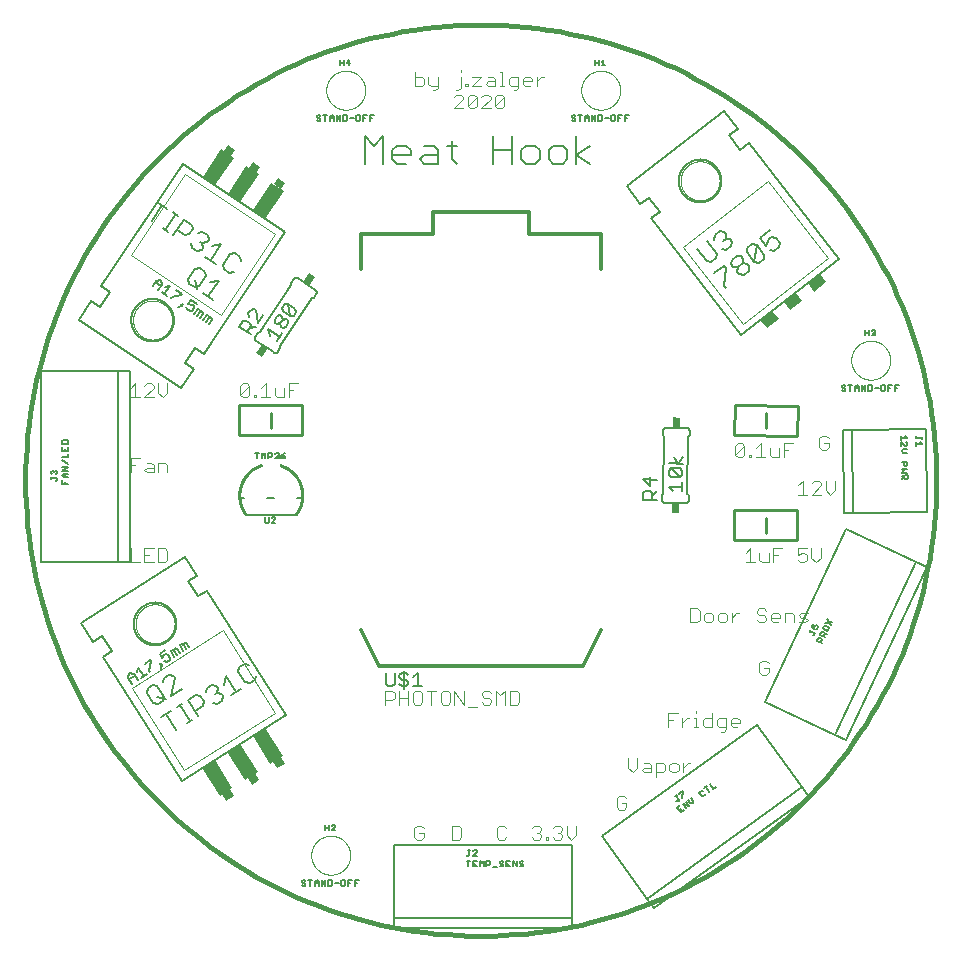
<source format=gto>
G75*
%MOIN*%
%OFA0B0*%
%FSLAX25Y25*%
%IPPOS*%
%LPD*%
%AMOC8*
5,1,8,0,0,1.08239X$1,22.5*
%
%ADD10C,0.01600*%
%ADD11C,0.00800*%
%ADD12C,0.00400*%
%ADD13C,0.01000*%
%ADD14C,0.00500*%
%ADD15C,0.00200*%
%ADD16C,0.00700*%
%ADD17R,0.03000X0.02500*%
%ADD18R,0.05000X0.11000*%
%ADD19C,0.00000*%
%ADD20C,0.00600*%
%ADD21R,0.03400X0.02400*%
%ADD22C,0.01200*%
%ADD23C,0.00080*%
%ADD24R,0.05000X0.03500*%
D10*
X0001800Y0153622D02*
X0001846Y0157348D01*
X0001983Y0161072D01*
X0002211Y0164791D01*
X0002531Y0168503D01*
X0002942Y0172207D01*
X0003443Y0175899D01*
X0004035Y0179578D01*
X0004717Y0183241D01*
X0005489Y0186886D01*
X0006350Y0190512D01*
X0007300Y0194115D01*
X0008337Y0197694D01*
X0009463Y0201246D01*
X0010675Y0204769D01*
X0011973Y0208262D01*
X0013357Y0211722D01*
X0014825Y0215147D01*
X0016377Y0218534D01*
X0018011Y0221883D01*
X0019727Y0225190D01*
X0021524Y0228455D01*
X0023400Y0231674D01*
X0025355Y0234846D01*
X0027387Y0237970D01*
X0029495Y0241042D01*
X0031677Y0244062D01*
X0033934Y0247028D01*
X0036262Y0249937D01*
X0038661Y0252788D01*
X0041129Y0255579D01*
X0043665Y0258309D01*
X0046268Y0260976D01*
X0048935Y0263579D01*
X0051665Y0266115D01*
X0054456Y0268583D01*
X0057307Y0270982D01*
X0060216Y0273310D01*
X0063182Y0275567D01*
X0066202Y0277749D01*
X0069274Y0279857D01*
X0072398Y0281889D01*
X0075570Y0283844D01*
X0078789Y0285720D01*
X0082054Y0287517D01*
X0085361Y0289233D01*
X0088710Y0290867D01*
X0092097Y0292419D01*
X0095522Y0293887D01*
X0098982Y0295271D01*
X0102475Y0296569D01*
X0105998Y0297781D01*
X0109550Y0298907D01*
X0113129Y0299944D01*
X0116732Y0300894D01*
X0120358Y0301755D01*
X0124003Y0302527D01*
X0127666Y0303209D01*
X0131345Y0303801D01*
X0135037Y0304302D01*
X0138741Y0304713D01*
X0142453Y0305033D01*
X0146172Y0305261D01*
X0149896Y0305398D01*
X0153622Y0305444D01*
X0157348Y0305398D01*
X0161072Y0305261D01*
X0164791Y0305033D01*
X0168503Y0304713D01*
X0172207Y0304302D01*
X0175899Y0303801D01*
X0179578Y0303209D01*
X0183241Y0302527D01*
X0186886Y0301755D01*
X0190512Y0300894D01*
X0194115Y0299944D01*
X0197694Y0298907D01*
X0201246Y0297781D01*
X0204769Y0296569D01*
X0208262Y0295271D01*
X0211722Y0293887D01*
X0215147Y0292419D01*
X0218534Y0290867D01*
X0221883Y0289233D01*
X0225190Y0287517D01*
X0228455Y0285720D01*
X0231674Y0283844D01*
X0234846Y0281889D01*
X0237970Y0279857D01*
X0241042Y0277749D01*
X0244062Y0275567D01*
X0247028Y0273310D01*
X0249937Y0270982D01*
X0252788Y0268583D01*
X0255579Y0266115D01*
X0258309Y0263579D01*
X0260976Y0260976D01*
X0263579Y0258309D01*
X0266115Y0255579D01*
X0268583Y0252788D01*
X0270982Y0249937D01*
X0273310Y0247028D01*
X0275567Y0244062D01*
X0277749Y0241042D01*
X0279857Y0237970D01*
X0281889Y0234846D01*
X0283844Y0231674D01*
X0285720Y0228455D01*
X0287517Y0225190D01*
X0289233Y0221883D01*
X0290867Y0218534D01*
X0292419Y0215147D01*
X0293887Y0211722D01*
X0295271Y0208262D01*
X0296569Y0204769D01*
X0297781Y0201246D01*
X0298907Y0197694D01*
X0299944Y0194115D01*
X0300894Y0190512D01*
X0301755Y0186886D01*
X0302527Y0183241D01*
X0303209Y0179578D01*
X0303801Y0175899D01*
X0304302Y0172207D01*
X0304713Y0168503D01*
X0305033Y0164791D01*
X0305261Y0161072D01*
X0305398Y0157348D01*
X0305444Y0153622D01*
X0305398Y0149896D01*
X0305261Y0146172D01*
X0305033Y0142453D01*
X0304713Y0138741D01*
X0304302Y0135037D01*
X0303801Y0131345D01*
X0303209Y0127666D01*
X0302527Y0124003D01*
X0301755Y0120358D01*
X0300894Y0116732D01*
X0299944Y0113129D01*
X0298907Y0109550D01*
X0297781Y0105998D01*
X0296569Y0102475D01*
X0295271Y0098982D01*
X0293887Y0095522D01*
X0292419Y0092097D01*
X0290867Y0088710D01*
X0289233Y0085361D01*
X0287517Y0082054D01*
X0285720Y0078789D01*
X0283844Y0075570D01*
X0281889Y0072398D01*
X0279857Y0069274D01*
X0277749Y0066202D01*
X0275567Y0063182D01*
X0273310Y0060216D01*
X0270982Y0057307D01*
X0268583Y0054456D01*
X0266115Y0051665D01*
X0263579Y0048935D01*
X0260976Y0046268D01*
X0258309Y0043665D01*
X0255579Y0041129D01*
X0252788Y0038661D01*
X0249937Y0036262D01*
X0247028Y0033934D01*
X0244062Y0031677D01*
X0241042Y0029495D01*
X0237970Y0027387D01*
X0234846Y0025355D01*
X0231674Y0023400D01*
X0228455Y0021524D01*
X0225190Y0019727D01*
X0221883Y0018011D01*
X0218534Y0016377D01*
X0215147Y0014825D01*
X0211722Y0013357D01*
X0208262Y0011973D01*
X0204769Y0010675D01*
X0201246Y0009463D01*
X0197694Y0008337D01*
X0194115Y0007300D01*
X0190512Y0006350D01*
X0186886Y0005489D01*
X0183241Y0004717D01*
X0179578Y0004035D01*
X0175899Y0003443D01*
X0172207Y0002942D01*
X0168503Y0002531D01*
X0164791Y0002211D01*
X0161072Y0001983D01*
X0157348Y0001846D01*
X0153622Y0001800D01*
X0149896Y0001846D01*
X0146172Y0001983D01*
X0142453Y0002211D01*
X0138741Y0002531D01*
X0135037Y0002942D01*
X0131345Y0003443D01*
X0127666Y0004035D01*
X0124003Y0004717D01*
X0120358Y0005489D01*
X0116732Y0006350D01*
X0113129Y0007300D01*
X0109550Y0008337D01*
X0105998Y0009463D01*
X0102475Y0010675D01*
X0098982Y0011973D01*
X0095522Y0013357D01*
X0092097Y0014825D01*
X0088710Y0016377D01*
X0085361Y0018011D01*
X0082054Y0019727D01*
X0078789Y0021524D01*
X0075570Y0023400D01*
X0072398Y0025355D01*
X0069274Y0027387D01*
X0066202Y0029495D01*
X0063182Y0031677D01*
X0060216Y0033934D01*
X0057307Y0036262D01*
X0054456Y0038661D01*
X0051665Y0041129D01*
X0048935Y0043665D01*
X0046268Y0046268D01*
X0043665Y0048935D01*
X0041129Y0051665D01*
X0038661Y0054456D01*
X0036262Y0057307D01*
X0033934Y0060216D01*
X0031677Y0063182D01*
X0029495Y0066202D01*
X0027387Y0069274D01*
X0025355Y0072398D01*
X0023400Y0075570D01*
X0021524Y0078789D01*
X0019727Y0082054D01*
X0018011Y0085361D01*
X0016377Y0088710D01*
X0014825Y0092097D01*
X0013357Y0095522D01*
X0011973Y0098982D01*
X0010675Y0102475D01*
X0009463Y0105998D01*
X0008337Y0109550D01*
X0007300Y0113129D01*
X0006350Y0116732D01*
X0005489Y0120358D01*
X0004717Y0124003D01*
X0004035Y0127666D01*
X0003443Y0131345D01*
X0002942Y0135037D01*
X0002531Y0138741D01*
X0002211Y0142453D01*
X0001983Y0146172D01*
X0001846Y0149896D01*
X0001800Y0153622D01*
D11*
X0007087Y0126418D02*
X0032677Y0126418D01*
X0032677Y0190197D01*
X0036614Y0190197D01*
X0036614Y0126418D01*
X0032677Y0126418D01*
X0007087Y0126418D02*
X0007087Y0190197D01*
X0032677Y0190197D01*
X0073170Y0147622D02*
X0074749Y0147622D01*
X0075376Y0142122D02*
X0091868Y0142122D01*
X0092495Y0147622D02*
X0094075Y0147622D01*
X0084749Y0147622D02*
X0082495Y0147622D01*
X0114889Y0259022D02*
X0114889Y0268230D01*
X0117958Y0265161D01*
X0121027Y0268230D01*
X0121027Y0259022D01*
X0124097Y0260557D02*
X0124097Y0263626D01*
X0125631Y0265161D01*
X0128701Y0265161D01*
X0130235Y0263626D01*
X0130235Y0262092D01*
X0124097Y0262092D01*
X0124097Y0260557D02*
X0125631Y0259022D01*
X0128701Y0259022D01*
X0133305Y0260557D02*
X0134839Y0262092D01*
X0139443Y0262092D01*
X0139443Y0263626D02*
X0139443Y0259022D01*
X0134839Y0259022D01*
X0133305Y0260557D01*
X0134839Y0265161D02*
X0137908Y0265161D01*
X0139443Y0263626D01*
X0142512Y0265161D02*
X0145582Y0265161D01*
X0144047Y0266695D02*
X0144047Y0260557D01*
X0145582Y0259022D01*
X0157859Y0259022D02*
X0157859Y0268230D01*
X0157859Y0263626D02*
X0163997Y0263626D01*
X0167067Y0263626D02*
X0167067Y0260557D01*
X0168601Y0259022D01*
X0171671Y0259022D01*
X0173205Y0260557D01*
X0173205Y0263626D01*
X0171671Y0265161D01*
X0168601Y0265161D01*
X0167067Y0263626D01*
X0163997Y0268230D02*
X0163997Y0259022D01*
X0176275Y0260557D02*
X0177809Y0259022D01*
X0180878Y0259022D01*
X0182413Y0260557D01*
X0182413Y0263626D01*
X0180878Y0265161D01*
X0177809Y0265161D01*
X0176275Y0263626D01*
X0176275Y0260557D01*
X0185482Y0262092D02*
X0190086Y0265161D01*
X0185482Y0268230D02*
X0185482Y0259022D01*
X0185482Y0262092D02*
X0190086Y0259022D01*
X0274366Y0170338D02*
X0277515Y0170377D01*
X0277852Y0142820D01*
X0274703Y0142781D01*
X0274366Y0170338D01*
X0277515Y0170377D02*
X0301923Y0170675D01*
X0302260Y0143118D01*
X0277852Y0142820D01*
X0275526Y0137341D02*
X0298700Y0126486D01*
X0271645Y0068729D01*
X0248471Y0079584D01*
X0275526Y0137341D01*
X0298700Y0126486D02*
X0302266Y0124816D01*
X0275210Y0067059D01*
X0271645Y0068729D01*
X0260789Y0051365D02*
X0208995Y0014147D01*
X0194062Y0034928D01*
X0245856Y0072146D01*
X0260789Y0051365D01*
X0263087Y0048168D01*
X0211292Y0010950D01*
X0208995Y0014147D01*
X0184016Y0007599D02*
X0184016Y0004449D01*
X0124567Y0004449D01*
X0124567Y0007599D01*
X0184016Y0007599D01*
X0184016Y0032008D01*
X0124567Y0032008D01*
X0124567Y0007599D01*
D12*
X0132288Y0033822D02*
X0131520Y0034590D01*
X0131520Y0037659D01*
X0132288Y0038426D01*
X0133822Y0038426D01*
X0134590Y0037659D01*
X0134590Y0036124D02*
X0133055Y0036124D01*
X0134590Y0036124D02*
X0134590Y0034590D01*
X0133822Y0033822D01*
X0132288Y0033822D01*
X0144020Y0033822D02*
X0146322Y0033822D01*
X0147090Y0034590D01*
X0147090Y0037659D01*
X0146322Y0038426D01*
X0144020Y0038426D01*
X0144020Y0033822D01*
X0159020Y0034590D02*
X0159788Y0033822D01*
X0161322Y0033822D01*
X0162090Y0034590D01*
X0162090Y0037659D02*
X0161322Y0038426D01*
X0159788Y0038426D01*
X0159020Y0037659D01*
X0159020Y0034590D01*
X0170765Y0034590D02*
X0171533Y0033822D01*
X0173067Y0033822D01*
X0173835Y0034590D01*
X0173835Y0035357D01*
X0173067Y0036124D01*
X0172300Y0036124D01*
X0173067Y0036124D02*
X0173835Y0036892D01*
X0173835Y0037659D01*
X0173067Y0038426D01*
X0171533Y0038426D01*
X0170765Y0037659D01*
X0175369Y0034590D02*
X0176137Y0034590D01*
X0176137Y0033822D01*
X0175369Y0033822D01*
X0175369Y0034590D01*
X0177671Y0034590D02*
X0178439Y0033822D01*
X0179973Y0033822D01*
X0180741Y0034590D01*
X0180741Y0035357D01*
X0179973Y0036124D01*
X0179206Y0036124D01*
X0179973Y0036124D02*
X0180741Y0036892D01*
X0180741Y0037659D01*
X0179973Y0038426D01*
X0178439Y0038426D01*
X0177671Y0037659D01*
X0182275Y0038426D02*
X0182275Y0035357D01*
X0183810Y0033822D01*
X0185344Y0035357D01*
X0185344Y0038426D01*
X0199020Y0044590D02*
X0199788Y0043822D01*
X0201322Y0043822D01*
X0202090Y0044590D01*
X0202090Y0046124D01*
X0200555Y0046124D01*
X0199020Y0047659D02*
X0199020Y0044590D01*
X0199020Y0047659D02*
X0199788Y0048426D01*
X0201322Y0048426D01*
X0202090Y0047659D01*
X0204231Y0056322D02*
X0202696Y0057857D01*
X0202696Y0060926D01*
X0205765Y0060926D02*
X0205765Y0057857D01*
X0204231Y0056322D01*
X0207300Y0057090D02*
X0208067Y0057857D01*
X0210369Y0057857D01*
X0210369Y0058624D02*
X0210369Y0056322D01*
X0208067Y0056322D01*
X0207300Y0057090D01*
X0208067Y0059392D02*
X0209602Y0059392D01*
X0210369Y0058624D01*
X0211904Y0059392D02*
X0214206Y0059392D01*
X0214973Y0058624D01*
X0214973Y0057090D01*
X0214206Y0056322D01*
X0211904Y0056322D01*
X0211904Y0054788D02*
X0211904Y0059392D01*
X0216508Y0058624D02*
X0216508Y0057090D01*
X0217275Y0056322D01*
X0218810Y0056322D01*
X0219577Y0057090D01*
X0219577Y0058624D01*
X0218810Y0059392D01*
X0217275Y0059392D01*
X0216508Y0058624D01*
X0221112Y0057857D02*
X0222646Y0059392D01*
X0223414Y0059392D01*
X0221112Y0059392D02*
X0221112Y0056322D01*
X0220765Y0071322D02*
X0220765Y0074392D01*
X0220765Y0072857D02*
X0222300Y0074392D01*
X0223067Y0074392D01*
X0224602Y0074392D02*
X0225369Y0074392D01*
X0225369Y0071322D01*
X0224602Y0071322D02*
X0226137Y0071322D01*
X0227671Y0072090D02*
X0227671Y0073624D01*
X0228439Y0074392D01*
X0230741Y0074392D01*
X0230741Y0075926D02*
X0230741Y0071322D01*
X0228439Y0071322D01*
X0227671Y0072090D01*
X0225369Y0075926D02*
X0225369Y0076694D01*
X0219231Y0075926D02*
X0216161Y0075926D01*
X0216161Y0071322D01*
X0216161Y0073624D02*
X0217696Y0073624D01*
X0232275Y0073624D02*
X0232275Y0072090D01*
X0233042Y0071322D01*
X0235344Y0071322D01*
X0235344Y0070555D02*
X0235344Y0074392D01*
X0233042Y0074392D01*
X0232275Y0073624D01*
X0233810Y0069788D02*
X0234577Y0069788D01*
X0235344Y0070555D01*
X0236879Y0072090D02*
X0236879Y0073624D01*
X0237646Y0074392D01*
X0239181Y0074392D01*
X0239948Y0073624D01*
X0239948Y0072857D01*
X0236879Y0072857D01*
X0236879Y0072090D02*
X0237646Y0071322D01*
X0239181Y0071322D01*
X0247288Y0088822D02*
X0248822Y0088822D01*
X0249590Y0089590D01*
X0249590Y0091124D01*
X0248055Y0091124D01*
X0246520Y0089590D02*
X0247288Y0088822D01*
X0246520Y0089590D02*
X0246520Y0092659D01*
X0247288Y0093426D01*
X0248822Y0093426D01*
X0249590Y0092659D01*
X0251112Y0106322D02*
X0250344Y0107090D01*
X0250344Y0108624D01*
X0251112Y0109392D01*
X0252646Y0109392D01*
X0253414Y0108624D01*
X0253414Y0107857D01*
X0250344Y0107857D01*
X0248810Y0107857D02*
X0248810Y0107090D01*
X0248042Y0106322D01*
X0246508Y0106322D01*
X0245741Y0107090D01*
X0246508Y0108624D02*
X0245741Y0109392D01*
X0245741Y0110159D01*
X0246508Y0110926D01*
X0248042Y0110926D01*
X0248810Y0110159D01*
X0248042Y0108624D02*
X0248810Y0107857D01*
X0248042Y0108624D02*
X0246508Y0108624D01*
X0251112Y0106322D02*
X0252646Y0106322D01*
X0254948Y0106322D02*
X0254948Y0109392D01*
X0257250Y0109392D01*
X0258018Y0108624D01*
X0258018Y0106322D01*
X0259552Y0106322D02*
X0261854Y0106322D01*
X0262622Y0107090D01*
X0261854Y0107857D01*
X0260320Y0107857D01*
X0259552Y0108624D01*
X0260320Y0109392D01*
X0262622Y0109392D01*
X0261520Y0126322D02*
X0259986Y0126322D01*
X0259218Y0127090D01*
X0259218Y0128624D02*
X0260753Y0129392D01*
X0261520Y0129392D01*
X0262288Y0128624D01*
X0262288Y0127090D01*
X0261520Y0126322D01*
X0263822Y0127857D02*
X0265357Y0126322D01*
X0266892Y0127857D01*
X0266892Y0130926D01*
X0263822Y0130926D02*
X0263822Y0127857D01*
X0262288Y0130926D02*
X0259218Y0130926D01*
X0259218Y0128624D01*
X0254193Y0130926D02*
X0251124Y0130926D01*
X0251124Y0126322D01*
X0249590Y0126322D02*
X0249590Y0129392D01*
X0251124Y0128624D02*
X0252659Y0128624D01*
X0249590Y0126322D02*
X0247288Y0126322D01*
X0246520Y0127090D01*
X0246520Y0129392D01*
X0243451Y0130926D02*
X0243451Y0126322D01*
X0241916Y0126322D02*
X0244986Y0126322D01*
X0241916Y0129392D02*
X0243451Y0130926D01*
X0259416Y0148822D02*
X0262486Y0148822D01*
X0264020Y0148822D02*
X0267090Y0151892D01*
X0267090Y0152659D01*
X0266322Y0153426D01*
X0264788Y0153426D01*
X0264020Y0152659D01*
X0260951Y0153426D02*
X0260951Y0148822D01*
X0264020Y0148822D02*
X0267090Y0148822D01*
X0268624Y0150357D02*
X0268624Y0153426D01*
X0268624Y0150357D02*
X0270159Y0148822D01*
X0271693Y0150357D01*
X0271693Y0153426D01*
X0260951Y0153426D02*
X0259416Y0151892D01*
X0254577Y0161322D02*
X0254577Y0165926D01*
X0257646Y0165926D01*
X0256112Y0163624D02*
X0254577Y0163624D01*
X0253042Y0164392D02*
X0253042Y0161322D01*
X0250741Y0161322D01*
X0249973Y0162090D01*
X0249973Y0164392D01*
X0246904Y0165926D02*
X0246904Y0161322D01*
X0245369Y0161322D02*
X0248439Y0161322D01*
X0245369Y0164392D02*
X0246904Y0165926D01*
X0243835Y0162090D02*
X0243835Y0161322D01*
X0243067Y0161322D01*
X0243067Y0162090D01*
X0243835Y0162090D01*
X0241533Y0162090D02*
X0241533Y0165159D01*
X0238463Y0162090D01*
X0239231Y0161322D01*
X0240765Y0161322D01*
X0241533Y0162090D01*
X0241533Y0165159D02*
X0240765Y0165926D01*
X0239231Y0165926D01*
X0238463Y0165159D01*
X0238463Y0162090D01*
X0266520Y0164590D02*
X0267288Y0163822D01*
X0268822Y0163822D01*
X0269590Y0164590D01*
X0269590Y0166124D01*
X0268055Y0166124D01*
X0266520Y0167659D02*
X0266520Y0164590D01*
X0266520Y0167659D02*
X0267288Y0168426D01*
X0268822Y0168426D01*
X0269590Y0167659D01*
X0225790Y0110926D02*
X0223488Y0110926D01*
X0223488Y0106322D01*
X0225790Y0106322D01*
X0226557Y0107090D01*
X0226557Y0110159D01*
X0225790Y0110926D01*
X0228092Y0108624D02*
X0228092Y0107090D01*
X0228859Y0106322D01*
X0230394Y0106322D01*
X0231161Y0107090D01*
X0231161Y0108624D01*
X0230394Y0109392D01*
X0228859Y0109392D01*
X0228092Y0108624D01*
X0232696Y0108624D02*
X0232696Y0107090D01*
X0233463Y0106322D01*
X0234998Y0106322D01*
X0235765Y0107090D01*
X0235765Y0108624D01*
X0234998Y0109392D01*
X0233463Y0109392D01*
X0232696Y0108624D01*
X0237300Y0107857D02*
X0238835Y0109392D01*
X0239602Y0109392D01*
X0237300Y0109392D02*
X0237300Y0106322D01*
X0166327Y0082659D02*
X0166327Y0079590D01*
X0165560Y0078822D01*
X0163258Y0078822D01*
X0163258Y0083426D01*
X0165560Y0083426D01*
X0166327Y0082659D01*
X0161723Y0083426D02*
X0161723Y0078822D01*
X0158654Y0078822D02*
X0158654Y0083426D01*
X0160188Y0081892D01*
X0161723Y0083426D01*
X0157119Y0082659D02*
X0156352Y0083426D01*
X0154817Y0083426D01*
X0154050Y0082659D01*
X0154050Y0081892D01*
X0154817Y0081124D01*
X0156352Y0081124D01*
X0157119Y0080357D01*
X0157119Y0079590D01*
X0156352Y0078822D01*
X0154817Y0078822D01*
X0154050Y0079590D01*
X0152515Y0078055D02*
X0149446Y0078055D01*
X0147911Y0078822D02*
X0147911Y0083426D01*
X0144842Y0083426D02*
X0147911Y0078822D01*
X0144842Y0078822D02*
X0144842Y0083426D01*
X0143307Y0082659D02*
X0142540Y0083426D01*
X0141005Y0083426D01*
X0140238Y0082659D01*
X0140238Y0079590D01*
X0141005Y0078822D01*
X0142540Y0078822D01*
X0143307Y0079590D01*
X0143307Y0082659D01*
X0138703Y0083426D02*
X0135634Y0083426D01*
X0137169Y0083426D02*
X0137169Y0078822D01*
X0134099Y0079590D02*
X0134099Y0082659D01*
X0133332Y0083426D01*
X0131797Y0083426D01*
X0131030Y0082659D01*
X0131030Y0079590D01*
X0131797Y0078822D01*
X0133332Y0078822D01*
X0134099Y0079590D01*
X0129495Y0078822D02*
X0129495Y0083426D01*
X0129495Y0081124D02*
X0126426Y0081124D01*
X0124892Y0081124D02*
X0124124Y0080357D01*
X0121822Y0080357D01*
X0121822Y0078822D02*
X0121822Y0083426D01*
X0124124Y0083426D01*
X0124892Y0082659D01*
X0124892Y0081124D01*
X0126426Y0078822D02*
X0126426Y0083426D01*
X0049193Y0127090D02*
X0049193Y0130159D01*
X0048426Y0130926D01*
X0046124Y0130926D01*
X0046124Y0126322D01*
X0048426Y0126322D01*
X0049193Y0127090D01*
X0044590Y0126322D02*
X0041520Y0126322D01*
X0041520Y0130926D01*
X0044590Y0130926D01*
X0043055Y0128624D02*
X0041520Y0128624D01*
X0039986Y0126322D02*
X0036916Y0126322D01*
X0036916Y0130926D01*
X0036916Y0156322D02*
X0036916Y0160926D01*
X0039986Y0160926D01*
X0042288Y0159392D02*
X0043822Y0159392D01*
X0044590Y0158624D01*
X0044590Y0156322D01*
X0042288Y0156322D01*
X0041520Y0157090D01*
X0042288Y0157857D01*
X0044590Y0157857D01*
X0046124Y0156322D02*
X0046124Y0159392D01*
X0048426Y0159392D01*
X0049193Y0158624D01*
X0049193Y0156322D01*
X0038451Y0158624D02*
X0036916Y0158624D01*
X0036916Y0181322D02*
X0039986Y0181322D01*
X0041520Y0181322D02*
X0044590Y0184392D01*
X0044590Y0185159D01*
X0043822Y0185926D01*
X0042288Y0185926D01*
X0041520Y0185159D01*
X0038451Y0185926D02*
X0038451Y0181322D01*
X0041520Y0181322D02*
X0044590Y0181322D01*
X0046124Y0182857D02*
X0046124Y0185926D01*
X0046124Y0182857D02*
X0047659Y0181322D01*
X0049193Y0182857D01*
X0049193Y0185926D01*
X0038451Y0185926D02*
X0036916Y0184392D01*
X0073463Y0185159D02*
X0073463Y0182090D01*
X0076533Y0185159D01*
X0076533Y0182090D01*
X0075765Y0181322D01*
X0074231Y0181322D01*
X0073463Y0182090D01*
X0073463Y0185159D02*
X0074231Y0185926D01*
X0075765Y0185926D01*
X0076533Y0185159D01*
X0078067Y0182090D02*
X0078835Y0182090D01*
X0078835Y0181322D01*
X0078067Y0181322D01*
X0078067Y0182090D01*
X0080369Y0181322D02*
X0083439Y0181322D01*
X0081904Y0181322D02*
X0081904Y0185926D01*
X0080369Y0184392D01*
X0084973Y0184392D02*
X0084973Y0182090D01*
X0085741Y0181322D01*
X0088042Y0181322D01*
X0088042Y0184392D01*
X0089577Y0183624D02*
X0091112Y0183624D01*
X0089577Y0181322D02*
X0089577Y0185926D01*
X0092646Y0185926D01*
X0144614Y0277572D02*
X0147684Y0280642D01*
X0147684Y0281409D01*
X0146916Y0282176D01*
X0145382Y0282176D01*
X0144614Y0281409D01*
X0145382Y0283538D02*
X0146149Y0283538D01*
X0146916Y0284305D01*
X0146916Y0288142D01*
X0146916Y0289676D02*
X0146916Y0290444D01*
X0148451Y0285840D02*
X0149218Y0285840D01*
X0149218Y0285072D01*
X0148451Y0285072D01*
X0148451Y0285840D01*
X0150753Y0285072D02*
X0153822Y0285072D01*
X0155357Y0285840D02*
X0156124Y0285072D01*
X0158426Y0285072D01*
X0158426Y0287374D01*
X0157659Y0288142D01*
X0156124Y0288142D01*
X0156124Y0286607D02*
X0158426Y0286607D01*
X0159961Y0285072D02*
X0161495Y0285072D01*
X0160728Y0285072D02*
X0160728Y0289676D01*
X0159961Y0289676D01*
X0163030Y0287374D02*
X0163030Y0285840D01*
X0163797Y0285072D01*
X0166099Y0285072D01*
X0166099Y0284305D02*
X0166099Y0288142D01*
X0163797Y0288142D01*
X0163030Y0287374D01*
X0164565Y0283538D02*
X0165332Y0283538D01*
X0166099Y0284305D01*
X0167634Y0285840D02*
X0168401Y0285072D01*
X0169936Y0285072D01*
X0170703Y0286607D02*
X0167634Y0286607D01*
X0167634Y0287374D02*
X0168401Y0288142D01*
X0169936Y0288142D01*
X0170703Y0287374D01*
X0170703Y0286607D01*
X0172238Y0286607D02*
X0173773Y0288142D01*
X0174540Y0288142D01*
X0172238Y0288142D02*
X0172238Y0285072D01*
X0167634Y0285840D02*
X0167634Y0287374D01*
X0161495Y0281409D02*
X0158426Y0278340D01*
X0159193Y0277572D01*
X0160728Y0277572D01*
X0161495Y0278340D01*
X0161495Y0281409D01*
X0160728Y0282176D01*
X0159193Y0282176D01*
X0158426Y0281409D01*
X0158426Y0278340D01*
X0156892Y0277572D02*
X0153822Y0277572D01*
X0156892Y0280642D01*
X0156892Y0281409D01*
X0156124Y0282176D01*
X0154590Y0282176D01*
X0153822Y0281409D01*
X0152288Y0281409D02*
X0152288Y0278340D01*
X0151520Y0277572D01*
X0149986Y0277572D01*
X0149218Y0278340D01*
X0152288Y0281409D01*
X0151520Y0282176D01*
X0149986Y0282176D01*
X0149218Y0281409D01*
X0149218Y0278340D01*
X0147684Y0277572D02*
X0144614Y0277572D01*
X0138476Y0283538D02*
X0137708Y0283538D01*
X0138476Y0283538D02*
X0139243Y0284305D01*
X0139243Y0288142D01*
X0136174Y0288142D02*
X0136174Y0285840D01*
X0136941Y0285072D01*
X0139243Y0285072D01*
X0134639Y0285840D02*
X0133872Y0285072D01*
X0131570Y0285072D01*
X0131570Y0289676D01*
X0131570Y0288142D02*
X0133872Y0288142D01*
X0134639Y0287374D01*
X0134639Y0285840D01*
X0150753Y0285072D02*
X0153822Y0288142D01*
X0150753Y0288142D01*
X0155357Y0285840D02*
X0156124Y0286607D01*
D13*
X0094122Y0178622D02*
X0073122Y0178622D01*
X0073122Y0168622D01*
X0094122Y0168622D01*
X0094122Y0178622D01*
X0083622Y0176122D02*
X0083622Y0171122D01*
X0238012Y0168862D02*
X0238238Y0178859D01*
X0259233Y0178383D01*
X0259006Y0168385D01*
X0238012Y0168862D01*
X0248566Y0171123D02*
X0248679Y0176122D01*
X0259122Y0143622D02*
X0238122Y0143622D01*
X0238122Y0133622D01*
X0259122Y0133622D01*
X0259122Y0143622D01*
X0248622Y0141122D02*
X0248622Y0136122D01*
D14*
X0053993Y0053416D02*
X0027737Y0094788D01*
X0030692Y0096664D01*
X0027477Y0101730D01*
X0024522Y0099854D01*
X0020503Y0106187D01*
X0055121Y0128156D01*
X0059140Y0121823D01*
X0056184Y0119948D01*
X0059399Y0114882D01*
X0062355Y0116757D01*
X0088610Y0075385D01*
X0053993Y0053416D01*
X0037313Y0085764D02*
X0036097Y0087680D01*
X0036447Y0089245D01*
X0038013Y0088895D01*
X0039228Y0086980D01*
X0040345Y0087689D02*
X0042260Y0088904D01*
X0041303Y0088296D02*
X0039479Y0091170D01*
X0039129Y0089604D01*
X0038317Y0088417D02*
X0036401Y0087201D01*
X0041554Y0092486D02*
X0043469Y0093702D01*
X0043773Y0093223D01*
X0043073Y0090092D01*
X0043377Y0089613D01*
X0047017Y0090579D02*
X0047367Y0092145D01*
X0046888Y0091841D01*
X0046584Y0092320D01*
X0047063Y0092624D01*
X0047367Y0092145D01*
X0048127Y0093299D02*
X0048909Y0093124D01*
X0049867Y0093732D01*
X0050042Y0094514D01*
X0049434Y0095472D01*
X0048651Y0095647D01*
X0048173Y0095343D01*
X0047519Y0094256D01*
X0046607Y0095693D01*
X0048523Y0096909D01*
X0050247Y0096659D02*
X0051462Y0094744D01*
X0052420Y0095352D02*
X0051509Y0096788D01*
X0051684Y0097571D01*
X0052466Y0097396D01*
X0053378Y0095960D01*
X0054495Y0096668D02*
X0053279Y0098584D01*
X0053758Y0098888D01*
X0054541Y0098713D01*
X0054716Y0099495D01*
X0055498Y0099320D01*
X0056410Y0097884D01*
X0055452Y0097276D02*
X0054541Y0098713D01*
X0051509Y0096788D02*
X0050726Y0096963D01*
X0050247Y0096659D01*
X0037946Y0105773D02*
X0037948Y0105947D01*
X0037955Y0106121D01*
X0037965Y0106295D01*
X0037980Y0106469D01*
X0037999Y0106642D01*
X0038023Y0106815D01*
X0038051Y0106987D01*
X0038082Y0107158D01*
X0038119Y0107329D01*
X0038159Y0107498D01*
X0038203Y0107667D01*
X0038252Y0107834D01*
X0038304Y0108000D01*
X0038361Y0108165D01*
X0038422Y0108328D01*
X0038486Y0108490D01*
X0038555Y0108650D01*
X0038628Y0108809D01*
X0038704Y0108965D01*
X0038784Y0109120D01*
X0038868Y0109273D01*
X0038956Y0109423D01*
X0039048Y0109571D01*
X0039143Y0109718D01*
X0039241Y0109861D01*
X0039343Y0110002D01*
X0039449Y0110141D01*
X0039558Y0110277D01*
X0039670Y0110411D01*
X0039785Y0110541D01*
X0039904Y0110669D01*
X0040026Y0110793D01*
X0040150Y0110915D01*
X0040278Y0111034D01*
X0040408Y0111149D01*
X0040542Y0111261D01*
X0040678Y0111370D01*
X0040817Y0111476D01*
X0040958Y0111578D01*
X0041101Y0111676D01*
X0041248Y0111771D01*
X0041396Y0111863D01*
X0041546Y0111951D01*
X0041699Y0112035D01*
X0041854Y0112115D01*
X0042010Y0112191D01*
X0042169Y0112264D01*
X0042329Y0112333D01*
X0042491Y0112397D01*
X0042654Y0112458D01*
X0042819Y0112515D01*
X0042985Y0112567D01*
X0043152Y0112616D01*
X0043321Y0112660D01*
X0043490Y0112700D01*
X0043661Y0112737D01*
X0043832Y0112768D01*
X0044004Y0112796D01*
X0044177Y0112820D01*
X0044350Y0112839D01*
X0044524Y0112854D01*
X0044698Y0112864D01*
X0044872Y0112871D01*
X0045046Y0112873D01*
X0045220Y0112871D01*
X0045394Y0112864D01*
X0045568Y0112854D01*
X0045742Y0112839D01*
X0045915Y0112820D01*
X0046088Y0112796D01*
X0046260Y0112768D01*
X0046431Y0112737D01*
X0046602Y0112700D01*
X0046771Y0112660D01*
X0046940Y0112616D01*
X0047107Y0112567D01*
X0047273Y0112515D01*
X0047438Y0112458D01*
X0047601Y0112397D01*
X0047763Y0112333D01*
X0047923Y0112264D01*
X0048082Y0112191D01*
X0048238Y0112115D01*
X0048393Y0112035D01*
X0048546Y0111951D01*
X0048696Y0111863D01*
X0048844Y0111771D01*
X0048991Y0111676D01*
X0049134Y0111578D01*
X0049275Y0111476D01*
X0049414Y0111370D01*
X0049550Y0111261D01*
X0049684Y0111149D01*
X0049814Y0111034D01*
X0049942Y0110915D01*
X0050066Y0110793D01*
X0050188Y0110669D01*
X0050307Y0110541D01*
X0050422Y0110411D01*
X0050534Y0110277D01*
X0050643Y0110141D01*
X0050749Y0110002D01*
X0050851Y0109861D01*
X0050949Y0109718D01*
X0051044Y0109571D01*
X0051136Y0109423D01*
X0051224Y0109273D01*
X0051308Y0109120D01*
X0051388Y0108965D01*
X0051464Y0108809D01*
X0051537Y0108650D01*
X0051606Y0108490D01*
X0051670Y0108328D01*
X0051731Y0108165D01*
X0051788Y0108000D01*
X0051840Y0107834D01*
X0051889Y0107667D01*
X0051933Y0107498D01*
X0051973Y0107329D01*
X0052010Y0107158D01*
X0052041Y0106987D01*
X0052069Y0106815D01*
X0052093Y0106642D01*
X0052112Y0106469D01*
X0052127Y0106295D01*
X0052137Y0106121D01*
X0052144Y0105947D01*
X0052146Y0105773D01*
X0052144Y0105599D01*
X0052137Y0105425D01*
X0052127Y0105251D01*
X0052112Y0105077D01*
X0052093Y0104904D01*
X0052069Y0104731D01*
X0052041Y0104559D01*
X0052010Y0104388D01*
X0051973Y0104217D01*
X0051933Y0104048D01*
X0051889Y0103879D01*
X0051840Y0103712D01*
X0051788Y0103546D01*
X0051731Y0103381D01*
X0051670Y0103218D01*
X0051606Y0103056D01*
X0051537Y0102896D01*
X0051464Y0102737D01*
X0051388Y0102581D01*
X0051308Y0102426D01*
X0051224Y0102273D01*
X0051136Y0102123D01*
X0051044Y0101975D01*
X0050949Y0101828D01*
X0050851Y0101685D01*
X0050749Y0101544D01*
X0050643Y0101405D01*
X0050534Y0101269D01*
X0050422Y0101135D01*
X0050307Y0101005D01*
X0050188Y0100877D01*
X0050066Y0100753D01*
X0049942Y0100631D01*
X0049814Y0100512D01*
X0049684Y0100397D01*
X0049550Y0100285D01*
X0049414Y0100176D01*
X0049275Y0100070D01*
X0049134Y0099968D01*
X0048991Y0099870D01*
X0048844Y0099775D01*
X0048696Y0099683D01*
X0048546Y0099595D01*
X0048393Y0099511D01*
X0048238Y0099431D01*
X0048082Y0099355D01*
X0047923Y0099282D01*
X0047763Y0099213D01*
X0047601Y0099149D01*
X0047438Y0099088D01*
X0047273Y0099031D01*
X0047107Y0098979D01*
X0046940Y0098930D01*
X0046771Y0098886D01*
X0046602Y0098846D01*
X0046431Y0098809D01*
X0046260Y0098778D01*
X0046088Y0098750D01*
X0045915Y0098726D01*
X0045742Y0098707D01*
X0045568Y0098692D01*
X0045394Y0098682D01*
X0045220Y0098675D01*
X0045046Y0098673D01*
X0044872Y0098675D01*
X0044698Y0098682D01*
X0044524Y0098692D01*
X0044350Y0098707D01*
X0044177Y0098726D01*
X0044004Y0098750D01*
X0043832Y0098778D01*
X0043661Y0098809D01*
X0043490Y0098846D01*
X0043321Y0098886D01*
X0043152Y0098930D01*
X0042985Y0098979D01*
X0042819Y0099031D01*
X0042654Y0099088D01*
X0042491Y0099149D01*
X0042329Y0099213D01*
X0042169Y0099282D01*
X0042010Y0099355D01*
X0041854Y0099431D01*
X0041699Y0099511D01*
X0041546Y0099595D01*
X0041396Y0099683D01*
X0041248Y0099775D01*
X0041101Y0099870D01*
X0040958Y0099968D01*
X0040817Y0100070D01*
X0040678Y0100176D01*
X0040542Y0100285D01*
X0040408Y0100397D01*
X0040278Y0100512D01*
X0040150Y0100631D01*
X0040026Y0100753D01*
X0039904Y0100877D01*
X0039785Y0101005D01*
X0039670Y0101135D01*
X0039558Y0101269D01*
X0039449Y0101405D01*
X0039343Y0101544D01*
X0039241Y0101685D01*
X0039143Y0101828D01*
X0039048Y0101975D01*
X0038956Y0102123D01*
X0038868Y0102273D01*
X0038784Y0102426D01*
X0038704Y0102581D01*
X0038628Y0102737D01*
X0038555Y0102896D01*
X0038486Y0103056D01*
X0038422Y0103218D01*
X0038361Y0103381D01*
X0038304Y0103546D01*
X0038252Y0103712D01*
X0038203Y0103879D01*
X0038159Y0104048D01*
X0038119Y0104217D01*
X0038082Y0104388D01*
X0038051Y0104559D01*
X0038023Y0104731D01*
X0037999Y0104904D01*
X0037980Y0105077D01*
X0037965Y0105251D01*
X0037955Y0105425D01*
X0037948Y0105599D01*
X0037946Y0105773D01*
X0081662Y0139789D02*
X0081979Y0139472D01*
X0082613Y0139472D01*
X0082930Y0139789D01*
X0082930Y0141374D01*
X0083872Y0141057D02*
X0084189Y0141374D01*
X0084823Y0141374D01*
X0085140Y0141057D01*
X0085140Y0140740D01*
X0083872Y0139472D01*
X0085140Y0139472D01*
X0081662Y0139789D02*
X0081662Y0141374D01*
X0081825Y0160872D02*
X0081825Y0162774D01*
X0081191Y0162140D01*
X0080557Y0162774D01*
X0080557Y0160872D01*
X0078981Y0160872D02*
X0078981Y0162774D01*
X0078348Y0162774D02*
X0079615Y0162774D01*
X0082767Y0162774D02*
X0083718Y0162774D01*
X0084035Y0162457D01*
X0084035Y0161823D01*
X0083718Y0161506D01*
X0082767Y0161506D01*
X0082767Y0160872D02*
X0082767Y0162774D01*
X0084977Y0162457D02*
X0085294Y0162774D01*
X0085928Y0162774D01*
X0086245Y0162457D01*
X0086245Y0162140D01*
X0085928Y0161823D01*
X0086245Y0161506D01*
X0086245Y0161189D01*
X0085928Y0160872D01*
X0085294Y0160872D01*
X0084977Y0161189D01*
X0085611Y0161823D02*
X0085928Y0161823D01*
X0087187Y0161823D02*
X0088138Y0161823D01*
X0088455Y0161506D01*
X0088455Y0161189D01*
X0088138Y0160872D01*
X0087504Y0160872D01*
X0087187Y0161189D01*
X0087187Y0161823D01*
X0087821Y0162457D01*
X0088455Y0162774D01*
X0053774Y0184411D02*
X0057935Y0190650D01*
X0055023Y0192592D01*
X0058352Y0197584D01*
X0061264Y0195642D01*
X0088452Y0236408D01*
X0054341Y0259156D01*
X0027154Y0218391D01*
X0030066Y0216449D01*
X0026737Y0211457D01*
X0023825Y0213399D01*
X0019664Y0207159D01*
X0053774Y0184411D01*
X0063064Y0205680D02*
X0064008Y0207096D01*
X0063851Y0207882D01*
X0063064Y0207725D01*
X0062120Y0206310D01*
X0061176Y0206939D02*
X0062435Y0208826D01*
X0062907Y0208512D01*
X0063064Y0207725D01*
X0061020Y0209088D02*
X0060076Y0207673D01*
X0059133Y0208302D02*
X0060077Y0209718D01*
X0060863Y0209875D01*
X0061020Y0209088D01*
X0060077Y0209718D02*
X0059919Y0210504D01*
X0059448Y0210819D01*
X0058189Y0208931D01*
X0057403Y0210137D02*
X0056617Y0209980D01*
X0055673Y0210609D01*
X0055516Y0211396D01*
X0056145Y0212339D02*
X0057404Y0212182D01*
X0057875Y0211867D01*
X0058033Y0211081D01*
X0057403Y0210137D01*
X0056145Y0212339D02*
X0057089Y0213755D01*
X0058977Y0212496D01*
X0054468Y0212095D02*
X0054153Y0211623D01*
X0053681Y0211938D01*
X0053996Y0212409D01*
X0054468Y0212095D01*
X0054153Y0211623D02*
X0052580Y0211309D01*
X0050222Y0214245D02*
X0050537Y0214717D01*
X0053683Y0215345D01*
X0053997Y0215817D01*
X0052110Y0217076D01*
X0050066Y0218439D02*
X0048178Y0215608D01*
X0047234Y0216237D02*
X0049122Y0214979D01*
X0048493Y0218125D02*
X0050066Y0218439D01*
X0047393Y0218858D02*
X0046134Y0216971D01*
X0047078Y0218387D02*
X0045191Y0219645D01*
X0045505Y0220117D02*
X0047078Y0220431D01*
X0047393Y0218858D01*
X0045505Y0220117D02*
X0044247Y0218230D01*
X0037109Y0207016D02*
X0037111Y0207190D01*
X0037118Y0207364D01*
X0037128Y0207538D01*
X0037143Y0207712D01*
X0037162Y0207885D01*
X0037186Y0208058D01*
X0037214Y0208230D01*
X0037245Y0208401D01*
X0037282Y0208572D01*
X0037322Y0208741D01*
X0037366Y0208910D01*
X0037415Y0209077D01*
X0037467Y0209243D01*
X0037524Y0209408D01*
X0037585Y0209571D01*
X0037649Y0209733D01*
X0037718Y0209893D01*
X0037791Y0210052D01*
X0037867Y0210208D01*
X0037947Y0210363D01*
X0038031Y0210516D01*
X0038119Y0210666D01*
X0038211Y0210814D01*
X0038306Y0210961D01*
X0038404Y0211104D01*
X0038506Y0211245D01*
X0038612Y0211384D01*
X0038721Y0211520D01*
X0038833Y0211654D01*
X0038948Y0211784D01*
X0039067Y0211912D01*
X0039189Y0212036D01*
X0039313Y0212158D01*
X0039441Y0212277D01*
X0039571Y0212392D01*
X0039705Y0212504D01*
X0039841Y0212613D01*
X0039980Y0212719D01*
X0040121Y0212821D01*
X0040264Y0212919D01*
X0040411Y0213014D01*
X0040559Y0213106D01*
X0040709Y0213194D01*
X0040862Y0213278D01*
X0041017Y0213358D01*
X0041173Y0213434D01*
X0041332Y0213507D01*
X0041492Y0213576D01*
X0041654Y0213640D01*
X0041817Y0213701D01*
X0041982Y0213758D01*
X0042148Y0213810D01*
X0042315Y0213859D01*
X0042484Y0213903D01*
X0042653Y0213943D01*
X0042824Y0213980D01*
X0042995Y0214011D01*
X0043167Y0214039D01*
X0043340Y0214063D01*
X0043513Y0214082D01*
X0043687Y0214097D01*
X0043861Y0214107D01*
X0044035Y0214114D01*
X0044209Y0214116D01*
X0044383Y0214114D01*
X0044557Y0214107D01*
X0044731Y0214097D01*
X0044905Y0214082D01*
X0045078Y0214063D01*
X0045251Y0214039D01*
X0045423Y0214011D01*
X0045594Y0213980D01*
X0045765Y0213943D01*
X0045934Y0213903D01*
X0046103Y0213859D01*
X0046270Y0213810D01*
X0046436Y0213758D01*
X0046601Y0213701D01*
X0046764Y0213640D01*
X0046926Y0213576D01*
X0047086Y0213507D01*
X0047245Y0213434D01*
X0047401Y0213358D01*
X0047556Y0213278D01*
X0047709Y0213194D01*
X0047859Y0213106D01*
X0048007Y0213014D01*
X0048154Y0212919D01*
X0048297Y0212821D01*
X0048438Y0212719D01*
X0048577Y0212613D01*
X0048713Y0212504D01*
X0048847Y0212392D01*
X0048977Y0212277D01*
X0049105Y0212158D01*
X0049229Y0212036D01*
X0049351Y0211912D01*
X0049470Y0211784D01*
X0049585Y0211654D01*
X0049697Y0211520D01*
X0049806Y0211384D01*
X0049912Y0211245D01*
X0050014Y0211104D01*
X0050112Y0210961D01*
X0050207Y0210814D01*
X0050299Y0210666D01*
X0050387Y0210516D01*
X0050471Y0210363D01*
X0050551Y0210208D01*
X0050627Y0210052D01*
X0050700Y0209893D01*
X0050769Y0209733D01*
X0050833Y0209571D01*
X0050894Y0209408D01*
X0050951Y0209243D01*
X0051003Y0209077D01*
X0051052Y0208910D01*
X0051096Y0208741D01*
X0051136Y0208572D01*
X0051173Y0208401D01*
X0051204Y0208230D01*
X0051232Y0208058D01*
X0051256Y0207885D01*
X0051275Y0207712D01*
X0051290Y0207538D01*
X0051300Y0207364D01*
X0051307Y0207190D01*
X0051309Y0207016D01*
X0051307Y0206842D01*
X0051300Y0206668D01*
X0051290Y0206494D01*
X0051275Y0206320D01*
X0051256Y0206147D01*
X0051232Y0205974D01*
X0051204Y0205802D01*
X0051173Y0205631D01*
X0051136Y0205460D01*
X0051096Y0205291D01*
X0051052Y0205122D01*
X0051003Y0204955D01*
X0050951Y0204789D01*
X0050894Y0204624D01*
X0050833Y0204461D01*
X0050769Y0204299D01*
X0050700Y0204139D01*
X0050627Y0203980D01*
X0050551Y0203824D01*
X0050471Y0203669D01*
X0050387Y0203516D01*
X0050299Y0203366D01*
X0050207Y0203218D01*
X0050112Y0203071D01*
X0050014Y0202928D01*
X0049912Y0202787D01*
X0049806Y0202648D01*
X0049697Y0202512D01*
X0049585Y0202378D01*
X0049470Y0202248D01*
X0049351Y0202120D01*
X0049229Y0201996D01*
X0049105Y0201874D01*
X0048977Y0201755D01*
X0048847Y0201640D01*
X0048713Y0201528D01*
X0048577Y0201419D01*
X0048438Y0201313D01*
X0048297Y0201211D01*
X0048154Y0201113D01*
X0048007Y0201018D01*
X0047859Y0200926D01*
X0047709Y0200838D01*
X0047556Y0200754D01*
X0047401Y0200674D01*
X0047245Y0200598D01*
X0047086Y0200525D01*
X0046926Y0200456D01*
X0046764Y0200392D01*
X0046601Y0200331D01*
X0046436Y0200274D01*
X0046270Y0200222D01*
X0046103Y0200173D01*
X0045934Y0200129D01*
X0045765Y0200089D01*
X0045594Y0200052D01*
X0045423Y0200021D01*
X0045251Y0199993D01*
X0045078Y0199969D01*
X0044905Y0199950D01*
X0044731Y0199935D01*
X0044557Y0199925D01*
X0044383Y0199918D01*
X0044209Y0199916D01*
X0044035Y0199918D01*
X0043861Y0199925D01*
X0043687Y0199935D01*
X0043513Y0199950D01*
X0043340Y0199969D01*
X0043167Y0199993D01*
X0042995Y0200021D01*
X0042824Y0200052D01*
X0042653Y0200089D01*
X0042484Y0200129D01*
X0042315Y0200173D01*
X0042148Y0200222D01*
X0041982Y0200274D01*
X0041817Y0200331D01*
X0041654Y0200392D01*
X0041492Y0200456D01*
X0041332Y0200525D01*
X0041173Y0200598D01*
X0041017Y0200674D01*
X0040862Y0200754D01*
X0040709Y0200838D01*
X0040559Y0200926D01*
X0040411Y0201018D01*
X0040264Y0201113D01*
X0040121Y0201211D01*
X0039980Y0201313D01*
X0039841Y0201419D01*
X0039705Y0201528D01*
X0039571Y0201640D01*
X0039441Y0201755D01*
X0039313Y0201874D01*
X0039189Y0201996D01*
X0039067Y0202120D01*
X0038948Y0202248D01*
X0038833Y0202378D01*
X0038721Y0202512D01*
X0038612Y0202648D01*
X0038506Y0202787D01*
X0038404Y0202928D01*
X0038306Y0203071D01*
X0038211Y0203218D01*
X0038119Y0203366D01*
X0038031Y0203516D01*
X0037947Y0203669D01*
X0037867Y0203824D01*
X0037791Y0203980D01*
X0037718Y0204139D01*
X0037649Y0204299D01*
X0037585Y0204461D01*
X0037524Y0204624D01*
X0037467Y0204789D01*
X0037415Y0204955D01*
X0037366Y0205122D01*
X0037322Y0205291D01*
X0037282Y0205460D01*
X0037245Y0205631D01*
X0037214Y0205802D01*
X0037186Y0205974D01*
X0037162Y0206147D01*
X0037143Y0206320D01*
X0037128Y0206494D01*
X0037118Y0206668D01*
X0037111Y0206842D01*
X0037109Y0207016D01*
X0073170Y0204760D02*
X0074412Y0206637D01*
X0075453Y0206849D01*
X0076705Y0206020D01*
X0076916Y0204980D01*
X0075673Y0203102D01*
X0076925Y0202274D02*
X0073170Y0204760D01*
X0076502Y0204354D02*
X0078582Y0204777D01*
X0079466Y0206113D02*
X0078620Y0210274D01*
X0077994Y0210688D01*
X0076953Y0210476D01*
X0076125Y0209225D01*
X0076337Y0208184D01*
X0079466Y0206113D02*
X0081123Y0208617D01*
X0084924Y0207118D02*
X0085753Y0208370D01*
X0086793Y0208582D01*
X0087419Y0208167D01*
X0087630Y0207127D01*
X0086802Y0205875D01*
X0085761Y0205664D01*
X0085136Y0206078D01*
X0084924Y0207118D01*
X0086802Y0205875D02*
X0087013Y0204835D01*
X0087639Y0204421D01*
X0088680Y0204632D01*
X0089508Y0205884D01*
X0089297Y0206924D01*
X0088671Y0207339D01*
X0087630Y0207127D01*
X0087677Y0209917D02*
X0087465Y0210957D01*
X0088294Y0212209D01*
X0089334Y0212421D01*
X0090180Y0208260D01*
X0091221Y0208471D01*
X0092049Y0209723D01*
X0091838Y0210764D01*
X0089334Y0212421D01*
X0087677Y0209917D02*
X0090180Y0208260D01*
X0087381Y0202671D02*
X0085724Y0200167D01*
X0086553Y0201419D02*
X0082797Y0203905D01*
X0083220Y0201824D01*
X0015872Y0166582D02*
X0015872Y0165632D01*
X0013971Y0165632D01*
X0013971Y0166582D01*
X0014288Y0166899D01*
X0015555Y0166899D01*
X0015872Y0166582D01*
X0015872Y0164689D02*
X0015872Y0163422D01*
X0013971Y0163422D01*
X0013971Y0164689D01*
X0014921Y0164056D02*
X0014921Y0163422D01*
X0015872Y0162480D02*
X0015872Y0161212D01*
X0013971Y0161212D01*
X0013971Y0160270D02*
X0015872Y0159002D01*
X0015872Y0158060D02*
X0013971Y0158060D01*
X0013971Y0156792D02*
X0015872Y0158060D01*
X0015872Y0156792D02*
X0013971Y0156792D01*
X0014605Y0155850D02*
X0015872Y0155850D01*
X0014921Y0155850D02*
X0014921Y0154582D01*
X0014605Y0154582D02*
X0013971Y0155216D01*
X0014605Y0155850D01*
X0014605Y0154582D02*
X0015872Y0154582D01*
X0014921Y0153006D02*
X0014921Y0152372D01*
X0013971Y0152372D02*
X0013971Y0153640D01*
X0013971Y0152372D02*
X0015872Y0152372D01*
X0012372Y0153689D02*
X0012372Y0154006D01*
X0012055Y0154323D01*
X0010471Y0154323D01*
X0010471Y0154006D02*
X0010471Y0154640D01*
X0010788Y0155582D02*
X0010471Y0155899D01*
X0010471Y0156533D01*
X0010788Y0156850D01*
X0011105Y0156850D01*
X0011421Y0156533D01*
X0011738Y0156850D01*
X0012055Y0156850D01*
X0012372Y0156533D01*
X0012372Y0155899D01*
X0012055Y0155582D01*
X0011421Y0156216D02*
X0011421Y0156533D01*
X0012372Y0153689D02*
X0012055Y0153372D01*
X0121872Y0089376D02*
X0121872Y0085623D01*
X0122623Y0084872D01*
X0124124Y0084872D01*
X0124875Y0085623D01*
X0124875Y0089376D01*
X0126476Y0088625D02*
X0127227Y0089376D01*
X0128728Y0089376D01*
X0129479Y0088625D01*
X0128728Y0087124D02*
X0129479Y0086374D01*
X0129479Y0085623D01*
X0128728Y0084872D01*
X0127227Y0084872D01*
X0126476Y0085623D01*
X0127227Y0087124D02*
X0126476Y0087875D01*
X0126476Y0088625D01*
X0127227Y0087124D02*
X0128728Y0087124D01*
X0131080Y0087875D02*
X0132581Y0089376D01*
X0132581Y0084872D01*
X0131080Y0084872D02*
X0134083Y0084872D01*
X0127977Y0084122D02*
X0127977Y0090127D01*
X0104823Y0038774D02*
X0104189Y0038774D01*
X0103872Y0038457D01*
X0102930Y0038774D02*
X0102930Y0036872D01*
X0103872Y0036872D02*
X0105140Y0038140D01*
X0105140Y0038457D01*
X0104823Y0038774D01*
X0105140Y0036872D02*
X0103872Y0036872D01*
X0102930Y0037823D02*
X0101662Y0037823D01*
X0101662Y0036872D02*
X0101662Y0038774D01*
X0101825Y0020374D02*
X0101825Y0018472D01*
X0100557Y0020374D01*
X0100557Y0018472D01*
X0099615Y0018472D02*
X0099615Y0019740D01*
X0098981Y0020374D01*
X0098348Y0019740D01*
X0098348Y0018472D01*
X0098348Y0019423D02*
X0099615Y0019423D01*
X0097405Y0020374D02*
X0096138Y0020374D01*
X0096772Y0020374D02*
X0096772Y0018472D01*
X0095196Y0018789D02*
X0094879Y0018472D01*
X0094245Y0018472D01*
X0093928Y0018789D01*
X0094245Y0019423D02*
X0094879Y0019423D01*
X0095196Y0019106D01*
X0095196Y0018789D01*
X0094245Y0019423D02*
X0093928Y0019740D01*
X0093928Y0020057D01*
X0094245Y0020374D01*
X0094879Y0020374D01*
X0095196Y0020057D01*
X0102767Y0020374D02*
X0103718Y0020374D01*
X0104035Y0020057D01*
X0104035Y0018789D01*
X0103718Y0018472D01*
X0102767Y0018472D01*
X0102767Y0020374D01*
X0104977Y0019423D02*
X0106245Y0019423D01*
X0107187Y0018789D02*
X0107504Y0018472D01*
X0108138Y0018472D01*
X0108455Y0018789D01*
X0108455Y0020057D01*
X0108138Y0020374D01*
X0107504Y0020374D01*
X0107187Y0020057D01*
X0107187Y0018789D01*
X0109397Y0018472D02*
X0109397Y0020374D01*
X0110665Y0020374D01*
X0111607Y0020374D02*
X0112875Y0020374D01*
X0112241Y0019423D02*
X0111607Y0019423D01*
X0111607Y0018472D02*
X0111607Y0020374D01*
X0110031Y0019423D02*
X0109397Y0019423D01*
X0148872Y0026774D02*
X0150140Y0026774D01*
X0149506Y0026774D02*
X0149506Y0024872D01*
X0151082Y0024872D02*
X0152350Y0024872D01*
X0153292Y0024872D02*
X0153292Y0026774D01*
X0153926Y0026140D01*
X0154560Y0026774D01*
X0154560Y0024872D01*
X0155502Y0024872D02*
X0155502Y0026774D01*
X0156453Y0026774D01*
X0156770Y0026457D01*
X0156770Y0025823D01*
X0156453Y0025506D01*
X0155502Y0025506D01*
X0157712Y0024555D02*
X0158980Y0024555D01*
X0159922Y0025189D02*
X0160239Y0024872D01*
X0160872Y0024872D01*
X0161189Y0025189D01*
X0161189Y0025506D01*
X0160872Y0025823D01*
X0160239Y0025823D01*
X0159922Y0026140D01*
X0159922Y0026457D01*
X0160239Y0026774D01*
X0160872Y0026774D01*
X0161189Y0026457D01*
X0162132Y0026774D02*
X0162132Y0024872D01*
X0163399Y0024872D01*
X0164341Y0024872D02*
X0164341Y0026774D01*
X0165609Y0024872D01*
X0165609Y0026774D01*
X0166551Y0026457D02*
X0166551Y0026140D01*
X0166868Y0025823D01*
X0167502Y0025823D01*
X0167819Y0025506D01*
X0167819Y0025189D01*
X0167502Y0024872D01*
X0166868Y0024872D01*
X0166551Y0025189D01*
X0166551Y0026457D02*
X0166868Y0026774D01*
X0167502Y0026774D01*
X0167819Y0026457D01*
X0163399Y0026774D02*
X0162132Y0026774D01*
X0162132Y0025823D02*
X0162765Y0025823D01*
X0152350Y0026774D02*
X0151082Y0026774D01*
X0151082Y0024872D01*
X0151082Y0025823D02*
X0151716Y0025823D01*
X0151082Y0028372D02*
X0152350Y0029640D01*
X0152350Y0029957D01*
X0152033Y0030274D01*
X0151399Y0030274D01*
X0151082Y0029957D01*
X0150140Y0030274D02*
X0149506Y0030274D01*
X0149823Y0030274D02*
X0149823Y0028689D01*
X0149506Y0028372D01*
X0149189Y0028372D01*
X0148872Y0028689D01*
X0151082Y0028372D02*
X0152350Y0028372D01*
X0219156Y0044484D02*
X0220266Y0042940D01*
X0221295Y0043679D01*
X0222061Y0044229D02*
X0220951Y0045773D01*
X0223090Y0044969D01*
X0221980Y0046513D01*
X0222745Y0047063D02*
X0223485Y0046033D01*
X0224370Y0045889D01*
X0224515Y0046773D01*
X0223775Y0047803D01*
X0220830Y0047655D02*
X0220645Y0047912D01*
X0220935Y0049682D01*
X0220750Y0049939D01*
X0219721Y0049199D01*
X0218955Y0048649D02*
X0218441Y0048280D01*
X0218698Y0048465D02*
X0219623Y0047178D01*
X0219550Y0046735D01*
X0219293Y0046550D01*
X0218851Y0046623D01*
X0220186Y0045224D02*
X0219156Y0044484D01*
X0219711Y0043712D02*
X0220226Y0044082D01*
X0227259Y0048355D02*
X0226520Y0049385D01*
X0226592Y0049827D01*
X0227107Y0050197D01*
X0227549Y0050124D01*
X0228129Y0050932D02*
X0229159Y0051671D01*
X0228644Y0051302D02*
X0229754Y0049757D01*
X0231034Y0050677D02*
X0229924Y0052221D01*
X0231034Y0050677D02*
X0232063Y0051417D01*
X0228289Y0049095D02*
X0228216Y0048653D01*
X0227702Y0048283D01*
X0227259Y0048355D01*
X0265715Y0100168D02*
X0266118Y0101029D01*
X0266540Y0101182D01*
X0267114Y0100913D01*
X0267266Y0100491D01*
X0266863Y0099630D01*
X0267437Y0099361D02*
X0265715Y0100168D01*
X0264826Y0102039D02*
X0264960Y0102326D01*
X0264808Y0102747D01*
X0263373Y0103419D01*
X0263507Y0103706D02*
X0263238Y0103132D01*
X0263907Y0104559D02*
X0264768Y0104156D01*
X0264750Y0104865D01*
X0264884Y0105152D01*
X0265306Y0105304D01*
X0265880Y0105035D01*
X0266032Y0104614D01*
X0265763Y0104040D01*
X0265342Y0103887D01*
X0263907Y0104559D02*
X0264445Y0105708D01*
X0267724Y0104457D02*
X0267877Y0104036D01*
X0269025Y0103498D01*
X0269446Y0103651D01*
X0269715Y0104225D01*
X0269562Y0104646D01*
X0268414Y0105184D01*
X0267993Y0105031D01*
X0267724Y0104457D01*
X0267477Y0103183D02*
X0268051Y0102914D01*
X0268204Y0102492D01*
X0267800Y0101631D01*
X0268374Y0101363D02*
X0266652Y0102169D01*
X0267056Y0103030D01*
X0267477Y0103183D01*
X0268069Y0102205D02*
X0268912Y0102511D01*
X0270249Y0105365D02*
X0269065Y0107320D01*
X0268527Y0106172D02*
X0270787Y0106513D01*
X0264826Y0102039D02*
X0264405Y0101886D01*
X0220751Y0149942D02*
X0220793Y0152944D01*
X0220772Y0151443D02*
X0216269Y0151506D01*
X0217749Y0149984D01*
X0212251Y0149963D02*
X0210729Y0148483D01*
X0210739Y0149233D02*
X0210708Y0146982D01*
X0212209Y0146961D02*
X0207705Y0147024D01*
X0207737Y0149275D01*
X0208498Y0150015D01*
X0209999Y0149994D01*
X0210739Y0149233D01*
X0210021Y0151596D02*
X0210063Y0154598D01*
X0207801Y0153879D02*
X0210021Y0151596D01*
X0207801Y0153879D02*
X0212305Y0153816D01*
X0216323Y0155359D02*
X0216344Y0156860D01*
X0217105Y0157600D01*
X0220065Y0154556D01*
X0220826Y0155296D01*
X0220847Y0156797D01*
X0220107Y0157558D01*
X0217105Y0157600D01*
X0216376Y0159211D02*
X0220880Y0159149D01*
X0219379Y0159170D02*
X0217909Y0161442D01*
X0219379Y0159170D02*
X0220911Y0161400D01*
X0220065Y0154556D02*
X0217063Y0154598D01*
X0216323Y0155359D01*
X0273928Y0183789D02*
X0274245Y0183472D01*
X0274879Y0183472D01*
X0275196Y0183789D01*
X0275196Y0184106D01*
X0274879Y0184423D01*
X0274245Y0184423D01*
X0273928Y0184740D01*
X0273928Y0185057D01*
X0274245Y0185374D01*
X0274879Y0185374D01*
X0275196Y0185057D01*
X0276138Y0185374D02*
X0277405Y0185374D01*
X0276772Y0185374D02*
X0276772Y0183472D01*
X0278348Y0183472D02*
X0278348Y0184740D01*
X0278981Y0185374D01*
X0279615Y0184740D01*
X0279615Y0183472D01*
X0280557Y0183472D02*
X0280557Y0185374D01*
X0281825Y0183472D01*
X0281825Y0185374D01*
X0282767Y0185374D02*
X0282767Y0183472D01*
X0283718Y0183472D01*
X0284035Y0183789D01*
X0284035Y0185057D01*
X0283718Y0185374D01*
X0282767Y0185374D01*
X0284977Y0184423D02*
X0286245Y0184423D01*
X0287187Y0185057D02*
X0287187Y0183789D01*
X0287504Y0183472D01*
X0288138Y0183472D01*
X0288455Y0183789D01*
X0288455Y0185057D01*
X0288138Y0185374D01*
X0287504Y0185374D01*
X0287187Y0185057D01*
X0289397Y0185374D02*
X0289397Y0183472D01*
X0289397Y0184423D02*
X0290031Y0184423D01*
X0289397Y0185374D02*
X0290665Y0185374D01*
X0291607Y0185374D02*
X0292875Y0185374D01*
X0292241Y0184423D02*
X0291607Y0184423D01*
X0291607Y0183472D02*
X0291607Y0185374D01*
X0279615Y0184423D02*
X0278348Y0184423D01*
X0281662Y0201872D02*
X0281662Y0203774D01*
X0281662Y0202823D02*
X0282930Y0202823D01*
X0282930Y0203774D02*
X0282930Y0201872D01*
X0283872Y0202189D02*
X0284189Y0201872D01*
X0284823Y0201872D01*
X0285140Y0202189D01*
X0285140Y0202506D01*
X0284823Y0202823D01*
X0284506Y0202823D01*
X0284823Y0202823D02*
X0285140Y0203140D01*
X0285140Y0203457D01*
X0284823Y0203774D01*
X0284189Y0203774D01*
X0283872Y0203457D01*
X0293814Y0168436D02*
X0293829Y0167168D01*
X0293822Y0167802D02*
X0295723Y0167825D01*
X0295081Y0168452D01*
X0295425Y0166246D02*
X0295746Y0165933D01*
X0295754Y0165299D01*
X0295441Y0164978D01*
X0295124Y0164974D01*
X0293841Y0166226D01*
X0293856Y0164959D01*
X0294502Y0164024D02*
X0293876Y0163383D01*
X0294517Y0162757D01*
X0295785Y0162772D01*
X0295769Y0164040D02*
X0294502Y0164024D01*
X0294556Y0159605D02*
X0294567Y0158654D01*
X0294888Y0158341D01*
X0295522Y0158349D01*
X0295835Y0158670D01*
X0295823Y0159620D01*
X0293922Y0159597D01*
X0293949Y0157387D02*
X0294590Y0156761D01*
X0293964Y0156120D01*
X0295866Y0156143D01*
X0295877Y0155201D02*
X0295889Y0154250D01*
X0295576Y0153929D01*
X0294942Y0153922D01*
X0294621Y0154235D01*
X0294610Y0155185D01*
X0294617Y0154552D02*
X0293991Y0153910D01*
X0293976Y0155178D02*
X0295877Y0155201D01*
X0295850Y0157411D02*
X0293949Y0157387D01*
X0298856Y0165020D02*
X0298840Y0166287D01*
X0298848Y0165654D02*
X0300750Y0165677D01*
X0300108Y0166303D01*
X0300730Y0167253D02*
X0300723Y0167887D01*
X0300727Y0167570D02*
X0299142Y0167550D01*
X0298821Y0167863D01*
X0298817Y0168180D01*
X0299130Y0168501D01*
X0201607Y0273472D02*
X0201607Y0275374D01*
X0202875Y0275374D01*
X0202241Y0274423D02*
X0201607Y0274423D01*
X0200665Y0275374D02*
X0199397Y0275374D01*
X0199397Y0273472D01*
X0199397Y0274423D02*
X0200031Y0274423D01*
X0198455Y0273789D02*
X0198455Y0275057D01*
X0198138Y0275374D01*
X0197504Y0275374D01*
X0197187Y0275057D01*
X0197187Y0273789D01*
X0197504Y0273472D01*
X0198138Y0273472D01*
X0198455Y0273789D01*
X0196245Y0274423D02*
X0194977Y0274423D01*
X0194035Y0273789D02*
X0194035Y0275057D01*
X0193718Y0275374D01*
X0192767Y0275374D01*
X0192767Y0273472D01*
X0193718Y0273472D01*
X0194035Y0273789D01*
X0191825Y0273472D02*
X0191825Y0275374D01*
X0190557Y0275374D02*
X0191825Y0273472D01*
X0190557Y0273472D02*
X0190557Y0275374D01*
X0189615Y0274740D02*
X0189615Y0273472D01*
X0189615Y0274423D02*
X0188348Y0274423D01*
X0188348Y0274740D02*
X0188981Y0275374D01*
X0189615Y0274740D01*
X0188348Y0274740D02*
X0188348Y0273472D01*
X0186772Y0273472D02*
X0186772Y0275374D01*
X0187405Y0275374D02*
X0186138Y0275374D01*
X0185196Y0275057D02*
X0184879Y0275374D01*
X0184245Y0275374D01*
X0183928Y0275057D01*
X0183928Y0274740D01*
X0184245Y0274423D01*
X0184879Y0274423D01*
X0185196Y0274106D01*
X0185196Y0273789D01*
X0184879Y0273472D01*
X0184245Y0273472D01*
X0183928Y0273789D01*
X0191662Y0291872D02*
X0191662Y0293774D01*
X0191662Y0292823D02*
X0192930Y0292823D01*
X0192930Y0293774D02*
X0192930Y0291872D01*
X0193872Y0291872D02*
X0195140Y0291872D01*
X0194506Y0291872D02*
X0194506Y0293774D01*
X0193872Y0293140D01*
X0117875Y0275374D02*
X0116607Y0275374D01*
X0116607Y0273472D01*
X0116607Y0274423D02*
X0117241Y0274423D01*
X0115665Y0275374D02*
X0114397Y0275374D01*
X0114397Y0273472D01*
X0114397Y0274423D02*
X0115031Y0274423D01*
X0113455Y0273789D02*
X0113455Y0275057D01*
X0113138Y0275374D01*
X0112504Y0275374D01*
X0112187Y0275057D01*
X0112187Y0273789D01*
X0112504Y0273472D01*
X0113138Y0273472D01*
X0113455Y0273789D01*
X0111245Y0274423D02*
X0109977Y0274423D01*
X0109035Y0273789D02*
X0109035Y0275057D01*
X0108718Y0275374D01*
X0107767Y0275374D01*
X0107767Y0273472D01*
X0108718Y0273472D01*
X0109035Y0273789D01*
X0106825Y0273472D02*
X0106825Y0275374D01*
X0105557Y0275374D02*
X0106825Y0273472D01*
X0105557Y0273472D02*
X0105557Y0275374D01*
X0104615Y0274740D02*
X0104615Y0273472D01*
X0104615Y0274423D02*
X0103348Y0274423D01*
X0103348Y0274740D02*
X0103981Y0275374D01*
X0104615Y0274740D01*
X0103348Y0274740D02*
X0103348Y0273472D01*
X0101772Y0273472D02*
X0101772Y0275374D01*
X0102405Y0275374D02*
X0101138Y0275374D01*
X0100196Y0275057D02*
X0099879Y0275374D01*
X0099245Y0275374D01*
X0098928Y0275057D01*
X0098928Y0274740D01*
X0099245Y0274423D01*
X0099879Y0274423D01*
X0100196Y0274106D01*
X0100196Y0273789D01*
X0099879Y0273472D01*
X0099245Y0273472D01*
X0098928Y0273789D01*
X0106662Y0291872D02*
X0106662Y0293774D01*
X0106662Y0292823D02*
X0107930Y0292823D01*
X0108872Y0292823D02*
X0110140Y0292823D01*
X0109823Y0291872D02*
X0109823Y0293774D01*
X0108872Y0292823D01*
X0107930Y0293774D02*
X0107930Y0291872D01*
D15*
X0084985Y0235715D02*
X0066952Y0208676D01*
X0037002Y0228651D01*
X0055034Y0255689D01*
X0084985Y0235715D01*
X0067745Y0103597D02*
X0037350Y0084307D01*
X0054764Y0056867D01*
X0085160Y0076156D01*
X0067745Y0103597D01*
X0221034Y0231351D02*
X0240909Y0205637D01*
X0269393Y0227652D01*
X0249518Y0253366D01*
X0221034Y0231351D01*
D16*
X0225730Y0230754D02*
X0228944Y0226596D01*
X0230418Y0226407D01*
X0232081Y0227693D01*
X0232270Y0229167D01*
X0229056Y0233324D01*
X0231473Y0233864D02*
X0231662Y0235338D01*
X0233325Y0236623D01*
X0234799Y0236434D01*
X0235441Y0235603D01*
X0235253Y0234129D01*
X0236727Y0233940D01*
X0237369Y0233108D01*
X0237181Y0231634D01*
X0235518Y0230349D01*
X0234043Y0230538D01*
X0234421Y0233486D02*
X0235253Y0234129D01*
X0239044Y0228405D02*
X0240518Y0228216D01*
X0241161Y0227385D01*
X0240972Y0225911D01*
X0239309Y0224625D01*
X0237835Y0224814D01*
X0237192Y0225646D01*
X0237381Y0227120D01*
X0239044Y0228405D01*
X0240972Y0225911D02*
X0242446Y0225722D01*
X0243089Y0224890D01*
X0242900Y0223416D01*
X0241237Y0222131D01*
X0239763Y0222320D01*
X0239120Y0223151D01*
X0239309Y0224625D01*
X0235419Y0224275D02*
X0234663Y0218378D01*
X0235306Y0217547D01*
X0231450Y0222536D02*
X0234776Y0225106D01*
X0235419Y0224275D01*
X0242292Y0229587D02*
X0242481Y0231062D01*
X0244144Y0232347D01*
X0245618Y0232158D01*
X0244863Y0226261D01*
X0246337Y0226073D01*
X0248000Y0227358D01*
X0248189Y0228832D01*
X0245618Y0232158D01*
X0246749Y0234360D02*
X0248677Y0231866D01*
X0249698Y0233983D01*
X0250529Y0234625D01*
X0252003Y0234437D01*
X0253289Y0232774D01*
X0253100Y0231299D01*
X0251437Y0230014D01*
X0249963Y0230203D01*
X0246749Y0234360D02*
X0250075Y0236931D01*
X0242292Y0229587D02*
X0244863Y0226261D01*
X0078667Y0088500D02*
X0078343Y0087050D01*
X0076569Y0085923D01*
X0075118Y0086248D01*
X0072866Y0089797D01*
X0073190Y0091247D01*
X0074965Y0092373D01*
X0076415Y0092049D01*
X0073788Y0084159D02*
X0070239Y0081907D01*
X0072014Y0083033D02*
X0068635Y0088357D01*
X0067987Y0085456D01*
X0066094Y0084255D02*
X0065770Y0082804D01*
X0067220Y0082480D01*
X0067783Y0081593D01*
X0067459Y0080142D01*
X0065684Y0079016D01*
X0064234Y0079340D01*
X0064882Y0082241D02*
X0065770Y0082804D01*
X0066094Y0084255D02*
X0065531Y0085142D01*
X0064080Y0085466D01*
X0062306Y0084340D01*
X0061982Y0082890D01*
X0060089Y0081688D02*
X0061215Y0079914D01*
X0060891Y0078463D01*
X0058229Y0076774D01*
X0059355Y0074999D02*
X0055976Y0080323D01*
X0058638Y0082012D01*
X0060089Y0081688D01*
X0054072Y0084083D02*
X0050523Y0081830D01*
X0051820Y0087632D01*
X0051257Y0088519D01*
X0049806Y0088843D01*
X0048032Y0087717D01*
X0047707Y0086267D01*
X0045815Y0085066D02*
X0048067Y0081516D01*
X0047743Y0080066D01*
X0045968Y0078940D01*
X0044518Y0079264D01*
X0042265Y0082813D01*
X0042590Y0084264D01*
X0044364Y0085390D01*
X0045815Y0085066D01*
X0045729Y0081277D02*
X0048630Y0080629D01*
X0050455Y0076819D02*
X0046906Y0074567D01*
X0048681Y0075693D02*
X0052059Y0070369D01*
X0055727Y0072697D02*
X0057502Y0073823D01*
X0056614Y0073260D02*
X0053236Y0078584D01*
X0054123Y0079147D02*
X0052348Y0078021D01*
X0064464Y0213762D02*
X0060966Y0216094D01*
X0062715Y0214928D02*
X0066213Y0220174D01*
X0063299Y0219591D01*
X0062017Y0221709D02*
X0059684Y0218212D01*
X0058227Y0217921D01*
X0056478Y0219087D01*
X0056187Y0220545D01*
X0058519Y0224042D01*
X0059977Y0224333D01*
X0061725Y0223167D01*
X0062017Y0221709D01*
X0058519Y0220253D02*
X0059101Y0217338D01*
X0065343Y0225796D02*
X0061846Y0228128D01*
X0063594Y0226962D02*
X0067093Y0232208D01*
X0064178Y0231626D01*
X0062313Y0232870D02*
X0060856Y0232578D01*
X0061147Y0231121D01*
X0060564Y0230247D01*
X0059106Y0229955D01*
X0057358Y0231122D01*
X0057066Y0232579D01*
X0059981Y0233161D02*
X0060856Y0232578D01*
X0062313Y0232870D02*
X0062896Y0233744D01*
X0062605Y0235201D01*
X0060856Y0236367D01*
X0059399Y0236076D01*
X0057534Y0237320D02*
X0056368Y0235571D01*
X0054910Y0235280D01*
X0052287Y0237030D01*
X0051121Y0235281D02*
X0054620Y0240527D01*
X0057242Y0238777D01*
X0057534Y0237320D01*
X0052793Y0241745D02*
X0051045Y0242911D01*
X0051919Y0242328D02*
X0048420Y0237082D01*
X0047546Y0237665D02*
X0049295Y0236499D01*
X0043932Y0240075D02*
X0047431Y0245321D01*
X0045682Y0246487D02*
X0049180Y0244155D01*
X0070124Y0228924D02*
X0067791Y0225426D01*
X0068082Y0223969D01*
X0069831Y0222803D01*
X0071288Y0223094D01*
X0073621Y0226591D02*
X0073330Y0228049D01*
X0071581Y0229215D01*
X0070124Y0228924D01*
D17*
G36*
X0085959Y0254297D02*
X0088454Y0252632D01*
X0087067Y0250553D01*
X0084572Y0252218D01*
X0085959Y0254297D01*
G37*
G36*
X0077639Y0259845D02*
X0080134Y0258180D01*
X0078747Y0256101D01*
X0076252Y0257766D01*
X0077639Y0259845D01*
G37*
G36*
X0069320Y0265394D02*
X0071815Y0263729D01*
X0070428Y0261650D01*
X0067933Y0263315D01*
X0069320Y0265394D01*
G37*
G36*
X0088245Y0059165D02*
X0085713Y0057557D01*
X0084373Y0059667D01*
X0086905Y0061275D01*
X0088245Y0059165D01*
G37*
G36*
X0079801Y0053807D02*
X0077269Y0052199D01*
X0075929Y0054309D01*
X0078461Y0055917D01*
X0079801Y0053807D01*
G37*
G36*
X0071358Y0048448D02*
X0068826Y0046840D01*
X0067486Y0048950D01*
X0070018Y0050558D01*
X0071358Y0048448D01*
G37*
D18*
G36*
X0070862Y0051095D02*
X0066641Y0048416D01*
X0060748Y0057703D01*
X0064969Y0060382D01*
X0070862Y0051095D01*
G37*
G36*
X0079305Y0056453D02*
X0075084Y0053774D01*
X0069191Y0063061D01*
X0073412Y0065740D01*
X0079305Y0056453D01*
G37*
G36*
X0087749Y0061811D02*
X0083528Y0059132D01*
X0077635Y0068419D01*
X0081856Y0071098D01*
X0087749Y0061811D01*
G37*
G36*
X0083739Y0252771D02*
X0087899Y0249997D01*
X0081797Y0240847D01*
X0077637Y0243621D01*
X0083739Y0252771D01*
G37*
G36*
X0075419Y0258320D02*
X0079579Y0255546D01*
X0073477Y0246396D01*
X0069317Y0249170D01*
X0075419Y0258320D01*
G37*
G36*
X0067100Y0263868D02*
X0071260Y0261094D01*
X0065158Y0251944D01*
X0060998Y0254718D01*
X0067100Y0263868D01*
G37*
D19*
X0102122Y0283622D02*
X0102124Y0283783D01*
X0102130Y0283943D01*
X0102140Y0284104D01*
X0102154Y0284264D01*
X0102172Y0284424D01*
X0102193Y0284583D01*
X0102219Y0284742D01*
X0102249Y0284900D01*
X0102282Y0285057D01*
X0102320Y0285214D01*
X0102361Y0285369D01*
X0102406Y0285523D01*
X0102455Y0285676D01*
X0102508Y0285828D01*
X0102564Y0285979D01*
X0102625Y0286128D01*
X0102688Y0286276D01*
X0102756Y0286422D01*
X0102827Y0286566D01*
X0102901Y0286708D01*
X0102979Y0286849D01*
X0103061Y0286987D01*
X0103146Y0287124D01*
X0103234Y0287258D01*
X0103326Y0287390D01*
X0103421Y0287520D01*
X0103519Y0287648D01*
X0103620Y0287773D01*
X0103724Y0287895D01*
X0103831Y0288015D01*
X0103941Y0288132D01*
X0104054Y0288247D01*
X0104170Y0288358D01*
X0104289Y0288467D01*
X0104410Y0288572D01*
X0104534Y0288675D01*
X0104660Y0288775D01*
X0104788Y0288871D01*
X0104919Y0288964D01*
X0105053Y0289054D01*
X0105188Y0289141D01*
X0105326Y0289224D01*
X0105465Y0289304D01*
X0105607Y0289380D01*
X0105750Y0289453D01*
X0105895Y0289522D01*
X0106042Y0289588D01*
X0106190Y0289650D01*
X0106340Y0289708D01*
X0106491Y0289763D01*
X0106644Y0289814D01*
X0106798Y0289861D01*
X0106953Y0289904D01*
X0107109Y0289943D01*
X0107265Y0289979D01*
X0107423Y0290010D01*
X0107581Y0290038D01*
X0107740Y0290062D01*
X0107900Y0290082D01*
X0108060Y0290098D01*
X0108220Y0290110D01*
X0108381Y0290118D01*
X0108542Y0290122D01*
X0108702Y0290122D01*
X0108863Y0290118D01*
X0109024Y0290110D01*
X0109184Y0290098D01*
X0109344Y0290082D01*
X0109504Y0290062D01*
X0109663Y0290038D01*
X0109821Y0290010D01*
X0109979Y0289979D01*
X0110135Y0289943D01*
X0110291Y0289904D01*
X0110446Y0289861D01*
X0110600Y0289814D01*
X0110753Y0289763D01*
X0110904Y0289708D01*
X0111054Y0289650D01*
X0111202Y0289588D01*
X0111349Y0289522D01*
X0111494Y0289453D01*
X0111637Y0289380D01*
X0111779Y0289304D01*
X0111918Y0289224D01*
X0112056Y0289141D01*
X0112191Y0289054D01*
X0112325Y0288964D01*
X0112456Y0288871D01*
X0112584Y0288775D01*
X0112710Y0288675D01*
X0112834Y0288572D01*
X0112955Y0288467D01*
X0113074Y0288358D01*
X0113190Y0288247D01*
X0113303Y0288132D01*
X0113413Y0288015D01*
X0113520Y0287895D01*
X0113624Y0287773D01*
X0113725Y0287648D01*
X0113823Y0287520D01*
X0113918Y0287390D01*
X0114010Y0287258D01*
X0114098Y0287124D01*
X0114183Y0286987D01*
X0114265Y0286849D01*
X0114343Y0286708D01*
X0114417Y0286566D01*
X0114488Y0286422D01*
X0114556Y0286276D01*
X0114619Y0286128D01*
X0114680Y0285979D01*
X0114736Y0285828D01*
X0114789Y0285676D01*
X0114838Y0285523D01*
X0114883Y0285369D01*
X0114924Y0285214D01*
X0114962Y0285057D01*
X0114995Y0284900D01*
X0115025Y0284742D01*
X0115051Y0284583D01*
X0115072Y0284424D01*
X0115090Y0284264D01*
X0115104Y0284104D01*
X0115114Y0283943D01*
X0115120Y0283783D01*
X0115122Y0283622D01*
X0115120Y0283461D01*
X0115114Y0283301D01*
X0115104Y0283140D01*
X0115090Y0282980D01*
X0115072Y0282820D01*
X0115051Y0282661D01*
X0115025Y0282502D01*
X0114995Y0282344D01*
X0114962Y0282187D01*
X0114924Y0282030D01*
X0114883Y0281875D01*
X0114838Y0281721D01*
X0114789Y0281568D01*
X0114736Y0281416D01*
X0114680Y0281265D01*
X0114619Y0281116D01*
X0114556Y0280968D01*
X0114488Y0280822D01*
X0114417Y0280678D01*
X0114343Y0280536D01*
X0114265Y0280395D01*
X0114183Y0280257D01*
X0114098Y0280120D01*
X0114010Y0279986D01*
X0113918Y0279854D01*
X0113823Y0279724D01*
X0113725Y0279596D01*
X0113624Y0279471D01*
X0113520Y0279349D01*
X0113413Y0279229D01*
X0113303Y0279112D01*
X0113190Y0278997D01*
X0113074Y0278886D01*
X0112955Y0278777D01*
X0112834Y0278672D01*
X0112710Y0278569D01*
X0112584Y0278469D01*
X0112456Y0278373D01*
X0112325Y0278280D01*
X0112191Y0278190D01*
X0112056Y0278103D01*
X0111918Y0278020D01*
X0111779Y0277940D01*
X0111637Y0277864D01*
X0111494Y0277791D01*
X0111349Y0277722D01*
X0111202Y0277656D01*
X0111054Y0277594D01*
X0110904Y0277536D01*
X0110753Y0277481D01*
X0110600Y0277430D01*
X0110446Y0277383D01*
X0110291Y0277340D01*
X0110135Y0277301D01*
X0109979Y0277265D01*
X0109821Y0277234D01*
X0109663Y0277206D01*
X0109504Y0277182D01*
X0109344Y0277162D01*
X0109184Y0277146D01*
X0109024Y0277134D01*
X0108863Y0277126D01*
X0108702Y0277122D01*
X0108542Y0277122D01*
X0108381Y0277126D01*
X0108220Y0277134D01*
X0108060Y0277146D01*
X0107900Y0277162D01*
X0107740Y0277182D01*
X0107581Y0277206D01*
X0107423Y0277234D01*
X0107265Y0277265D01*
X0107109Y0277301D01*
X0106953Y0277340D01*
X0106798Y0277383D01*
X0106644Y0277430D01*
X0106491Y0277481D01*
X0106340Y0277536D01*
X0106190Y0277594D01*
X0106042Y0277656D01*
X0105895Y0277722D01*
X0105750Y0277791D01*
X0105607Y0277864D01*
X0105465Y0277940D01*
X0105326Y0278020D01*
X0105188Y0278103D01*
X0105053Y0278190D01*
X0104919Y0278280D01*
X0104788Y0278373D01*
X0104660Y0278469D01*
X0104534Y0278569D01*
X0104410Y0278672D01*
X0104289Y0278777D01*
X0104170Y0278886D01*
X0104054Y0278997D01*
X0103941Y0279112D01*
X0103831Y0279229D01*
X0103724Y0279349D01*
X0103620Y0279471D01*
X0103519Y0279596D01*
X0103421Y0279724D01*
X0103326Y0279854D01*
X0103234Y0279986D01*
X0103146Y0280120D01*
X0103061Y0280257D01*
X0102979Y0280395D01*
X0102901Y0280536D01*
X0102827Y0280678D01*
X0102756Y0280822D01*
X0102688Y0280968D01*
X0102625Y0281116D01*
X0102564Y0281265D01*
X0102508Y0281416D01*
X0102455Y0281568D01*
X0102406Y0281721D01*
X0102361Y0281875D01*
X0102320Y0282030D01*
X0102282Y0282187D01*
X0102249Y0282344D01*
X0102219Y0282502D01*
X0102193Y0282661D01*
X0102172Y0282820D01*
X0102154Y0282980D01*
X0102140Y0283140D01*
X0102130Y0283301D01*
X0102124Y0283461D01*
X0102122Y0283622D01*
X0037709Y0207016D02*
X0037711Y0207177D01*
X0037717Y0207337D01*
X0037727Y0207498D01*
X0037741Y0207658D01*
X0037759Y0207818D01*
X0037780Y0207977D01*
X0037806Y0208136D01*
X0037836Y0208294D01*
X0037869Y0208451D01*
X0037907Y0208608D01*
X0037948Y0208763D01*
X0037993Y0208917D01*
X0038042Y0209070D01*
X0038095Y0209222D01*
X0038151Y0209373D01*
X0038212Y0209522D01*
X0038275Y0209670D01*
X0038343Y0209816D01*
X0038414Y0209960D01*
X0038488Y0210102D01*
X0038566Y0210243D01*
X0038648Y0210381D01*
X0038733Y0210518D01*
X0038821Y0210652D01*
X0038913Y0210784D01*
X0039008Y0210914D01*
X0039106Y0211042D01*
X0039207Y0211167D01*
X0039311Y0211289D01*
X0039418Y0211409D01*
X0039528Y0211526D01*
X0039641Y0211641D01*
X0039757Y0211752D01*
X0039876Y0211861D01*
X0039997Y0211966D01*
X0040121Y0212069D01*
X0040247Y0212169D01*
X0040375Y0212265D01*
X0040506Y0212358D01*
X0040640Y0212448D01*
X0040775Y0212535D01*
X0040913Y0212618D01*
X0041052Y0212698D01*
X0041194Y0212774D01*
X0041337Y0212847D01*
X0041482Y0212916D01*
X0041629Y0212982D01*
X0041777Y0213044D01*
X0041927Y0213102D01*
X0042078Y0213157D01*
X0042231Y0213208D01*
X0042385Y0213255D01*
X0042540Y0213298D01*
X0042696Y0213337D01*
X0042852Y0213373D01*
X0043010Y0213404D01*
X0043168Y0213432D01*
X0043327Y0213456D01*
X0043487Y0213476D01*
X0043647Y0213492D01*
X0043807Y0213504D01*
X0043968Y0213512D01*
X0044129Y0213516D01*
X0044289Y0213516D01*
X0044450Y0213512D01*
X0044611Y0213504D01*
X0044771Y0213492D01*
X0044931Y0213476D01*
X0045091Y0213456D01*
X0045250Y0213432D01*
X0045408Y0213404D01*
X0045566Y0213373D01*
X0045722Y0213337D01*
X0045878Y0213298D01*
X0046033Y0213255D01*
X0046187Y0213208D01*
X0046340Y0213157D01*
X0046491Y0213102D01*
X0046641Y0213044D01*
X0046789Y0212982D01*
X0046936Y0212916D01*
X0047081Y0212847D01*
X0047224Y0212774D01*
X0047366Y0212698D01*
X0047505Y0212618D01*
X0047643Y0212535D01*
X0047778Y0212448D01*
X0047912Y0212358D01*
X0048043Y0212265D01*
X0048171Y0212169D01*
X0048297Y0212069D01*
X0048421Y0211966D01*
X0048542Y0211861D01*
X0048661Y0211752D01*
X0048777Y0211641D01*
X0048890Y0211526D01*
X0049000Y0211409D01*
X0049107Y0211289D01*
X0049211Y0211167D01*
X0049312Y0211042D01*
X0049410Y0210914D01*
X0049505Y0210784D01*
X0049597Y0210652D01*
X0049685Y0210518D01*
X0049770Y0210381D01*
X0049852Y0210243D01*
X0049930Y0210102D01*
X0050004Y0209960D01*
X0050075Y0209816D01*
X0050143Y0209670D01*
X0050206Y0209522D01*
X0050267Y0209373D01*
X0050323Y0209222D01*
X0050376Y0209070D01*
X0050425Y0208917D01*
X0050470Y0208763D01*
X0050511Y0208608D01*
X0050549Y0208451D01*
X0050582Y0208294D01*
X0050612Y0208136D01*
X0050638Y0207977D01*
X0050659Y0207818D01*
X0050677Y0207658D01*
X0050691Y0207498D01*
X0050701Y0207337D01*
X0050707Y0207177D01*
X0050709Y0207016D01*
X0050707Y0206855D01*
X0050701Y0206695D01*
X0050691Y0206534D01*
X0050677Y0206374D01*
X0050659Y0206214D01*
X0050638Y0206055D01*
X0050612Y0205896D01*
X0050582Y0205738D01*
X0050549Y0205581D01*
X0050511Y0205424D01*
X0050470Y0205269D01*
X0050425Y0205115D01*
X0050376Y0204962D01*
X0050323Y0204810D01*
X0050267Y0204659D01*
X0050206Y0204510D01*
X0050143Y0204362D01*
X0050075Y0204216D01*
X0050004Y0204072D01*
X0049930Y0203930D01*
X0049852Y0203789D01*
X0049770Y0203651D01*
X0049685Y0203514D01*
X0049597Y0203380D01*
X0049505Y0203248D01*
X0049410Y0203118D01*
X0049312Y0202990D01*
X0049211Y0202865D01*
X0049107Y0202743D01*
X0049000Y0202623D01*
X0048890Y0202506D01*
X0048777Y0202391D01*
X0048661Y0202280D01*
X0048542Y0202171D01*
X0048421Y0202066D01*
X0048297Y0201963D01*
X0048171Y0201863D01*
X0048043Y0201767D01*
X0047912Y0201674D01*
X0047778Y0201584D01*
X0047643Y0201497D01*
X0047505Y0201414D01*
X0047366Y0201334D01*
X0047224Y0201258D01*
X0047081Y0201185D01*
X0046936Y0201116D01*
X0046789Y0201050D01*
X0046641Y0200988D01*
X0046491Y0200930D01*
X0046340Y0200875D01*
X0046187Y0200824D01*
X0046033Y0200777D01*
X0045878Y0200734D01*
X0045722Y0200695D01*
X0045566Y0200659D01*
X0045408Y0200628D01*
X0045250Y0200600D01*
X0045091Y0200576D01*
X0044931Y0200556D01*
X0044771Y0200540D01*
X0044611Y0200528D01*
X0044450Y0200520D01*
X0044289Y0200516D01*
X0044129Y0200516D01*
X0043968Y0200520D01*
X0043807Y0200528D01*
X0043647Y0200540D01*
X0043487Y0200556D01*
X0043327Y0200576D01*
X0043168Y0200600D01*
X0043010Y0200628D01*
X0042852Y0200659D01*
X0042696Y0200695D01*
X0042540Y0200734D01*
X0042385Y0200777D01*
X0042231Y0200824D01*
X0042078Y0200875D01*
X0041927Y0200930D01*
X0041777Y0200988D01*
X0041629Y0201050D01*
X0041482Y0201116D01*
X0041337Y0201185D01*
X0041194Y0201258D01*
X0041052Y0201334D01*
X0040913Y0201414D01*
X0040775Y0201497D01*
X0040640Y0201584D01*
X0040506Y0201674D01*
X0040375Y0201767D01*
X0040247Y0201863D01*
X0040121Y0201963D01*
X0039997Y0202066D01*
X0039876Y0202171D01*
X0039757Y0202280D01*
X0039641Y0202391D01*
X0039528Y0202506D01*
X0039418Y0202623D01*
X0039311Y0202743D01*
X0039207Y0202865D01*
X0039106Y0202990D01*
X0039008Y0203118D01*
X0038913Y0203248D01*
X0038821Y0203380D01*
X0038733Y0203514D01*
X0038648Y0203651D01*
X0038566Y0203789D01*
X0038488Y0203930D01*
X0038414Y0204072D01*
X0038343Y0204216D01*
X0038275Y0204362D01*
X0038212Y0204510D01*
X0038151Y0204659D01*
X0038095Y0204810D01*
X0038042Y0204962D01*
X0037993Y0205115D01*
X0037948Y0205269D01*
X0037907Y0205424D01*
X0037869Y0205581D01*
X0037836Y0205738D01*
X0037806Y0205896D01*
X0037780Y0206055D01*
X0037759Y0206214D01*
X0037741Y0206374D01*
X0037727Y0206534D01*
X0037717Y0206695D01*
X0037711Y0206855D01*
X0037709Y0207016D01*
X0038546Y0105773D02*
X0038548Y0105934D01*
X0038554Y0106094D01*
X0038564Y0106255D01*
X0038578Y0106415D01*
X0038596Y0106575D01*
X0038617Y0106734D01*
X0038643Y0106893D01*
X0038673Y0107051D01*
X0038706Y0107208D01*
X0038744Y0107365D01*
X0038785Y0107520D01*
X0038830Y0107674D01*
X0038879Y0107827D01*
X0038932Y0107979D01*
X0038988Y0108130D01*
X0039049Y0108279D01*
X0039112Y0108427D01*
X0039180Y0108573D01*
X0039251Y0108717D01*
X0039325Y0108859D01*
X0039403Y0109000D01*
X0039485Y0109138D01*
X0039570Y0109275D01*
X0039658Y0109409D01*
X0039750Y0109541D01*
X0039845Y0109671D01*
X0039943Y0109799D01*
X0040044Y0109924D01*
X0040148Y0110046D01*
X0040255Y0110166D01*
X0040365Y0110283D01*
X0040478Y0110398D01*
X0040594Y0110509D01*
X0040713Y0110618D01*
X0040834Y0110723D01*
X0040958Y0110826D01*
X0041084Y0110926D01*
X0041212Y0111022D01*
X0041343Y0111115D01*
X0041477Y0111205D01*
X0041612Y0111292D01*
X0041750Y0111375D01*
X0041889Y0111455D01*
X0042031Y0111531D01*
X0042174Y0111604D01*
X0042319Y0111673D01*
X0042466Y0111739D01*
X0042614Y0111801D01*
X0042764Y0111859D01*
X0042915Y0111914D01*
X0043068Y0111965D01*
X0043222Y0112012D01*
X0043377Y0112055D01*
X0043533Y0112094D01*
X0043689Y0112130D01*
X0043847Y0112161D01*
X0044005Y0112189D01*
X0044164Y0112213D01*
X0044324Y0112233D01*
X0044484Y0112249D01*
X0044644Y0112261D01*
X0044805Y0112269D01*
X0044966Y0112273D01*
X0045126Y0112273D01*
X0045287Y0112269D01*
X0045448Y0112261D01*
X0045608Y0112249D01*
X0045768Y0112233D01*
X0045928Y0112213D01*
X0046087Y0112189D01*
X0046245Y0112161D01*
X0046403Y0112130D01*
X0046559Y0112094D01*
X0046715Y0112055D01*
X0046870Y0112012D01*
X0047024Y0111965D01*
X0047177Y0111914D01*
X0047328Y0111859D01*
X0047478Y0111801D01*
X0047626Y0111739D01*
X0047773Y0111673D01*
X0047918Y0111604D01*
X0048061Y0111531D01*
X0048203Y0111455D01*
X0048342Y0111375D01*
X0048480Y0111292D01*
X0048615Y0111205D01*
X0048749Y0111115D01*
X0048880Y0111022D01*
X0049008Y0110926D01*
X0049134Y0110826D01*
X0049258Y0110723D01*
X0049379Y0110618D01*
X0049498Y0110509D01*
X0049614Y0110398D01*
X0049727Y0110283D01*
X0049837Y0110166D01*
X0049944Y0110046D01*
X0050048Y0109924D01*
X0050149Y0109799D01*
X0050247Y0109671D01*
X0050342Y0109541D01*
X0050434Y0109409D01*
X0050522Y0109275D01*
X0050607Y0109138D01*
X0050689Y0109000D01*
X0050767Y0108859D01*
X0050841Y0108717D01*
X0050912Y0108573D01*
X0050980Y0108427D01*
X0051043Y0108279D01*
X0051104Y0108130D01*
X0051160Y0107979D01*
X0051213Y0107827D01*
X0051262Y0107674D01*
X0051307Y0107520D01*
X0051348Y0107365D01*
X0051386Y0107208D01*
X0051419Y0107051D01*
X0051449Y0106893D01*
X0051475Y0106734D01*
X0051496Y0106575D01*
X0051514Y0106415D01*
X0051528Y0106255D01*
X0051538Y0106094D01*
X0051544Y0105934D01*
X0051546Y0105773D01*
X0051544Y0105612D01*
X0051538Y0105452D01*
X0051528Y0105291D01*
X0051514Y0105131D01*
X0051496Y0104971D01*
X0051475Y0104812D01*
X0051449Y0104653D01*
X0051419Y0104495D01*
X0051386Y0104338D01*
X0051348Y0104181D01*
X0051307Y0104026D01*
X0051262Y0103872D01*
X0051213Y0103719D01*
X0051160Y0103567D01*
X0051104Y0103416D01*
X0051043Y0103267D01*
X0050980Y0103119D01*
X0050912Y0102973D01*
X0050841Y0102829D01*
X0050767Y0102687D01*
X0050689Y0102546D01*
X0050607Y0102408D01*
X0050522Y0102271D01*
X0050434Y0102137D01*
X0050342Y0102005D01*
X0050247Y0101875D01*
X0050149Y0101747D01*
X0050048Y0101622D01*
X0049944Y0101500D01*
X0049837Y0101380D01*
X0049727Y0101263D01*
X0049614Y0101148D01*
X0049498Y0101037D01*
X0049379Y0100928D01*
X0049258Y0100823D01*
X0049134Y0100720D01*
X0049008Y0100620D01*
X0048880Y0100524D01*
X0048749Y0100431D01*
X0048615Y0100341D01*
X0048480Y0100254D01*
X0048342Y0100171D01*
X0048203Y0100091D01*
X0048061Y0100015D01*
X0047918Y0099942D01*
X0047773Y0099873D01*
X0047626Y0099807D01*
X0047478Y0099745D01*
X0047328Y0099687D01*
X0047177Y0099632D01*
X0047024Y0099581D01*
X0046870Y0099534D01*
X0046715Y0099491D01*
X0046559Y0099452D01*
X0046403Y0099416D01*
X0046245Y0099385D01*
X0046087Y0099357D01*
X0045928Y0099333D01*
X0045768Y0099313D01*
X0045608Y0099297D01*
X0045448Y0099285D01*
X0045287Y0099277D01*
X0045126Y0099273D01*
X0044966Y0099273D01*
X0044805Y0099277D01*
X0044644Y0099285D01*
X0044484Y0099297D01*
X0044324Y0099313D01*
X0044164Y0099333D01*
X0044005Y0099357D01*
X0043847Y0099385D01*
X0043689Y0099416D01*
X0043533Y0099452D01*
X0043377Y0099491D01*
X0043222Y0099534D01*
X0043068Y0099581D01*
X0042915Y0099632D01*
X0042764Y0099687D01*
X0042614Y0099745D01*
X0042466Y0099807D01*
X0042319Y0099873D01*
X0042174Y0099942D01*
X0042031Y0100015D01*
X0041889Y0100091D01*
X0041750Y0100171D01*
X0041612Y0100254D01*
X0041477Y0100341D01*
X0041343Y0100431D01*
X0041212Y0100524D01*
X0041084Y0100620D01*
X0040958Y0100720D01*
X0040834Y0100823D01*
X0040713Y0100928D01*
X0040594Y0101037D01*
X0040478Y0101148D01*
X0040365Y0101263D01*
X0040255Y0101380D01*
X0040148Y0101500D01*
X0040044Y0101622D01*
X0039943Y0101747D01*
X0039845Y0101875D01*
X0039750Y0102005D01*
X0039658Y0102137D01*
X0039570Y0102271D01*
X0039485Y0102408D01*
X0039403Y0102546D01*
X0039325Y0102687D01*
X0039251Y0102829D01*
X0039180Y0102973D01*
X0039112Y0103119D01*
X0039049Y0103267D01*
X0038988Y0103416D01*
X0038932Y0103567D01*
X0038879Y0103719D01*
X0038830Y0103872D01*
X0038785Y0104026D01*
X0038744Y0104181D01*
X0038706Y0104338D01*
X0038673Y0104495D01*
X0038643Y0104653D01*
X0038617Y0104812D01*
X0038596Y0104971D01*
X0038578Y0105131D01*
X0038564Y0105291D01*
X0038554Y0105452D01*
X0038548Y0105612D01*
X0038546Y0105773D01*
X0097122Y0028622D02*
X0097124Y0028783D01*
X0097130Y0028943D01*
X0097140Y0029104D01*
X0097154Y0029264D01*
X0097172Y0029424D01*
X0097193Y0029583D01*
X0097219Y0029742D01*
X0097249Y0029900D01*
X0097282Y0030057D01*
X0097320Y0030214D01*
X0097361Y0030369D01*
X0097406Y0030523D01*
X0097455Y0030676D01*
X0097508Y0030828D01*
X0097564Y0030979D01*
X0097625Y0031128D01*
X0097688Y0031276D01*
X0097756Y0031422D01*
X0097827Y0031566D01*
X0097901Y0031708D01*
X0097979Y0031849D01*
X0098061Y0031987D01*
X0098146Y0032124D01*
X0098234Y0032258D01*
X0098326Y0032390D01*
X0098421Y0032520D01*
X0098519Y0032648D01*
X0098620Y0032773D01*
X0098724Y0032895D01*
X0098831Y0033015D01*
X0098941Y0033132D01*
X0099054Y0033247D01*
X0099170Y0033358D01*
X0099289Y0033467D01*
X0099410Y0033572D01*
X0099534Y0033675D01*
X0099660Y0033775D01*
X0099788Y0033871D01*
X0099919Y0033964D01*
X0100053Y0034054D01*
X0100188Y0034141D01*
X0100326Y0034224D01*
X0100465Y0034304D01*
X0100607Y0034380D01*
X0100750Y0034453D01*
X0100895Y0034522D01*
X0101042Y0034588D01*
X0101190Y0034650D01*
X0101340Y0034708D01*
X0101491Y0034763D01*
X0101644Y0034814D01*
X0101798Y0034861D01*
X0101953Y0034904D01*
X0102109Y0034943D01*
X0102265Y0034979D01*
X0102423Y0035010D01*
X0102581Y0035038D01*
X0102740Y0035062D01*
X0102900Y0035082D01*
X0103060Y0035098D01*
X0103220Y0035110D01*
X0103381Y0035118D01*
X0103542Y0035122D01*
X0103702Y0035122D01*
X0103863Y0035118D01*
X0104024Y0035110D01*
X0104184Y0035098D01*
X0104344Y0035082D01*
X0104504Y0035062D01*
X0104663Y0035038D01*
X0104821Y0035010D01*
X0104979Y0034979D01*
X0105135Y0034943D01*
X0105291Y0034904D01*
X0105446Y0034861D01*
X0105600Y0034814D01*
X0105753Y0034763D01*
X0105904Y0034708D01*
X0106054Y0034650D01*
X0106202Y0034588D01*
X0106349Y0034522D01*
X0106494Y0034453D01*
X0106637Y0034380D01*
X0106779Y0034304D01*
X0106918Y0034224D01*
X0107056Y0034141D01*
X0107191Y0034054D01*
X0107325Y0033964D01*
X0107456Y0033871D01*
X0107584Y0033775D01*
X0107710Y0033675D01*
X0107834Y0033572D01*
X0107955Y0033467D01*
X0108074Y0033358D01*
X0108190Y0033247D01*
X0108303Y0033132D01*
X0108413Y0033015D01*
X0108520Y0032895D01*
X0108624Y0032773D01*
X0108725Y0032648D01*
X0108823Y0032520D01*
X0108918Y0032390D01*
X0109010Y0032258D01*
X0109098Y0032124D01*
X0109183Y0031987D01*
X0109265Y0031849D01*
X0109343Y0031708D01*
X0109417Y0031566D01*
X0109488Y0031422D01*
X0109556Y0031276D01*
X0109619Y0031128D01*
X0109680Y0030979D01*
X0109736Y0030828D01*
X0109789Y0030676D01*
X0109838Y0030523D01*
X0109883Y0030369D01*
X0109924Y0030214D01*
X0109962Y0030057D01*
X0109995Y0029900D01*
X0110025Y0029742D01*
X0110051Y0029583D01*
X0110072Y0029424D01*
X0110090Y0029264D01*
X0110104Y0029104D01*
X0110114Y0028943D01*
X0110120Y0028783D01*
X0110122Y0028622D01*
X0110120Y0028461D01*
X0110114Y0028301D01*
X0110104Y0028140D01*
X0110090Y0027980D01*
X0110072Y0027820D01*
X0110051Y0027661D01*
X0110025Y0027502D01*
X0109995Y0027344D01*
X0109962Y0027187D01*
X0109924Y0027030D01*
X0109883Y0026875D01*
X0109838Y0026721D01*
X0109789Y0026568D01*
X0109736Y0026416D01*
X0109680Y0026265D01*
X0109619Y0026116D01*
X0109556Y0025968D01*
X0109488Y0025822D01*
X0109417Y0025678D01*
X0109343Y0025536D01*
X0109265Y0025395D01*
X0109183Y0025257D01*
X0109098Y0025120D01*
X0109010Y0024986D01*
X0108918Y0024854D01*
X0108823Y0024724D01*
X0108725Y0024596D01*
X0108624Y0024471D01*
X0108520Y0024349D01*
X0108413Y0024229D01*
X0108303Y0024112D01*
X0108190Y0023997D01*
X0108074Y0023886D01*
X0107955Y0023777D01*
X0107834Y0023672D01*
X0107710Y0023569D01*
X0107584Y0023469D01*
X0107456Y0023373D01*
X0107325Y0023280D01*
X0107191Y0023190D01*
X0107056Y0023103D01*
X0106918Y0023020D01*
X0106779Y0022940D01*
X0106637Y0022864D01*
X0106494Y0022791D01*
X0106349Y0022722D01*
X0106202Y0022656D01*
X0106054Y0022594D01*
X0105904Y0022536D01*
X0105753Y0022481D01*
X0105600Y0022430D01*
X0105446Y0022383D01*
X0105291Y0022340D01*
X0105135Y0022301D01*
X0104979Y0022265D01*
X0104821Y0022234D01*
X0104663Y0022206D01*
X0104504Y0022182D01*
X0104344Y0022162D01*
X0104184Y0022146D01*
X0104024Y0022134D01*
X0103863Y0022126D01*
X0103702Y0022122D01*
X0103542Y0022122D01*
X0103381Y0022126D01*
X0103220Y0022134D01*
X0103060Y0022146D01*
X0102900Y0022162D01*
X0102740Y0022182D01*
X0102581Y0022206D01*
X0102423Y0022234D01*
X0102265Y0022265D01*
X0102109Y0022301D01*
X0101953Y0022340D01*
X0101798Y0022383D01*
X0101644Y0022430D01*
X0101491Y0022481D01*
X0101340Y0022536D01*
X0101190Y0022594D01*
X0101042Y0022656D01*
X0100895Y0022722D01*
X0100750Y0022791D01*
X0100607Y0022864D01*
X0100465Y0022940D01*
X0100326Y0023020D01*
X0100188Y0023103D01*
X0100053Y0023190D01*
X0099919Y0023280D01*
X0099788Y0023373D01*
X0099660Y0023469D01*
X0099534Y0023569D01*
X0099410Y0023672D01*
X0099289Y0023777D01*
X0099170Y0023886D01*
X0099054Y0023997D01*
X0098941Y0024112D01*
X0098831Y0024229D01*
X0098724Y0024349D01*
X0098620Y0024471D01*
X0098519Y0024596D01*
X0098421Y0024724D01*
X0098326Y0024854D01*
X0098234Y0024986D01*
X0098146Y0025120D01*
X0098061Y0025257D01*
X0097979Y0025395D01*
X0097901Y0025536D01*
X0097827Y0025678D01*
X0097756Y0025822D01*
X0097688Y0025968D01*
X0097625Y0026116D01*
X0097564Y0026265D01*
X0097508Y0026416D01*
X0097455Y0026568D01*
X0097406Y0026721D01*
X0097361Y0026875D01*
X0097320Y0027030D01*
X0097282Y0027187D01*
X0097249Y0027344D01*
X0097219Y0027502D01*
X0097193Y0027661D01*
X0097172Y0027820D01*
X0097154Y0027980D01*
X0097140Y0028140D01*
X0097130Y0028301D01*
X0097124Y0028461D01*
X0097122Y0028622D01*
X0277122Y0193622D02*
X0277124Y0193783D01*
X0277130Y0193943D01*
X0277140Y0194104D01*
X0277154Y0194264D01*
X0277172Y0194424D01*
X0277193Y0194583D01*
X0277219Y0194742D01*
X0277249Y0194900D01*
X0277282Y0195057D01*
X0277320Y0195214D01*
X0277361Y0195369D01*
X0277406Y0195523D01*
X0277455Y0195676D01*
X0277508Y0195828D01*
X0277564Y0195979D01*
X0277625Y0196128D01*
X0277688Y0196276D01*
X0277756Y0196422D01*
X0277827Y0196566D01*
X0277901Y0196708D01*
X0277979Y0196849D01*
X0278061Y0196987D01*
X0278146Y0197124D01*
X0278234Y0197258D01*
X0278326Y0197390D01*
X0278421Y0197520D01*
X0278519Y0197648D01*
X0278620Y0197773D01*
X0278724Y0197895D01*
X0278831Y0198015D01*
X0278941Y0198132D01*
X0279054Y0198247D01*
X0279170Y0198358D01*
X0279289Y0198467D01*
X0279410Y0198572D01*
X0279534Y0198675D01*
X0279660Y0198775D01*
X0279788Y0198871D01*
X0279919Y0198964D01*
X0280053Y0199054D01*
X0280188Y0199141D01*
X0280326Y0199224D01*
X0280465Y0199304D01*
X0280607Y0199380D01*
X0280750Y0199453D01*
X0280895Y0199522D01*
X0281042Y0199588D01*
X0281190Y0199650D01*
X0281340Y0199708D01*
X0281491Y0199763D01*
X0281644Y0199814D01*
X0281798Y0199861D01*
X0281953Y0199904D01*
X0282109Y0199943D01*
X0282265Y0199979D01*
X0282423Y0200010D01*
X0282581Y0200038D01*
X0282740Y0200062D01*
X0282900Y0200082D01*
X0283060Y0200098D01*
X0283220Y0200110D01*
X0283381Y0200118D01*
X0283542Y0200122D01*
X0283702Y0200122D01*
X0283863Y0200118D01*
X0284024Y0200110D01*
X0284184Y0200098D01*
X0284344Y0200082D01*
X0284504Y0200062D01*
X0284663Y0200038D01*
X0284821Y0200010D01*
X0284979Y0199979D01*
X0285135Y0199943D01*
X0285291Y0199904D01*
X0285446Y0199861D01*
X0285600Y0199814D01*
X0285753Y0199763D01*
X0285904Y0199708D01*
X0286054Y0199650D01*
X0286202Y0199588D01*
X0286349Y0199522D01*
X0286494Y0199453D01*
X0286637Y0199380D01*
X0286779Y0199304D01*
X0286918Y0199224D01*
X0287056Y0199141D01*
X0287191Y0199054D01*
X0287325Y0198964D01*
X0287456Y0198871D01*
X0287584Y0198775D01*
X0287710Y0198675D01*
X0287834Y0198572D01*
X0287955Y0198467D01*
X0288074Y0198358D01*
X0288190Y0198247D01*
X0288303Y0198132D01*
X0288413Y0198015D01*
X0288520Y0197895D01*
X0288624Y0197773D01*
X0288725Y0197648D01*
X0288823Y0197520D01*
X0288918Y0197390D01*
X0289010Y0197258D01*
X0289098Y0197124D01*
X0289183Y0196987D01*
X0289265Y0196849D01*
X0289343Y0196708D01*
X0289417Y0196566D01*
X0289488Y0196422D01*
X0289556Y0196276D01*
X0289619Y0196128D01*
X0289680Y0195979D01*
X0289736Y0195828D01*
X0289789Y0195676D01*
X0289838Y0195523D01*
X0289883Y0195369D01*
X0289924Y0195214D01*
X0289962Y0195057D01*
X0289995Y0194900D01*
X0290025Y0194742D01*
X0290051Y0194583D01*
X0290072Y0194424D01*
X0290090Y0194264D01*
X0290104Y0194104D01*
X0290114Y0193943D01*
X0290120Y0193783D01*
X0290122Y0193622D01*
X0290120Y0193461D01*
X0290114Y0193301D01*
X0290104Y0193140D01*
X0290090Y0192980D01*
X0290072Y0192820D01*
X0290051Y0192661D01*
X0290025Y0192502D01*
X0289995Y0192344D01*
X0289962Y0192187D01*
X0289924Y0192030D01*
X0289883Y0191875D01*
X0289838Y0191721D01*
X0289789Y0191568D01*
X0289736Y0191416D01*
X0289680Y0191265D01*
X0289619Y0191116D01*
X0289556Y0190968D01*
X0289488Y0190822D01*
X0289417Y0190678D01*
X0289343Y0190536D01*
X0289265Y0190395D01*
X0289183Y0190257D01*
X0289098Y0190120D01*
X0289010Y0189986D01*
X0288918Y0189854D01*
X0288823Y0189724D01*
X0288725Y0189596D01*
X0288624Y0189471D01*
X0288520Y0189349D01*
X0288413Y0189229D01*
X0288303Y0189112D01*
X0288190Y0188997D01*
X0288074Y0188886D01*
X0287955Y0188777D01*
X0287834Y0188672D01*
X0287710Y0188569D01*
X0287584Y0188469D01*
X0287456Y0188373D01*
X0287325Y0188280D01*
X0287191Y0188190D01*
X0287056Y0188103D01*
X0286918Y0188020D01*
X0286779Y0187940D01*
X0286637Y0187864D01*
X0286494Y0187791D01*
X0286349Y0187722D01*
X0286202Y0187656D01*
X0286054Y0187594D01*
X0285904Y0187536D01*
X0285753Y0187481D01*
X0285600Y0187430D01*
X0285446Y0187383D01*
X0285291Y0187340D01*
X0285135Y0187301D01*
X0284979Y0187265D01*
X0284821Y0187234D01*
X0284663Y0187206D01*
X0284504Y0187182D01*
X0284344Y0187162D01*
X0284184Y0187146D01*
X0284024Y0187134D01*
X0283863Y0187126D01*
X0283702Y0187122D01*
X0283542Y0187122D01*
X0283381Y0187126D01*
X0283220Y0187134D01*
X0283060Y0187146D01*
X0282900Y0187162D01*
X0282740Y0187182D01*
X0282581Y0187206D01*
X0282423Y0187234D01*
X0282265Y0187265D01*
X0282109Y0187301D01*
X0281953Y0187340D01*
X0281798Y0187383D01*
X0281644Y0187430D01*
X0281491Y0187481D01*
X0281340Y0187536D01*
X0281190Y0187594D01*
X0281042Y0187656D01*
X0280895Y0187722D01*
X0280750Y0187791D01*
X0280607Y0187864D01*
X0280465Y0187940D01*
X0280326Y0188020D01*
X0280188Y0188103D01*
X0280053Y0188190D01*
X0279919Y0188280D01*
X0279788Y0188373D01*
X0279660Y0188469D01*
X0279534Y0188569D01*
X0279410Y0188672D01*
X0279289Y0188777D01*
X0279170Y0188886D01*
X0279054Y0188997D01*
X0278941Y0189112D01*
X0278831Y0189229D01*
X0278724Y0189349D01*
X0278620Y0189471D01*
X0278519Y0189596D01*
X0278421Y0189724D01*
X0278326Y0189854D01*
X0278234Y0189986D01*
X0278146Y0190120D01*
X0278061Y0190257D01*
X0277979Y0190395D01*
X0277901Y0190536D01*
X0277827Y0190678D01*
X0277756Y0190822D01*
X0277688Y0190968D01*
X0277625Y0191116D01*
X0277564Y0191265D01*
X0277508Y0191416D01*
X0277455Y0191568D01*
X0277406Y0191721D01*
X0277361Y0191875D01*
X0277320Y0192030D01*
X0277282Y0192187D01*
X0277249Y0192344D01*
X0277219Y0192502D01*
X0277193Y0192661D01*
X0277172Y0192820D01*
X0277154Y0192980D01*
X0277140Y0193140D01*
X0277130Y0193301D01*
X0277124Y0193461D01*
X0277122Y0193622D01*
X0220215Y0253436D02*
X0220217Y0253597D01*
X0220223Y0253757D01*
X0220233Y0253918D01*
X0220247Y0254078D01*
X0220265Y0254238D01*
X0220286Y0254397D01*
X0220312Y0254556D01*
X0220342Y0254714D01*
X0220375Y0254871D01*
X0220413Y0255028D01*
X0220454Y0255183D01*
X0220499Y0255337D01*
X0220548Y0255490D01*
X0220601Y0255642D01*
X0220657Y0255793D01*
X0220718Y0255942D01*
X0220781Y0256090D01*
X0220849Y0256236D01*
X0220920Y0256380D01*
X0220994Y0256522D01*
X0221072Y0256663D01*
X0221154Y0256801D01*
X0221239Y0256938D01*
X0221327Y0257072D01*
X0221419Y0257204D01*
X0221514Y0257334D01*
X0221612Y0257462D01*
X0221713Y0257587D01*
X0221817Y0257709D01*
X0221924Y0257829D01*
X0222034Y0257946D01*
X0222147Y0258061D01*
X0222263Y0258172D01*
X0222382Y0258281D01*
X0222503Y0258386D01*
X0222627Y0258489D01*
X0222753Y0258589D01*
X0222881Y0258685D01*
X0223012Y0258778D01*
X0223146Y0258868D01*
X0223281Y0258955D01*
X0223419Y0259038D01*
X0223558Y0259118D01*
X0223700Y0259194D01*
X0223843Y0259267D01*
X0223988Y0259336D01*
X0224135Y0259402D01*
X0224283Y0259464D01*
X0224433Y0259522D01*
X0224584Y0259577D01*
X0224737Y0259628D01*
X0224891Y0259675D01*
X0225046Y0259718D01*
X0225202Y0259757D01*
X0225358Y0259793D01*
X0225516Y0259824D01*
X0225674Y0259852D01*
X0225833Y0259876D01*
X0225993Y0259896D01*
X0226153Y0259912D01*
X0226313Y0259924D01*
X0226474Y0259932D01*
X0226635Y0259936D01*
X0226795Y0259936D01*
X0226956Y0259932D01*
X0227117Y0259924D01*
X0227277Y0259912D01*
X0227437Y0259896D01*
X0227597Y0259876D01*
X0227756Y0259852D01*
X0227914Y0259824D01*
X0228072Y0259793D01*
X0228228Y0259757D01*
X0228384Y0259718D01*
X0228539Y0259675D01*
X0228693Y0259628D01*
X0228846Y0259577D01*
X0228997Y0259522D01*
X0229147Y0259464D01*
X0229295Y0259402D01*
X0229442Y0259336D01*
X0229587Y0259267D01*
X0229730Y0259194D01*
X0229872Y0259118D01*
X0230011Y0259038D01*
X0230149Y0258955D01*
X0230284Y0258868D01*
X0230418Y0258778D01*
X0230549Y0258685D01*
X0230677Y0258589D01*
X0230803Y0258489D01*
X0230927Y0258386D01*
X0231048Y0258281D01*
X0231167Y0258172D01*
X0231283Y0258061D01*
X0231396Y0257946D01*
X0231506Y0257829D01*
X0231613Y0257709D01*
X0231717Y0257587D01*
X0231818Y0257462D01*
X0231916Y0257334D01*
X0232011Y0257204D01*
X0232103Y0257072D01*
X0232191Y0256938D01*
X0232276Y0256801D01*
X0232358Y0256663D01*
X0232436Y0256522D01*
X0232510Y0256380D01*
X0232581Y0256236D01*
X0232649Y0256090D01*
X0232712Y0255942D01*
X0232773Y0255793D01*
X0232829Y0255642D01*
X0232882Y0255490D01*
X0232931Y0255337D01*
X0232976Y0255183D01*
X0233017Y0255028D01*
X0233055Y0254871D01*
X0233088Y0254714D01*
X0233118Y0254556D01*
X0233144Y0254397D01*
X0233165Y0254238D01*
X0233183Y0254078D01*
X0233197Y0253918D01*
X0233207Y0253757D01*
X0233213Y0253597D01*
X0233215Y0253436D01*
X0233213Y0253275D01*
X0233207Y0253115D01*
X0233197Y0252954D01*
X0233183Y0252794D01*
X0233165Y0252634D01*
X0233144Y0252475D01*
X0233118Y0252316D01*
X0233088Y0252158D01*
X0233055Y0252001D01*
X0233017Y0251844D01*
X0232976Y0251689D01*
X0232931Y0251535D01*
X0232882Y0251382D01*
X0232829Y0251230D01*
X0232773Y0251079D01*
X0232712Y0250930D01*
X0232649Y0250782D01*
X0232581Y0250636D01*
X0232510Y0250492D01*
X0232436Y0250350D01*
X0232358Y0250209D01*
X0232276Y0250071D01*
X0232191Y0249934D01*
X0232103Y0249800D01*
X0232011Y0249668D01*
X0231916Y0249538D01*
X0231818Y0249410D01*
X0231717Y0249285D01*
X0231613Y0249163D01*
X0231506Y0249043D01*
X0231396Y0248926D01*
X0231283Y0248811D01*
X0231167Y0248700D01*
X0231048Y0248591D01*
X0230927Y0248486D01*
X0230803Y0248383D01*
X0230677Y0248283D01*
X0230549Y0248187D01*
X0230418Y0248094D01*
X0230284Y0248004D01*
X0230149Y0247917D01*
X0230011Y0247834D01*
X0229872Y0247754D01*
X0229730Y0247678D01*
X0229587Y0247605D01*
X0229442Y0247536D01*
X0229295Y0247470D01*
X0229147Y0247408D01*
X0228997Y0247350D01*
X0228846Y0247295D01*
X0228693Y0247244D01*
X0228539Y0247197D01*
X0228384Y0247154D01*
X0228228Y0247115D01*
X0228072Y0247079D01*
X0227914Y0247048D01*
X0227756Y0247020D01*
X0227597Y0246996D01*
X0227437Y0246976D01*
X0227277Y0246960D01*
X0227117Y0246948D01*
X0226956Y0246940D01*
X0226795Y0246936D01*
X0226635Y0246936D01*
X0226474Y0246940D01*
X0226313Y0246948D01*
X0226153Y0246960D01*
X0225993Y0246976D01*
X0225833Y0246996D01*
X0225674Y0247020D01*
X0225516Y0247048D01*
X0225358Y0247079D01*
X0225202Y0247115D01*
X0225046Y0247154D01*
X0224891Y0247197D01*
X0224737Y0247244D01*
X0224584Y0247295D01*
X0224433Y0247350D01*
X0224283Y0247408D01*
X0224135Y0247470D01*
X0223988Y0247536D01*
X0223843Y0247605D01*
X0223700Y0247678D01*
X0223558Y0247754D01*
X0223419Y0247834D01*
X0223281Y0247917D01*
X0223146Y0248004D01*
X0223012Y0248094D01*
X0222881Y0248187D01*
X0222753Y0248283D01*
X0222627Y0248383D01*
X0222503Y0248486D01*
X0222382Y0248591D01*
X0222263Y0248700D01*
X0222147Y0248811D01*
X0222034Y0248926D01*
X0221924Y0249043D01*
X0221817Y0249163D01*
X0221713Y0249285D01*
X0221612Y0249410D01*
X0221514Y0249538D01*
X0221419Y0249668D01*
X0221327Y0249800D01*
X0221239Y0249934D01*
X0221154Y0250071D01*
X0221072Y0250209D01*
X0220994Y0250350D01*
X0220920Y0250492D01*
X0220849Y0250636D01*
X0220781Y0250782D01*
X0220718Y0250930D01*
X0220657Y0251079D01*
X0220601Y0251230D01*
X0220548Y0251382D01*
X0220499Y0251535D01*
X0220454Y0251689D01*
X0220413Y0251844D01*
X0220375Y0252001D01*
X0220342Y0252158D01*
X0220312Y0252316D01*
X0220286Y0252475D01*
X0220265Y0252634D01*
X0220247Y0252794D01*
X0220233Y0252954D01*
X0220223Y0253115D01*
X0220217Y0253275D01*
X0220215Y0253436D01*
X0187122Y0283622D02*
X0187124Y0283783D01*
X0187130Y0283943D01*
X0187140Y0284104D01*
X0187154Y0284264D01*
X0187172Y0284424D01*
X0187193Y0284583D01*
X0187219Y0284742D01*
X0187249Y0284900D01*
X0187282Y0285057D01*
X0187320Y0285214D01*
X0187361Y0285369D01*
X0187406Y0285523D01*
X0187455Y0285676D01*
X0187508Y0285828D01*
X0187564Y0285979D01*
X0187625Y0286128D01*
X0187688Y0286276D01*
X0187756Y0286422D01*
X0187827Y0286566D01*
X0187901Y0286708D01*
X0187979Y0286849D01*
X0188061Y0286987D01*
X0188146Y0287124D01*
X0188234Y0287258D01*
X0188326Y0287390D01*
X0188421Y0287520D01*
X0188519Y0287648D01*
X0188620Y0287773D01*
X0188724Y0287895D01*
X0188831Y0288015D01*
X0188941Y0288132D01*
X0189054Y0288247D01*
X0189170Y0288358D01*
X0189289Y0288467D01*
X0189410Y0288572D01*
X0189534Y0288675D01*
X0189660Y0288775D01*
X0189788Y0288871D01*
X0189919Y0288964D01*
X0190053Y0289054D01*
X0190188Y0289141D01*
X0190326Y0289224D01*
X0190465Y0289304D01*
X0190607Y0289380D01*
X0190750Y0289453D01*
X0190895Y0289522D01*
X0191042Y0289588D01*
X0191190Y0289650D01*
X0191340Y0289708D01*
X0191491Y0289763D01*
X0191644Y0289814D01*
X0191798Y0289861D01*
X0191953Y0289904D01*
X0192109Y0289943D01*
X0192265Y0289979D01*
X0192423Y0290010D01*
X0192581Y0290038D01*
X0192740Y0290062D01*
X0192900Y0290082D01*
X0193060Y0290098D01*
X0193220Y0290110D01*
X0193381Y0290118D01*
X0193542Y0290122D01*
X0193702Y0290122D01*
X0193863Y0290118D01*
X0194024Y0290110D01*
X0194184Y0290098D01*
X0194344Y0290082D01*
X0194504Y0290062D01*
X0194663Y0290038D01*
X0194821Y0290010D01*
X0194979Y0289979D01*
X0195135Y0289943D01*
X0195291Y0289904D01*
X0195446Y0289861D01*
X0195600Y0289814D01*
X0195753Y0289763D01*
X0195904Y0289708D01*
X0196054Y0289650D01*
X0196202Y0289588D01*
X0196349Y0289522D01*
X0196494Y0289453D01*
X0196637Y0289380D01*
X0196779Y0289304D01*
X0196918Y0289224D01*
X0197056Y0289141D01*
X0197191Y0289054D01*
X0197325Y0288964D01*
X0197456Y0288871D01*
X0197584Y0288775D01*
X0197710Y0288675D01*
X0197834Y0288572D01*
X0197955Y0288467D01*
X0198074Y0288358D01*
X0198190Y0288247D01*
X0198303Y0288132D01*
X0198413Y0288015D01*
X0198520Y0287895D01*
X0198624Y0287773D01*
X0198725Y0287648D01*
X0198823Y0287520D01*
X0198918Y0287390D01*
X0199010Y0287258D01*
X0199098Y0287124D01*
X0199183Y0286987D01*
X0199265Y0286849D01*
X0199343Y0286708D01*
X0199417Y0286566D01*
X0199488Y0286422D01*
X0199556Y0286276D01*
X0199619Y0286128D01*
X0199680Y0285979D01*
X0199736Y0285828D01*
X0199789Y0285676D01*
X0199838Y0285523D01*
X0199883Y0285369D01*
X0199924Y0285214D01*
X0199962Y0285057D01*
X0199995Y0284900D01*
X0200025Y0284742D01*
X0200051Y0284583D01*
X0200072Y0284424D01*
X0200090Y0284264D01*
X0200104Y0284104D01*
X0200114Y0283943D01*
X0200120Y0283783D01*
X0200122Y0283622D01*
X0200120Y0283461D01*
X0200114Y0283301D01*
X0200104Y0283140D01*
X0200090Y0282980D01*
X0200072Y0282820D01*
X0200051Y0282661D01*
X0200025Y0282502D01*
X0199995Y0282344D01*
X0199962Y0282187D01*
X0199924Y0282030D01*
X0199883Y0281875D01*
X0199838Y0281721D01*
X0199789Y0281568D01*
X0199736Y0281416D01*
X0199680Y0281265D01*
X0199619Y0281116D01*
X0199556Y0280968D01*
X0199488Y0280822D01*
X0199417Y0280678D01*
X0199343Y0280536D01*
X0199265Y0280395D01*
X0199183Y0280257D01*
X0199098Y0280120D01*
X0199010Y0279986D01*
X0198918Y0279854D01*
X0198823Y0279724D01*
X0198725Y0279596D01*
X0198624Y0279471D01*
X0198520Y0279349D01*
X0198413Y0279229D01*
X0198303Y0279112D01*
X0198190Y0278997D01*
X0198074Y0278886D01*
X0197955Y0278777D01*
X0197834Y0278672D01*
X0197710Y0278569D01*
X0197584Y0278469D01*
X0197456Y0278373D01*
X0197325Y0278280D01*
X0197191Y0278190D01*
X0197056Y0278103D01*
X0196918Y0278020D01*
X0196779Y0277940D01*
X0196637Y0277864D01*
X0196494Y0277791D01*
X0196349Y0277722D01*
X0196202Y0277656D01*
X0196054Y0277594D01*
X0195904Y0277536D01*
X0195753Y0277481D01*
X0195600Y0277430D01*
X0195446Y0277383D01*
X0195291Y0277340D01*
X0195135Y0277301D01*
X0194979Y0277265D01*
X0194821Y0277234D01*
X0194663Y0277206D01*
X0194504Y0277182D01*
X0194344Y0277162D01*
X0194184Y0277146D01*
X0194024Y0277134D01*
X0193863Y0277126D01*
X0193702Y0277122D01*
X0193542Y0277122D01*
X0193381Y0277126D01*
X0193220Y0277134D01*
X0193060Y0277146D01*
X0192900Y0277162D01*
X0192740Y0277182D01*
X0192581Y0277206D01*
X0192423Y0277234D01*
X0192265Y0277265D01*
X0192109Y0277301D01*
X0191953Y0277340D01*
X0191798Y0277383D01*
X0191644Y0277430D01*
X0191491Y0277481D01*
X0191340Y0277536D01*
X0191190Y0277594D01*
X0191042Y0277656D01*
X0190895Y0277722D01*
X0190750Y0277791D01*
X0190607Y0277864D01*
X0190465Y0277940D01*
X0190326Y0278020D01*
X0190188Y0278103D01*
X0190053Y0278190D01*
X0189919Y0278280D01*
X0189788Y0278373D01*
X0189660Y0278469D01*
X0189534Y0278569D01*
X0189410Y0278672D01*
X0189289Y0278777D01*
X0189170Y0278886D01*
X0189054Y0278997D01*
X0188941Y0279112D01*
X0188831Y0279229D01*
X0188724Y0279349D01*
X0188620Y0279471D01*
X0188519Y0279596D01*
X0188421Y0279724D01*
X0188326Y0279854D01*
X0188234Y0279986D01*
X0188146Y0280120D01*
X0188061Y0280257D01*
X0187979Y0280395D01*
X0187901Y0280536D01*
X0187827Y0280678D01*
X0187756Y0280822D01*
X0187688Y0280968D01*
X0187625Y0281116D01*
X0187564Y0281265D01*
X0187508Y0281416D01*
X0187455Y0281568D01*
X0187406Y0281721D01*
X0187361Y0281875D01*
X0187320Y0282030D01*
X0187282Y0282187D01*
X0187249Y0282344D01*
X0187219Y0282502D01*
X0187193Y0282661D01*
X0187172Y0282820D01*
X0187154Y0282980D01*
X0187140Y0283140D01*
X0187130Y0283301D01*
X0187124Y0283461D01*
X0187122Y0283622D01*
D20*
X0202239Y0251581D02*
X0206826Y0245647D01*
X0209595Y0247787D01*
X0213264Y0243040D01*
X0210495Y0240900D01*
X0240460Y0202130D01*
X0272900Y0227202D01*
X0242935Y0265972D01*
X0240166Y0263832D01*
X0236497Y0268579D01*
X0239266Y0270720D01*
X0234680Y0276654D01*
X0202239Y0251581D01*
X0219615Y0253436D02*
X0219617Y0253610D01*
X0219624Y0253784D01*
X0219634Y0253958D01*
X0219649Y0254132D01*
X0219668Y0254305D01*
X0219692Y0254478D01*
X0219720Y0254650D01*
X0219751Y0254821D01*
X0219788Y0254992D01*
X0219828Y0255161D01*
X0219872Y0255330D01*
X0219921Y0255497D01*
X0219973Y0255663D01*
X0220030Y0255828D01*
X0220091Y0255991D01*
X0220155Y0256153D01*
X0220224Y0256313D01*
X0220297Y0256472D01*
X0220373Y0256628D01*
X0220453Y0256783D01*
X0220537Y0256936D01*
X0220625Y0257086D01*
X0220717Y0257234D01*
X0220812Y0257381D01*
X0220910Y0257524D01*
X0221012Y0257665D01*
X0221118Y0257804D01*
X0221227Y0257940D01*
X0221339Y0258074D01*
X0221454Y0258204D01*
X0221573Y0258332D01*
X0221695Y0258456D01*
X0221819Y0258578D01*
X0221947Y0258697D01*
X0222077Y0258812D01*
X0222211Y0258924D01*
X0222347Y0259033D01*
X0222486Y0259139D01*
X0222627Y0259241D01*
X0222770Y0259339D01*
X0222917Y0259434D01*
X0223065Y0259526D01*
X0223215Y0259614D01*
X0223368Y0259698D01*
X0223523Y0259778D01*
X0223679Y0259854D01*
X0223838Y0259927D01*
X0223998Y0259996D01*
X0224160Y0260060D01*
X0224323Y0260121D01*
X0224488Y0260178D01*
X0224654Y0260230D01*
X0224821Y0260279D01*
X0224990Y0260323D01*
X0225159Y0260363D01*
X0225330Y0260400D01*
X0225501Y0260431D01*
X0225673Y0260459D01*
X0225846Y0260483D01*
X0226019Y0260502D01*
X0226193Y0260517D01*
X0226367Y0260527D01*
X0226541Y0260534D01*
X0226715Y0260536D01*
X0226889Y0260534D01*
X0227063Y0260527D01*
X0227237Y0260517D01*
X0227411Y0260502D01*
X0227584Y0260483D01*
X0227757Y0260459D01*
X0227929Y0260431D01*
X0228100Y0260400D01*
X0228271Y0260363D01*
X0228440Y0260323D01*
X0228609Y0260279D01*
X0228776Y0260230D01*
X0228942Y0260178D01*
X0229107Y0260121D01*
X0229270Y0260060D01*
X0229432Y0259996D01*
X0229592Y0259927D01*
X0229751Y0259854D01*
X0229907Y0259778D01*
X0230062Y0259698D01*
X0230215Y0259614D01*
X0230365Y0259526D01*
X0230513Y0259434D01*
X0230660Y0259339D01*
X0230803Y0259241D01*
X0230944Y0259139D01*
X0231083Y0259033D01*
X0231219Y0258924D01*
X0231353Y0258812D01*
X0231483Y0258697D01*
X0231611Y0258578D01*
X0231735Y0258456D01*
X0231857Y0258332D01*
X0231976Y0258204D01*
X0232091Y0258074D01*
X0232203Y0257940D01*
X0232312Y0257804D01*
X0232418Y0257665D01*
X0232520Y0257524D01*
X0232618Y0257381D01*
X0232713Y0257234D01*
X0232805Y0257086D01*
X0232893Y0256936D01*
X0232977Y0256783D01*
X0233057Y0256628D01*
X0233133Y0256472D01*
X0233206Y0256313D01*
X0233275Y0256153D01*
X0233339Y0255991D01*
X0233400Y0255828D01*
X0233457Y0255663D01*
X0233509Y0255497D01*
X0233558Y0255330D01*
X0233602Y0255161D01*
X0233642Y0254992D01*
X0233679Y0254821D01*
X0233710Y0254650D01*
X0233738Y0254478D01*
X0233762Y0254305D01*
X0233781Y0254132D01*
X0233796Y0253958D01*
X0233806Y0253784D01*
X0233813Y0253610D01*
X0233815Y0253436D01*
X0233813Y0253262D01*
X0233806Y0253088D01*
X0233796Y0252914D01*
X0233781Y0252740D01*
X0233762Y0252567D01*
X0233738Y0252394D01*
X0233710Y0252222D01*
X0233679Y0252051D01*
X0233642Y0251880D01*
X0233602Y0251711D01*
X0233558Y0251542D01*
X0233509Y0251375D01*
X0233457Y0251209D01*
X0233400Y0251044D01*
X0233339Y0250881D01*
X0233275Y0250719D01*
X0233206Y0250559D01*
X0233133Y0250400D01*
X0233057Y0250244D01*
X0232977Y0250089D01*
X0232893Y0249936D01*
X0232805Y0249786D01*
X0232713Y0249638D01*
X0232618Y0249491D01*
X0232520Y0249348D01*
X0232418Y0249207D01*
X0232312Y0249068D01*
X0232203Y0248932D01*
X0232091Y0248798D01*
X0231976Y0248668D01*
X0231857Y0248540D01*
X0231735Y0248416D01*
X0231611Y0248294D01*
X0231483Y0248175D01*
X0231353Y0248060D01*
X0231219Y0247948D01*
X0231083Y0247839D01*
X0230944Y0247733D01*
X0230803Y0247631D01*
X0230660Y0247533D01*
X0230513Y0247438D01*
X0230365Y0247346D01*
X0230215Y0247258D01*
X0230062Y0247174D01*
X0229907Y0247094D01*
X0229751Y0247018D01*
X0229592Y0246945D01*
X0229432Y0246876D01*
X0229270Y0246812D01*
X0229107Y0246751D01*
X0228942Y0246694D01*
X0228776Y0246642D01*
X0228609Y0246593D01*
X0228440Y0246549D01*
X0228271Y0246509D01*
X0228100Y0246472D01*
X0227929Y0246441D01*
X0227757Y0246413D01*
X0227584Y0246389D01*
X0227411Y0246370D01*
X0227237Y0246355D01*
X0227063Y0246345D01*
X0226889Y0246338D01*
X0226715Y0246336D01*
X0226541Y0246338D01*
X0226367Y0246345D01*
X0226193Y0246355D01*
X0226019Y0246370D01*
X0225846Y0246389D01*
X0225673Y0246413D01*
X0225501Y0246441D01*
X0225330Y0246472D01*
X0225159Y0246509D01*
X0224990Y0246549D01*
X0224821Y0246593D01*
X0224654Y0246642D01*
X0224488Y0246694D01*
X0224323Y0246751D01*
X0224160Y0246812D01*
X0223998Y0246876D01*
X0223838Y0246945D01*
X0223679Y0247018D01*
X0223523Y0247094D01*
X0223368Y0247174D01*
X0223215Y0247258D01*
X0223065Y0247346D01*
X0222917Y0247438D01*
X0222770Y0247533D01*
X0222627Y0247631D01*
X0222486Y0247733D01*
X0222347Y0247839D01*
X0222211Y0247948D01*
X0222077Y0248060D01*
X0221947Y0248175D01*
X0221819Y0248294D01*
X0221695Y0248416D01*
X0221573Y0248540D01*
X0221454Y0248668D01*
X0221339Y0248798D01*
X0221227Y0248932D01*
X0221118Y0249068D01*
X0221012Y0249207D01*
X0220910Y0249348D01*
X0220812Y0249491D01*
X0220717Y0249638D01*
X0220625Y0249786D01*
X0220537Y0249936D01*
X0220453Y0250089D01*
X0220373Y0250244D01*
X0220297Y0250400D01*
X0220224Y0250559D01*
X0220155Y0250719D01*
X0220091Y0250881D01*
X0220030Y0251044D01*
X0219973Y0251209D01*
X0219921Y0251375D01*
X0219872Y0251542D01*
X0219828Y0251711D01*
X0219788Y0251880D01*
X0219751Y0252051D01*
X0219720Y0252222D01*
X0219692Y0252394D01*
X0219668Y0252567D01*
X0219649Y0252740D01*
X0219634Y0252914D01*
X0219624Y0253088D01*
X0219617Y0253262D01*
X0219615Y0253436D01*
X0215297Y0171170D02*
X0222296Y0171072D01*
X0222356Y0171069D01*
X0222416Y0171063D01*
X0222476Y0171053D01*
X0222535Y0171040D01*
X0222593Y0171022D01*
X0222650Y0171002D01*
X0222705Y0170978D01*
X0222759Y0170951D01*
X0222811Y0170920D01*
X0222861Y0170887D01*
X0222910Y0170850D01*
X0222956Y0170811D01*
X0222999Y0170769D01*
X0223040Y0170725D01*
X0223078Y0170678D01*
X0223113Y0170629D01*
X0223145Y0170577D01*
X0223174Y0170524D01*
X0223200Y0170470D01*
X0223222Y0170414D01*
X0223241Y0170356D01*
X0223256Y0170298D01*
X0223268Y0170239D01*
X0223276Y0170179D01*
X0223281Y0170118D01*
X0223282Y0170058D01*
X0223261Y0168558D01*
X0222755Y0168065D01*
X0222489Y0149067D01*
X0222982Y0148560D01*
X0222961Y0147061D01*
X0222958Y0147001D01*
X0222952Y0146941D01*
X0222942Y0146881D01*
X0222929Y0146822D01*
X0222911Y0146764D01*
X0222891Y0146707D01*
X0222867Y0146652D01*
X0222840Y0146598D01*
X0222809Y0146546D01*
X0222776Y0146495D01*
X0222739Y0146447D01*
X0222700Y0146401D01*
X0222658Y0146358D01*
X0222614Y0146317D01*
X0222567Y0146279D01*
X0222518Y0146244D01*
X0222466Y0146212D01*
X0222413Y0146183D01*
X0222359Y0146157D01*
X0222303Y0146135D01*
X0222245Y0146116D01*
X0222187Y0146101D01*
X0222128Y0146089D01*
X0222068Y0146081D01*
X0222007Y0146076D01*
X0221947Y0146075D01*
X0214948Y0146172D01*
X0214888Y0146175D01*
X0214828Y0146181D01*
X0214768Y0146191D01*
X0214709Y0146204D01*
X0214651Y0146222D01*
X0214594Y0146242D01*
X0214539Y0146266D01*
X0214485Y0146293D01*
X0214433Y0146324D01*
X0214383Y0146357D01*
X0214334Y0146394D01*
X0214288Y0146433D01*
X0214245Y0146475D01*
X0214204Y0146519D01*
X0214166Y0146566D01*
X0214131Y0146615D01*
X0214099Y0146667D01*
X0214070Y0146720D01*
X0214044Y0146774D01*
X0214022Y0146830D01*
X0214003Y0146888D01*
X0213988Y0146946D01*
X0213976Y0147005D01*
X0213968Y0147065D01*
X0213963Y0147126D01*
X0213962Y0147186D01*
X0213983Y0148686D01*
X0214490Y0149179D01*
X0214755Y0168177D01*
X0214262Y0168684D01*
X0214283Y0170184D01*
X0214286Y0170247D01*
X0214293Y0170309D01*
X0214303Y0170371D01*
X0214318Y0170432D01*
X0214336Y0170492D01*
X0214358Y0170551D01*
X0214384Y0170608D01*
X0214414Y0170664D01*
X0214446Y0170718D01*
X0214482Y0170769D01*
X0214521Y0170818D01*
X0214564Y0170865D01*
X0214609Y0170908D01*
X0214656Y0170949D01*
X0214707Y0170987D01*
X0214759Y0171022D01*
X0214814Y0171053D01*
X0214870Y0171081D01*
X0214928Y0171105D01*
X0214987Y0171125D01*
X0215048Y0171142D01*
X0215109Y0171155D01*
X0215172Y0171164D01*
X0215234Y0171169D01*
X0215297Y0171170D01*
X0098722Y0215728D02*
X0097894Y0214477D01*
X0097201Y0214336D01*
X0086714Y0198493D01*
X0086855Y0197800D01*
X0086027Y0196549D01*
X0086028Y0196549D02*
X0085993Y0196500D01*
X0085955Y0196453D01*
X0085915Y0196408D01*
X0085872Y0196366D01*
X0085826Y0196326D01*
X0085778Y0196289D01*
X0085728Y0196255D01*
X0085676Y0196225D01*
X0085622Y0196197D01*
X0085567Y0196173D01*
X0085510Y0196152D01*
X0085452Y0196135D01*
X0085393Y0196121D01*
X0085334Y0196111D01*
X0085274Y0196104D01*
X0085213Y0196101D01*
X0085153Y0196102D01*
X0085093Y0196106D01*
X0085033Y0196114D01*
X0084974Y0196126D01*
X0084915Y0196141D01*
X0084858Y0196159D01*
X0084801Y0196181D01*
X0084747Y0196207D01*
X0084693Y0196235D01*
X0084642Y0196267D01*
X0078804Y0200130D01*
X0078755Y0200165D01*
X0078708Y0200203D01*
X0078663Y0200243D01*
X0078621Y0200286D01*
X0078581Y0200332D01*
X0078544Y0200380D01*
X0078510Y0200430D01*
X0078480Y0200482D01*
X0078452Y0200536D01*
X0078428Y0200591D01*
X0078407Y0200648D01*
X0078390Y0200706D01*
X0078376Y0200765D01*
X0078366Y0200824D01*
X0078359Y0200884D01*
X0078356Y0200945D01*
X0078357Y0201005D01*
X0078361Y0201065D01*
X0078369Y0201125D01*
X0078381Y0201184D01*
X0078396Y0201243D01*
X0078414Y0201300D01*
X0078436Y0201357D01*
X0078462Y0201411D01*
X0078490Y0201465D01*
X0078522Y0201516D01*
X0079350Y0202767D01*
X0080043Y0202908D01*
X0090530Y0218752D01*
X0090389Y0219445D01*
X0091217Y0220696D01*
X0091253Y0220747D01*
X0091293Y0220796D01*
X0091335Y0220842D01*
X0091381Y0220886D01*
X0091428Y0220927D01*
X0091479Y0220964D01*
X0091531Y0220998D01*
X0091586Y0221029D01*
X0091643Y0221057D01*
X0091701Y0221081D01*
X0091760Y0221101D01*
X0091821Y0221117D01*
X0091883Y0221130D01*
X0091945Y0221138D01*
X0092007Y0221143D01*
X0092070Y0221144D01*
X0092133Y0221141D01*
X0092195Y0221134D01*
X0092257Y0221123D01*
X0092318Y0221108D01*
X0092378Y0221089D01*
X0092437Y0221067D01*
X0092494Y0221040D01*
X0092549Y0221011D01*
X0092603Y0220978D01*
X0098440Y0217114D01*
X0098489Y0217079D01*
X0098536Y0217041D01*
X0098581Y0217001D01*
X0098623Y0216958D01*
X0098663Y0216912D01*
X0098700Y0216864D01*
X0098734Y0216814D01*
X0098764Y0216762D01*
X0098792Y0216708D01*
X0098816Y0216653D01*
X0098837Y0216596D01*
X0098854Y0216538D01*
X0098868Y0216479D01*
X0098878Y0216420D01*
X0098885Y0216360D01*
X0098888Y0216299D01*
X0098887Y0216239D01*
X0098883Y0216179D01*
X0098875Y0216119D01*
X0098863Y0216060D01*
X0098848Y0216001D01*
X0098830Y0215944D01*
X0098808Y0215887D01*
X0098782Y0215833D01*
X0098754Y0215779D01*
X0098722Y0215728D01*
D21*
G36*
X0098398Y0221218D02*
X0096522Y0218384D01*
X0094522Y0219708D01*
X0096398Y0222542D01*
X0098398Y0221218D01*
G37*
G36*
X0082723Y0197536D02*
X0080847Y0194702D01*
X0078847Y0196026D01*
X0080723Y0198860D01*
X0082723Y0197536D01*
G37*
G36*
X0220044Y0174504D02*
X0219997Y0171105D01*
X0217598Y0171138D01*
X0217645Y0174537D01*
X0220044Y0174504D01*
G37*
G36*
X0219647Y0146107D02*
X0219600Y0142708D01*
X0217201Y0142741D01*
X0217248Y0146140D01*
X0219647Y0146107D01*
G37*
D22*
X0193622Y0103622D02*
X0187622Y0091622D01*
X0119622Y0091622D01*
X0113622Y0103622D01*
X0113622Y0224122D02*
X0113622Y0235622D01*
X0137622Y0235622D01*
X0137622Y0243122D01*
X0169622Y0243122D01*
X0169622Y0235622D01*
X0193622Y0235622D01*
X0193622Y0224122D01*
D23*
X0080383Y0158987D02*
X0080595Y0158299D01*
X0080594Y0158299D02*
X0080359Y0158223D01*
X0080125Y0158140D01*
X0079893Y0158052D01*
X0079664Y0157958D01*
X0079437Y0157858D01*
X0079213Y0157753D01*
X0078991Y0157643D01*
X0078772Y0157527D01*
X0078555Y0157405D01*
X0078342Y0157279D01*
X0078132Y0157147D01*
X0077925Y0157011D01*
X0077722Y0156869D01*
X0077522Y0156722D01*
X0077326Y0156571D01*
X0077134Y0156414D01*
X0076945Y0156253D01*
X0076761Y0156088D01*
X0076580Y0155918D01*
X0076404Y0155744D01*
X0076232Y0155565D01*
X0076065Y0155383D01*
X0075902Y0155196D01*
X0075743Y0155005D01*
X0075590Y0154811D01*
X0075441Y0154612D01*
X0075297Y0154411D01*
X0075158Y0154205D01*
X0075024Y0153997D01*
X0074895Y0153785D01*
X0074771Y0153570D01*
X0074653Y0153352D01*
X0074540Y0153132D01*
X0074433Y0152908D01*
X0074331Y0152683D01*
X0074234Y0152454D01*
X0074143Y0152224D01*
X0074058Y0151991D01*
X0073979Y0151756D01*
X0073905Y0151519D01*
X0073837Y0151281D01*
X0073775Y0151041D01*
X0073719Y0150800D01*
X0073668Y0150557D01*
X0073624Y0150313D01*
X0073586Y0150068D01*
X0073553Y0149822D01*
X0073527Y0149576D01*
X0073507Y0149329D01*
X0073492Y0149082D01*
X0073484Y0148834D01*
X0073482Y0148586D01*
X0073486Y0148338D01*
X0073496Y0148090D01*
X0073512Y0147843D01*
X0073534Y0147596D01*
X0073562Y0147350D01*
X0073596Y0147104D01*
X0073636Y0146860D01*
X0073682Y0146616D01*
X0073734Y0146374D01*
X0073792Y0146133D01*
X0073856Y0145893D01*
X0073926Y0145656D01*
X0074001Y0145419D01*
X0074082Y0145185D01*
X0074169Y0144953D01*
X0074262Y0144723D01*
X0074360Y0144495D01*
X0074463Y0144270D01*
X0074572Y0144048D01*
X0074687Y0143828D01*
X0074807Y0143611D01*
X0074932Y0143397D01*
X0075062Y0143186D01*
X0075198Y0142979D01*
X0075338Y0142774D01*
X0075483Y0142574D01*
X0075634Y0142376D01*
X0075069Y0141931D01*
X0075068Y0141931D01*
X0074907Y0142142D01*
X0074751Y0142357D01*
X0074601Y0142576D01*
X0074456Y0142798D01*
X0074316Y0143024D01*
X0074182Y0143253D01*
X0074054Y0143485D01*
X0073931Y0143721D01*
X0073814Y0143959D01*
X0073703Y0144201D01*
X0073598Y0144444D01*
X0073499Y0144691D01*
X0073405Y0144939D01*
X0073318Y0145190D01*
X0073238Y0145443D01*
X0073163Y0145698D01*
X0073095Y0145955D01*
X0073033Y0146213D01*
X0072977Y0146472D01*
X0072927Y0146733D01*
X0072885Y0146995D01*
X0072848Y0147258D01*
X0072818Y0147522D01*
X0072794Y0147787D01*
X0072777Y0148052D01*
X0072766Y0148317D01*
X0072762Y0148582D01*
X0072764Y0148848D01*
X0072773Y0149113D01*
X0072788Y0149379D01*
X0072810Y0149643D01*
X0072838Y0149907D01*
X0072873Y0150170D01*
X0072914Y0150433D01*
X0072962Y0150694D01*
X0073015Y0150954D01*
X0073076Y0151213D01*
X0073142Y0151470D01*
X0073215Y0151725D01*
X0073294Y0151979D01*
X0073379Y0152230D01*
X0073470Y0152480D01*
X0073568Y0152727D01*
X0073671Y0152971D01*
X0073780Y0153213D01*
X0073895Y0153452D01*
X0074016Y0153689D01*
X0074143Y0153922D01*
X0074276Y0154152D01*
X0074414Y0154379D01*
X0074557Y0154603D01*
X0074706Y0154822D01*
X0074860Y0155039D01*
X0075020Y0155251D01*
X0075184Y0155459D01*
X0075354Y0155663D01*
X0075529Y0155863D01*
X0075708Y0156059D01*
X0075892Y0156250D01*
X0076081Y0156437D01*
X0076275Y0156619D01*
X0076472Y0156796D01*
X0076674Y0156969D01*
X0076880Y0157136D01*
X0077091Y0157298D01*
X0077305Y0157456D01*
X0077523Y0157607D01*
X0077744Y0157754D01*
X0077969Y0157895D01*
X0078197Y0158030D01*
X0078429Y0158160D01*
X0078664Y0158284D01*
X0078902Y0158402D01*
X0079142Y0158515D01*
X0079385Y0158622D01*
X0079631Y0158722D01*
X0079879Y0158817D01*
X0080130Y0158905D01*
X0080382Y0158987D01*
X0080404Y0158916D01*
X0080153Y0158834D01*
X0079905Y0158746D01*
X0079658Y0158652D01*
X0079414Y0158552D01*
X0079173Y0158447D01*
X0078934Y0158335D01*
X0078698Y0158217D01*
X0078465Y0158094D01*
X0078235Y0157965D01*
X0078008Y0157831D01*
X0077784Y0157691D01*
X0077565Y0157545D01*
X0077348Y0157394D01*
X0077136Y0157238D01*
X0076927Y0157077D01*
X0076722Y0156911D01*
X0076522Y0156740D01*
X0076325Y0156564D01*
X0076133Y0156383D01*
X0075946Y0156198D01*
X0075763Y0156008D01*
X0075585Y0155813D01*
X0075411Y0155615D01*
X0075243Y0155412D01*
X0075079Y0155205D01*
X0074921Y0154994D01*
X0074768Y0154780D01*
X0074620Y0154561D01*
X0074477Y0154339D01*
X0074340Y0154114D01*
X0074209Y0153885D01*
X0074083Y0153654D01*
X0073963Y0153419D01*
X0073848Y0153181D01*
X0073740Y0152941D01*
X0073637Y0152698D01*
X0073540Y0152453D01*
X0073450Y0152205D01*
X0073365Y0151956D01*
X0073287Y0151704D01*
X0073214Y0151450D01*
X0073148Y0151195D01*
X0073089Y0150938D01*
X0073035Y0150680D01*
X0072988Y0150420D01*
X0072947Y0150160D01*
X0072913Y0149898D01*
X0072885Y0149636D01*
X0072863Y0149373D01*
X0072848Y0149110D01*
X0072839Y0148847D01*
X0072837Y0148583D01*
X0072841Y0148319D01*
X0072852Y0148056D01*
X0072869Y0147793D01*
X0072892Y0147530D01*
X0072922Y0147268D01*
X0072959Y0147007D01*
X0073001Y0146747D01*
X0073050Y0146487D01*
X0073106Y0146230D01*
X0073167Y0145973D01*
X0073235Y0145718D01*
X0073309Y0145465D01*
X0073390Y0145214D01*
X0073476Y0144965D01*
X0073568Y0144718D01*
X0073667Y0144473D01*
X0073771Y0144231D01*
X0073882Y0143992D01*
X0073998Y0143755D01*
X0074120Y0143521D01*
X0074247Y0143290D01*
X0074380Y0143063D01*
X0074519Y0142838D01*
X0074663Y0142618D01*
X0074812Y0142400D01*
X0074967Y0142187D01*
X0075127Y0141977D01*
X0075186Y0142024D01*
X0075027Y0142232D01*
X0074874Y0142444D01*
X0074725Y0142660D01*
X0074582Y0142879D01*
X0074444Y0143102D01*
X0074312Y0143328D01*
X0074185Y0143557D01*
X0074064Y0143789D01*
X0073949Y0144024D01*
X0073840Y0144262D01*
X0073736Y0144502D01*
X0073638Y0144745D01*
X0073546Y0144991D01*
X0073461Y0145238D01*
X0073381Y0145487D01*
X0073307Y0145739D01*
X0073240Y0145992D01*
X0073179Y0146246D01*
X0073124Y0146502D01*
X0073075Y0146760D01*
X0073033Y0147018D01*
X0072997Y0147277D01*
X0072967Y0147538D01*
X0072944Y0147798D01*
X0072927Y0148060D01*
X0072916Y0148321D01*
X0072912Y0148583D01*
X0072914Y0148845D01*
X0072923Y0149107D01*
X0072938Y0149368D01*
X0072959Y0149629D01*
X0072987Y0149890D01*
X0073021Y0150149D01*
X0073062Y0150408D01*
X0073109Y0150666D01*
X0073162Y0150922D01*
X0073221Y0151177D01*
X0073287Y0151430D01*
X0073359Y0151682D01*
X0073436Y0151932D01*
X0073520Y0152180D01*
X0073610Y0152426D01*
X0073706Y0152670D01*
X0073808Y0152911D01*
X0073916Y0153150D01*
X0074030Y0153386D01*
X0074149Y0153619D01*
X0074274Y0153849D01*
X0074405Y0154076D01*
X0074541Y0154300D01*
X0074682Y0154520D01*
X0074829Y0154737D01*
X0074981Y0154950D01*
X0075138Y0155159D01*
X0075301Y0155365D01*
X0075468Y0155566D01*
X0075640Y0155763D01*
X0075817Y0155956D01*
X0075999Y0156145D01*
X0076185Y0156329D01*
X0076376Y0156509D01*
X0076571Y0156683D01*
X0076770Y0156853D01*
X0076973Y0157018D01*
X0077181Y0157178D01*
X0077392Y0157333D01*
X0077606Y0157483D01*
X0077825Y0157627D01*
X0078047Y0157766D01*
X0078272Y0157900D01*
X0078500Y0158028D01*
X0078732Y0158150D01*
X0078966Y0158267D01*
X0079204Y0158378D01*
X0079443Y0158483D01*
X0079686Y0158582D01*
X0079930Y0158676D01*
X0080177Y0158763D01*
X0080426Y0158844D01*
X0080448Y0158772D01*
X0080201Y0158692D01*
X0079956Y0158605D01*
X0079713Y0158513D01*
X0079472Y0158414D01*
X0079234Y0158310D01*
X0078999Y0158200D01*
X0078766Y0158084D01*
X0078536Y0157962D01*
X0078309Y0157835D01*
X0078086Y0157702D01*
X0077865Y0157564D01*
X0077648Y0157421D01*
X0077435Y0157272D01*
X0077226Y0157118D01*
X0077020Y0156959D01*
X0076818Y0156796D01*
X0076620Y0156627D01*
X0076426Y0156453D01*
X0076237Y0156275D01*
X0076052Y0156092D01*
X0075872Y0155905D01*
X0075696Y0155713D01*
X0075525Y0155517D01*
X0075359Y0155317D01*
X0075198Y0155113D01*
X0075042Y0154905D01*
X0074891Y0154694D01*
X0074745Y0154478D01*
X0074604Y0154260D01*
X0074469Y0154038D01*
X0074339Y0153812D01*
X0074215Y0153584D01*
X0074097Y0153352D01*
X0073984Y0153118D01*
X0073877Y0152881D01*
X0073776Y0152641D01*
X0073681Y0152400D01*
X0073591Y0152155D01*
X0073508Y0151909D01*
X0073430Y0151661D01*
X0073359Y0151411D01*
X0073294Y0151159D01*
X0073235Y0150906D01*
X0073182Y0150651D01*
X0073136Y0150395D01*
X0073096Y0150139D01*
X0073062Y0149881D01*
X0073034Y0149622D01*
X0073013Y0149363D01*
X0072998Y0149103D01*
X0072989Y0148844D01*
X0072987Y0148584D01*
X0072991Y0148324D01*
X0073002Y0148064D01*
X0073018Y0147804D01*
X0073042Y0147545D01*
X0073071Y0147287D01*
X0073107Y0147029D01*
X0073149Y0146773D01*
X0073197Y0146517D01*
X0073252Y0146263D01*
X0073313Y0146010D01*
X0073380Y0145759D01*
X0073453Y0145510D01*
X0073532Y0145262D01*
X0073617Y0145016D01*
X0073708Y0144773D01*
X0073805Y0144531D01*
X0073908Y0144293D01*
X0074017Y0144057D01*
X0074131Y0143823D01*
X0074251Y0143592D01*
X0074377Y0143365D01*
X0074509Y0143140D01*
X0074645Y0142919D01*
X0074787Y0142702D01*
X0074935Y0142487D01*
X0075087Y0142277D01*
X0075245Y0142070D01*
X0075304Y0142116D01*
X0075147Y0142322D01*
X0074996Y0142531D01*
X0074849Y0142744D01*
X0074708Y0142960D01*
X0074573Y0143179D01*
X0074442Y0143402D01*
X0074317Y0143628D01*
X0074198Y0143857D01*
X0074084Y0144089D01*
X0073976Y0144323D01*
X0073874Y0144560D01*
X0073778Y0144800D01*
X0073687Y0145042D01*
X0073603Y0145286D01*
X0073524Y0145532D01*
X0073452Y0145779D01*
X0073385Y0146029D01*
X0073325Y0146280D01*
X0073271Y0146532D01*
X0073223Y0146786D01*
X0073181Y0147041D01*
X0073146Y0147297D01*
X0073116Y0147553D01*
X0073093Y0147810D01*
X0073077Y0148068D01*
X0073066Y0148326D01*
X0073062Y0148584D01*
X0073064Y0148842D01*
X0073073Y0149100D01*
X0073088Y0149358D01*
X0073109Y0149615D01*
X0073136Y0149872D01*
X0073170Y0150128D01*
X0073210Y0150383D01*
X0073256Y0150637D01*
X0073308Y0150890D01*
X0073367Y0151141D01*
X0073432Y0151391D01*
X0073502Y0151639D01*
X0073579Y0151886D01*
X0073662Y0152130D01*
X0073751Y0152373D01*
X0073845Y0152613D01*
X0073946Y0152851D01*
X0074052Y0153086D01*
X0074164Y0153319D01*
X0074282Y0153549D01*
X0074405Y0153776D01*
X0074534Y0153999D01*
X0074668Y0154220D01*
X0074807Y0154437D01*
X0074952Y0154651D01*
X0075102Y0154861D01*
X0075257Y0155067D01*
X0075417Y0155270D01*
X0075582Y0155469D01*
X0075752Y0155663D01*
X0075926Y0155853D01*
X0076106Y0156039D01*
X0076289Y0156221D01*
X0076477Y0156398D01*
X0076669Y0156570D01*
X0076866Y0156738D01*
X0077066Y0156901D01*
X0077270Y0157058D01*
X0077479Y0157211D01*
X0077690Y0157359D01*
X0077906Y0157501D01*
X0078125Y0157638D01*
X0078347Y0157770D01*
X0078572Y0157896D01*
X0078800Y0158017D01*
X0079031Y0158132D01*
X0079265Y0158241D01*
X0079501Y0158345D01*
X0079740Y0158443D01*
X0079982Y0158535D01*
X0080225Y0158621D01*
X0080470Y0158701D01*
X0080493Y0158629D01*
X0080249Y0158550D01*
X0080007Y0158464D01*
X0079768Y0158373D01*
X0079530Y0158276D01*
X0079296Y0158173D01*
X0079064Y0158064D01*
X0078834Y0157950D01*
X0078607Y0157830D01*
X0078384Y0157705D01*
X0078163Y0157574D01*
X0077946Y0157438D01*
X0077732Y0157297D01*
X0077522Y0157150D01*
X0077315Y0156998D01*
X0077113Y0156842D01*
X0076914Y0156680D01*
X0076719Y0156514D01*
X0076528Y0156343D01*
X0076341Y0156167D01*
X0076159Y0155987D01*
X0075981Y0155802D01*
X0075808Y0155613D01*
X0075639Y0155420D01*
X0075475Y0155223D01*
X0075317Y0155022D01*
X0075163Y0154817D01*
X0075014Y0154608D01*
X0074870Y0154396D01*
X0074731Y0154180D01*
X0074598Y0153961D01*
X0074470Y0153739D01*
X0074348Y0153514D01*
X0074231Y0153285D01*
X0074120Y0153054D01*
X0074014Y0152821D01*
X0073915Y0152585D01*
X0073821Y0152346D01*
X0073733Y0152106D01*
X0073650Y0151863D01*
X0073574Y0151618D01*
X0073504Y0151372D01*
X0073440Y0151123D01*
X0073382Y0150874D01*
X0073330Y0150623D01*
X0073284Y0150370D01*
X0073244Y0150117D01*
X0073211Y0149863D01*
X0073183Y0149608D01*
X0073162Y0149353D01*
X0073148Y0149097D01*
X0073139Y0148841D01*
X0073137Y0148584D01*
X0073141Y0148328D01*
X0073151Y0148072D01*
X0073168Y0147816D01*
X0073191Y0147561D01*
X0073220Y0147306D01*
X0073255Y0147052D01*
X0073297Y0146799D01*
X0073344Y0146547D01*
X0073398Y0146297D01*
X0073458Y0146047D01*
X0073524Y0145800D01*
X0073596Y0145554D01*
X0073674Y0145310D01*
X0073758Y0145067D01*
X0073848Y0144827D01*
X0073943Y0144590D01*
X0074045Y0144354D01*
X0074152Y0144121D01*
X0074265Y0143891D01*
X0074383Y0143664D01*
X0074507Y0143439D01*
X0074637Y0143218D01*
X0074772Y0143000D01*
X0074912Y0142785D01*
X0075057Y0142574D01*
X0075207Y0142367D01*
X0075363Y0142163D01*
X0075422Y0142209D01*
X0075267Y0142412D01*
X0075118Y0142618D01*
X0074974Y0142827D01*
X0074835Y0143041D01*
X0074701Y0143257D01*
X0074572Y0143477D01*
X0074449Y0143699D01*
X0074332Y0143925D01*
X0074220Y0144154D01*
X0074113Y0144385D01*
X0074013Y0144619D01*
X0073918Y0144855D01*
X0073828Y0145093D01*
X0073745Y0145333D01*
X0073668Y0145576D01*
X0073596Y0145820D01*
X0073531Y0146066D01*
X0073471Y0146314D01*
X0073418Y0146562D01*
X0073370Y0146812D01*
X0073329Y0147064D01*
X0073294Y0147316D01*
X0073265Y0147568D01*
X0073243Y0147822D01*
X0073226Y0148076D01*
X0073216Y0148330D01*
X0073212Y0148585D01*
X0073214Y0148839D01*
X0073223Y0149093D01*
X0073237Y0149348D01*
X0073258Y0149601D01*
X0073285Y0149854D01*
X0073318Y0150107D01*
X0073358Y0150358D01*
X0073403Y0150608D01*
X0073455Y0150858D01*
X0073513Y0151105D01*
X0073576Y0151352D01*
X0073646Y0151597D01*
X0073722Y0151840D01*
X0073803Y0152081D01*
X0073891Y0152320D01*
X0073984Y0152556D01*
X0074083Y0152791D01*
X0074188Y0153023D01*
X0074298Y0153252D01*
X0074414Y0153479D01*
X0074536Y0153702D01*
X0074663Y0153923D01*
X0074795Y0154140D01*
X0074932Y0154354D01*
X0075075Y0154565D01*
X0075223Y0154772D01*
X0075376Y0154976D01*
X0075534Y0155175D01*
X0075696Y0155371D01*
X0075864Y0155563D01*
X0076036Y0155750D01*
X0076212Y0155934D01*
X0076393Y0156113D01*
X0076578Y0156287D01*
X0076768Y0156457D01*
X0076961Y0156622D01*
X0077159Y0156783D01*
X0077360Y0156938D01*
X0077566Y0157089D01*
X0077774Y0157234D01*
X0077987Y0157375D01*
X0078202Y0157510D01*
X0078421Y0157640D01*
X0078643Y0157764D01*
X0078868Y0157883D01*
X0079096Y0157997D01*
X0079326Y0158104D01*
X0079560Y0158207D01*
X0079795Y0158303D01*
X0080033Y0158394D01*
X0080273Y0158479D01*
X0080515Y0158557D01*
X0080537Y0158486D01*
X0080297Y0158407D01*
X0080058Y0158323D01*
X0079822Y0158233D01*
X0079589Y0158137D01*
X0079357Y0158036D01*
X0079128Y0157929D01*
X0078902Y0157816D01*
X0078679Y0157698D01*
X0078458Y0157575D01*
X0078241Y0157446D01*
X0078027Y0157312D01*
X0077816Y0157172D01*
X0077609Y0157028D01*
X0077405Y0156878D01*
X0077205Y0156724D01*
X0077009Y0156565D01*
X0076817Y0156401D01*
X0076629Y0156232D01*
X0076445Y0156059D01*
X0076265Y0155881D01*
X0076090Y0155699D01*
X0075919Y0155513D01*
X0075753Y0155322D01*
X0075592Y0155128D01*
X0075435Y0154930D01*
X0075283Y0154728D01*
X0075137Y0154522D01*
X0074995Y0154313D01*
X0074858Y0154100D01*
X0074727Y0153885D01*
X0074601Y0153666D01*
X0074481Y0153444D01*
X0074365Y0153219D01*
X0074256Y0152991D01*
X0074152Y0152761D01*
X0074054Y0152528D01*
X0073961Y0152293D01*
X0073874Y0152056D01*
X0073793Y0151816D01*
X0073718Y0151575D01*
X0073649Y0151332D01*
X0073585Y0151088D01*
X0073528Y0150842D01*
X0073477Y0150594D01*
X0073432Y0150346D01*
X0073393Y0150096D01*
X0073360Y0149845D01*
X0073333Y0149594D01*
X0073312Y0149342D01*
X0073298Y0149090D01*
X0073289Y0148838D01*
X0073287Y0148585D01*
X0073291Y0148332D01*
X0073301Y0148080D01*
X0073318Y0147828D01*
X0073340Y0147576D01*
X0073369Y0147325D01*
X0073403Y0147075D01*
X0073444Y0146826D01*
X0073491Y0146577D01*
X0073544Y0146330D01*
X0073603Y0146085D01*
X0073668Y0145840D01*
X0073739Y0145598D01*
X0073816Y0145357D01*
X0073899Y0145119D01*
X0073987Y0144882D01*
X0074082Y0144648D01*
X0074182Y0144416D01*
X0074287Y0144186D01*
X0074399Y0143959D01*
X0074515Y0143735D01*
X0074638Y0143514D01*
X0074765Y0143296D01*
X0074898Y0143081D01*
X0075036Y0142869D01*
X0075179Y0142661D01*
X0075327Y0142457D01*
X0075481Y0142256D01*
X0075539Y0142302D01*
X0075387Y0142502D01*
X0075240Y0142705D01*
X0075098Y0142911D01*
X0074961Y0143121D01*
X0074829Y0143335D01*
X0074703Y0143551D01*
X0074581Y0143771D01*
X0074465Y0143993D01*
X0074355Y0144218D01*
X0074250Y0144446D01*
X0074151Y0144677D01*
X0074057Y0144909D01*
X0073969Y0145144D01*
X0073887Y0145381D01*
X0073811Y0145620D01*
X0073741Y0145861D01*
X0073676Y0146103D01*
X0073617Y0146347D01*
X0073565Y0146592D01*
X0073518Y0146839D01*
X0073478Y0147086D01*
X0073443Y0147335D01*
X0073415Y0147584D01*
X0073392Y0147834D01*
X0073376Y0148084D01*
X0073366Y0148335D01*
X0073362Y0148585D01*
X0073364Y0148836D01*
X0073373Y0149087D01*
X0073387Y0149337D01*
X0073408Y0149587D01*
X0073434Y0149837D01*
X0073467Y0150085D01*
X0073506Y0150333D01*
X0073551Y0150580D01*
X0073601Y0150825D01*
X0073658Y0151070D01*
X0073721Y0151313D01*
X0073790Y0151554D01*
X0073864Y0151793D01*
X0073945Y0152031D01*
X0074031Y0152266D01*
X0074123Y0152500D01*
X0074221Y0152731D01*
X0074324Y0152959D01*
X0074433Y0153185D01*
X0074547Y0153409D01*
X0074667Y0153629D01*
X0074792Y0153846D01*
X0074922Y0154061D01*
X0075058Y0154272D01*
X0075198Y0154479D01*
X0075344Y0154683D01*
X0075495Y0154884D01*
X0075650Y0155081D01*
X0075810Y0155274D01*
X0075975Y0155463D01*
X0076145Y0155648D01*
X0076319Y0155828D01*
X0076497Y0156005D01*
X0076680Y0156177D01*
X0076866Y0156344D01*
X0077057Y0156507D01*
X0077252Y0156665D01*
X0077450Y0156818D01*
X0077653Y0156967D01*
X0077858Y0157110D01*
X0078067Y0157248D01*
X0078280Y0157382D01*
X0078496Y0157510D01*
X0078714Y0157632D01*
X0078936Y0157749D01*
X0079161Y0157861D01*
X0079388Y0157968D01*
X0079618Y0158068D01*
X0079850Y0158163D01*
X0080084Y0158253D01*
X0080321Y0158336D01*
X0080559Y0158414D01*
X0080581Y0158342D01*
X0080344Y0158265D01*
X0080110Y0158182D01*
X0079877Y0158093D01*
X0079647Y0157999D01*
X0079419Y0157899D01*
X0079193Y0157794D01*
X0078970Y0157683D01*
X0078750Y0157566D01*
X0078533Y0157444D01*
X0078319Y0157317D01*
X0078108Y0157185D01*
X0077900Y0157048D01*
X0077696Y0156906D01*
X0077495Y0156758D01*
X0077298Y0156606D01*
X0077105Y0156449D01*
X0076916Y0156287D01*
X0076730Y0156121D01*
X0076549Y0155951D01*
X0076372Y0155775D01*
X0076199Y0155596D01*
X0076031Y0155413D01*
X0075867Y0155225D01*
X0075708Y0155033D01*
X0075554Y0154838D01*
X0075404Y0154639D01*
X0075260Y0154436D01*
X0075120Y0154230D01*
X0074986Y0154021D01*
X0074856Y0153808D01*
X0074732Y0153592D01*
X0074613Y0153373D01*
X0074500Y0153152D01*
X0074392Y0152928D01*
X0074289Y0152701D01*
X0074192Y0152471D01*
X0074101Y0152240D01*
X0074016Y0152006D01*
X0073936Y0151770D01*
X0073862Y0151532D01*
X0073793Y0151293D01*
X0073731Y0151052D01*
X0073675Y0150809D01*
X0073624Y0150566D01*
X0073580Y0150321D01*
X0073541Y0150075D01*
X0073509Y0149828D01*
X0073482Y0149580D01*
X0073462Y0149332D01*
X0073447Y0149084D01*
X0073439Y0148835D01*
X0073437Y0148586D01*
X0073441Y0148337D01*
X0073451Y0148088D01*
X0073467Y0147840D01*
X0073489Y0147592D01*
X0073517Y0147344D01*
X0073552Y0147098D01*
X0073592Y0146852D01*
X0073638Y0146607D01*
X0073690Y0146364D01*
X0073749Y0146122D01*
X0073813Y0145881D01*
X0073883Y0145642D01*
X0073958Y0145405D01*
X0074040Y0145170D01*
X0074127Y0144937D01*
X0074220Y0144706D01*
X0074319Y0144477D01*
X0074423Y0144251D01*
X0074532Y0144027D01*
X0074647Y0143807D01*
X0074768Y0143589D01*
X0074893Y0143374D01*
X0075024Y0143162D01*
X0075160Y0142953D01*
X0075301Y0142748D01*
X0075447Y0142547D01*
X0075598Y0142349D01*
X0092175Y0141931D02*
X0091610Y0142377D01*
X0091610Y0142376D02*
X0091760Y0142573D01*
X0091906Y0142774D01*
X0092046Y0142978D01*
X0092182Y0143186D01*
X0092312Y0143397D01*
X0092437Y0143611D01*
X0092557Y0143828D01*
X0092672Y0144048D01*
X0092781Y0144270D01*
X0092884Y0144495D01*
X0092982Y0144723D01*
X0093075Y0144953D01*
X0093162Y0145185D01*
X0093243Y0145419D01*
X0093318Y0145655D01*
X0093388Y0145893D01*
X0093452Y0146133D01*
X0093510Y0146374D01*
X0093562Y0146616D01*
X0093608Y0146860D01*
X0093648Y0147104D01*
X0093682Y0147350D01*
X0093710Y0147596D01*
X0093732Y0147843D01*
X0093748Y0148090D01*
X0093758Y0148338D01*
X0093762Y0148586D01*
X0093760Y0148834D01*
X0093752Y0149081D01*
X0093737Y0149329D01*
X0093717Y0149576D01*
X0093691Y0149822D01*
X0093658Y0150068D01*
X0093620Y0150313D01*
X0093576Y0150557D01*
X0093525Y0150800D01*
X0093469Y0151041D01*
X0093407Y0151281D01*
X0093339Y0151519D01*
X0093266Y0151756D01*
X0093186Y0151991D01*
X0093101Y0152224D01*
X0093010Y0152454D01*
X0092914Y0152682D01*
X0092811Y0152908D01*
X0092704Y0153132D01*
X0092591Y0153352D01*
X0092473Y0153570D01*
X0092349Y0153785D01*
X0092220Y0153997D01*
X0092086Y0154205D01*
X0091947Y0154411D01*
X0091803Y0154612D01*
X0091655Y0154810D01*
X0091501Y0155005D01*
X0091343Y0155196D01*
X0091180Y0155382D01*
X0091012Y0155565D01*
X0090840Y0155744D01*
X0090664Y0155918D01*
X0090483Y0156088D01*
X0090299Y0156253D01*
X0090110Y0156414D01*
X0089918Y0156571D01*
X0089722Y0156722D01*
X0089522Y0156869D01*
X0089319Y0157011D01*
X0089112Y0157147D01*
X0088902Y0157279D01*
X0088689Y0157405D01*
X0088473Y0157527D01*
X0088253Y0157642D01*
X0088032Y0157753D01*
X0087807Y0157858D01*
X0087580Y0157958D01*
X0087351Y0158052D01*
X0087119Y0158140D01*
X0086885Y0158223D01*
X0086650Y0158299D01*
X0086862Y0158987D01*
X0087115Y0158905D01*
X0087365Y0158817D01*
X0087613Y0158722D01*
X0087859Y0158621D01*
X0088102Y0158515D01*
X0088343Y0158402D01*
X0088580Y0158284D01*
X0088815Y0158160D01*
X0089047Y0158030D01*
X0089275Y0157895D01*
X0089500Y0157754D01*
X0089722Y0157607D01*
X0089939Y0157455D01*
X0090153Y0157298D01*
X0090364Y0157136D01*
X0090570Y0156969D01*
X0090772Y0156796D01*
X0090970Y0156619D01*
X0091163Y0156437D01*
X0091352Y0156250D01*
X0091536Y0156059D01*
X0091715Y0155863D01*
X0091890Y0155663D01*
X0092060Y0155459D01*
X0092224Y0155251D01*
X0092384Y0155038D01*
X0092538Y0154822D01*
X0092687Y0154602D01*
X0092830Y0154379D01*
X0092968Y0154152D01*
X0093101Y0153922D01*
X0093228Y0153689D01*
X0093349Y0153452D01*
X0093464Y0153213D01*
X0093573Y0152971D01*
X0093677Y0152726D01*
X0093774Y0152479D01*
X0093865Y0152230D01*
X0093950Y0151979D01*
X0094029Y0151725D01*
X0094102Y0151470D01*
X0094168Y0151213D01*
X0094229Y0150954D01*
X0094283Y0150694D01*
X0094330Y0150433D01*
X0094371Y0150170D01*
X0094406Y0149907D01*
X0094434Y0149643D01*
X0094456Y0149378D01*
X0094471Y0149113D01*
X0094480Y0148848D01*
X0094482Y0148582D01*
X0094478Y0148317D01*
X0094467Y0148051D01*
X0094450Y0147787D01*
X0094426Y0147522D01*
X0094396Y0147258D01*
X0094359Y0146995D01*
X0094316Y0146733D01*
X0094267Y0146472D01*
X0094211Y0146213D01*
X0094149Y0145954D01*
X0094081Y0145698D01*
X0094006Y0145443D01*
X0093925Y0145190D01*
X0093838Y0144939D01*
X0093745Y0144691D01*
X0093646Y0144444D01*
X0093541Y0144200D01*
X0093430Y0143959D01*
X0093313Y0143721D01*
X0093190Y0143485D01*
X0093062Y0143253D01*
X0092928Y0143024D01*
X0092788Y0142798D01*
X0092643Y0142575D01*
X0092492Y0142357D01*
X0092337Y0142142D01*
X0092176Y0141931D01*
X0092117Y0141977D01*
X0092277Y0142187D01*
X0092431Y0142400D01*
X0092581Y0142617D01*
X0092725Y0142838D01*
X0092864Y0143063D01*
X0092997Y0143290D01*
X0093124Y0143521D01*
X0093246Y0143755D01*
X0093362Y0143992D01*
X0093473Y0144231D01*
X0093577Y0144473D01*
X0093676Y0144718D01*
X0093768Y0144965D01*
X0093854Y0145214D01*
X0093935Y0145465D01*
X0094009Y0145718D01*
X0094077Y0145973D01*
X0094138Y0146229D01*
X0094194Y0146487D01*
X0094243Y0146746D01*
X0094285Y0147007D01*
X0094322Y0147268D01*
X0094352Y0147530D01*
X0094375Y0147792D01*
X0094392Y0148056D01*
X0094403Y0148319D01*
X0094407Y0148583D01*
X0094405Y0148846D01*
X0094396Y0149110D01*
X0094381Y0149373D01*
X0094359Y0149636D01*
X0094331Y0149898D01*
X0094297Y0150160D01*
X0094256Y0150420D01*
X0094209Y0150680D01*
X0094155Y0150938D01*
X0094096Y0151195D01*
X0094030Y0151450D01*
X0093957Y0151704D01*
X0093879Y0151955D01*
X0093794Y0152205D01*
X0093704Y0152453D01*
X0093607Y0152698D01*
X0093504Y0152941D01*
X0093396Y0153181D01*
X0093281Y0153419D01*
X0093161Y0153654D01*
X0093035Y0153885D01*
X0092904Y0154114D01*
X0092767Y0154339D01*
X0092624Y0154561D01*
X0092477Y0154779D01*
X0092323Y0154994D01*
X0092165Y0155205D01*
X0092001Y0155412D01*
X0091833Y0155615D01*
X0091660Y0155813D01*
X0091481Y0156008D01*
X0091298Y0156198D01*
X0091111Y0156383D01*
X0090919Y0156564D01*
X0090723Y0156740D01*
X0090522Y0156911D01*
X0090317Y0157077D01*
X0090109Y0157238D01*
X0089896Y0157394D01*
X0089680Y0157545D01*
X0089460Y0157691D01*
X0089236Y0157831D01*
X0089009Y0157965D01*
X0088779Y0158094D01*
X0088546Y0158217D01*
X0088310Y0158335D01*
X0088071Y0158446D01*
X0087830Y0158552D01*
X0087586Y0158652D01*
X0087339Y0158746D01*
X0087091Y0158834D01*
X0086840Y0158916D01*
X0086818Y0158844D01*
X0087067Y0158763D01*
X0087314Y0158676D01*
X0087558Y0158582D01*
X0087801Y0158483D01*
X0088041Y0158378D01*
X0088278Y0158267D01*
X0088512Y0158150D01*
X0088744Y0158028D01*
X0088972Y0157900D01*
X0089197Y0157766D01*
X0089419Y0157627D01*
X0089638Y0157483D01*
X0089852Y0157333D01*
X0090064Y0157178D01*
X0090271Y0157018D01*
X0090474Y0156853D01*
X0090673Y0156683D01*
X0090868Y0156508D01*
X0091059Y0156329D01*
X0091245Y0156145D01*
X0091427Y0155956D01*
X0091604Y0155763D01*
X0091776Y0155566D01*
X0091943Y0155364D01*
X0092106Y0155159D01*
X0092263Y0154950D01*
X0092415Y0154737D01*
X0092562Y0154520D01*
X0092703Y0154299D01*
X0092839Y0154076D01*
X0092970Y0153849D01*
X0093095Y0153619D01*
X0093214Y0153386D01*
X0093328Y0153150D01*
X0093436Y0152911D01*
X0093538Y0152670D01*
X0093634Y0152426D01*
X0093724Y0152180D01*
X0093808Y0151932D01*
X0093886Y0151682D01*
X0093957Y0151430D01*
X0094023Y0151177D01*
X0094082Y0150922D01*
X0094135Y0150665D01*
X0094182Y0150408D01*
X0094223Y0150149D01*
X0094257Y0149889D01*
X0094285Y0149629D01*
X0094306Y0149368D01*
X0094321Y0149107D01*
X0094330Y0148845D01*
X0094332Y0148583D01*
X0094328Y0148321D01*
X0094317Y0148060D01*
X0094300Y0147798D01*
X0094277Y0147537D01*
X0094247Y0147277D01*
X0094211Y0147018D01*
X0094169Y0146760D01*
X0094120Y0146502D01*
X0094065Y0146246D01*
X0094004Y0145992D01*
X0093937Y0145739D01*
X0093863Y0145487D01*
X0093783Y0145238D01*
X0093697Y0144990D01*
X0093606Y0144745D01*
X0093508Y0144502D01*
X0093404Y0144262D01*
X0093295Y0144024D01*
X0093179Y0143789D01*
X0093058Y0143557D01*
X0092932Y0143327D01*
X0092800Y0143101D01*
X0092662Y0142879D01*
X0092519Y0142659D01*
X0092370Y0142444D01*
X0092217Y0142232D01*
X0092058Y0142023D01*
X0091999Y0142070D01*
X0092157Y0142277D01*
X0092309Y0142487D01*
X0092457Y0142701D01*
X0092599Y0142919D01*
X0092735Y0143140D01*
X0092867Y0143365D01*
X0092992Y0143592D01*
X0093113Y0143823D01*
X0093227Y0144056D01*
X0093336Y0144293D01*
X0093439Y0144531D01*
X0093536Y0144772D01*
X0093627Y0145016D01*
X0093712Y0145262D01*
X0093791Y0145509D01*
X0093864Y0145759D01*
X0093931Y0146010D01*
X0093992Y0146263D01*
X0094047Y0146517D01*
X0094095Y0146773D01*
X0094137Y0147029D01*
X0094173Y0147287D01*
X0094202Y0147545D01*
X0094226Y0147804D01*
X0094242Y0148064D01*
X0094253Y0148323D01*
X0094257Y0148583D01*
X0094255Y0148843D01*
X0094246Y0149103D01*
X0094231Y0149363D01*
X0094210Y0149622D01*
X0094182Y0149881D01*
X0094148Y0150138D01*
X0094108Y0150395D01*
X0094062Y0150651D01*
X0094009Y0150906D01*
X0093950Y0151159D01*
X0093885Y0151411D01*
X0093814Y0151661D01*
X0093736Y0151909D01*
X0093653Y0152155D01*
X0093564Y0152399D01*
X0093468Y0152641D01*
X0093367Y0152881D01*
X0093260Y0153118D01*
X0093147Y0153352D01*
X0093029Y0153584D01*
X0092905Y0153812D01*
X0092775Y0154037D01*
X0092640Y0154260D01*
X0092499Y0154478D01*
X0092353Y0154694D01*
X0092202Y0154905D01*
X0092046Y0155113D01*
X0091885Y0155317D01*
X0091719Y0155517D01*
X0091548Y0155713D01*
X0091372Y0155905D01*
X0091192Y0156092D01*
X0091007Y0156275D01*
X0090818Y0156453D01*
X0090624Y0156627D01*
X0090426Y0156795D01*
X0090224Y0156959D01*
X0090019Y0157118D01*
X0089809Y0157272D01*
X0089596Y0157421D01*
X0089379Y0157564D01*
X0089158Y0157702D01*
X0088935Y0157835D01*
X0088708Y0157962D01*
X0088478Y0158084D01*
X0088245Y0158199D01*
X0088010Y0158310D01*
X0087772Y0158414D01*
X0087531Y0158513D01*
X0087288Y0158605D01*
X0087043Y0158692D01*
X0086796Y0158772D01*
X0086774Y0158701D01*
X0087019Y0158621D01*
X0087262Y0158535D01*
X0087504Y0158443D01*
X0087743Y0158345D01*
X0087979Y0158241D01*
X0088213Y0158132D01*
X0088444Y0158017D01*
X0088672Y0157896D01*
X0088898Y0157770D01*
X0089120Y0157638D01*
X0089338Y0157501D01*
X0089554Y0157359D01*
X0089765Y0157211D01*
X0089974Y0157058D01*
X0090178Y0156900D01*
X0090378Y0156738D01*
X0090575Y0156570D01*
X0090767Y0156398D01*
X0090955Y0156221D01*
X0091139Y0156039D01*
X0091318Y0155853D01*
X0091492Y0155663D01*
X0091662Y0155468D01*
X0091827Y0155270D01*
X0091987Y0155067D01*
X0092142Y0154861D01*
X0092292Y0154651D01*
X0092437Y0154437D01*
X0092576Y0154220D01*
X0092710Y0153999D01*
X0092839Y0153775D01*
X0092962Y0153549D01*
X0093080Y0153319D01*
X0093192Y0153086D01*
X0093298Y0152851D01*
X0093399Y0152613D01*
X0093493Y0152373D01*
X0093582Y0152130D01*
X0093665Y0151886D01*
X0093742Y0151639D01*
X0093812Y0151391D01*
X0093877Y0151141D01*
X0093936Y0150890D01*
X0093988Y0150637D01*
X0094034Y0150383D01*
X0094074Y0150128D01*
X0094108Y0149872D01*
X0094135Y0149615D01*
X0094156Y0149358D01*
X0094171Y0149100D01*
X0094180Y0148842D01*
X0094182Y0148584D01*
X0094178Y0148326D01*
X0094167Y0148068D01*
X0094151Y0147810D01*
X0094128Y0147553D01*
X0094098Y0147296D01*
X0094063Y0147041D01*
X0094021Y0146786D01*
X0093973Y0146532D01*
X0093919Y0146280D01*
X0093859Y0146029D01*
X0093792Y0145779D01*
X0093720Y0145531D01*
X0093641Y0145286D01*
X0093557Y0145042D01*
X0093466Y0144800D01*
X0093370Y0144560D01*
X0093267Y0144323D01*
X0093159Y0144089D01*
X0093046Y0143857D01*
X0092926Y0143628D01*
X0092802Y0143402D01*
X0092671Y0143179D01*
X0092535Y0142960D01*
X0092394Y0142743D01*
X0092248Y0142531D01*
X0092097Y0142322D01*
X0091940Y0142116D01*
X0091881Y0142163D01*
X0092037Y0142367D01*
X0092187Y0142574D01*
X0092332Y0142785D01*
X0092472Y0143000D01*
X0092607Y0143218D01*
X0092737Y0143439D01*
X0092860Y0143664D01*
X0092979Y0143891D01*
X0093092Y0144121D01*
X0093199Y0144354D01*
X0093300Y0144589D01*
X0093396Y0144827D01*
X0093486Y0145067D01*
X0093570Y0145309D01*
X0093648Y0145554D01*
X0093720Y0145800D01*
X0093786Y0146047D01*
X0093846Y0146297D01*
X0093900Y0146547D01*
X0093947Y0146799D01*
X0093989Y0147052D01*
X0094024Y0147306D01*
X0094053Y0147561D01*
X0094076Y0147816D01*
X0094093Y0148072D01*
X0094103Y0148328D01*
X0094107Y0148584D01*
X0094105Y0148840D01*
X0094096Y0149097D01*
X0094082Y0149353D01*
X0094061Y0149608D01*
X0094033Y0149863D01*
X0094000Y0150117D01*
X0093960Y0150370D01*
X0093914Y0150623D01*
X0093862Y0150874D01*
X0093804Y0151123D01*
X0093740Y0151371D01*
X0093670Y0151618D01*
X0093594Y0151863D01*
X0093511Y0152105D01*
X0093423Y0152346D01*
X0093329Y0152585D01*
X0093230Y0152821D01*
X0093124Y0153054D01*
X0093013Y0153285D01*
X0092896Y0153513D01*
X0092774Y0153739D01*
X0092646Y0153961D01*
X0092513Y0154180D01*
X0092374Y0154396D01*
X0092230Y0154608D01*
X0092082Y0154817D01*
X0091928Y0155021D01*
X0091769Y0155223D01*
X0091605Y0155420D01*
X0091436Y0155613D01*
X0091263Y0155802D01*
X0091085Y0155986D01*
X0090903Y0156167D01*
X0090716Y0156342D01*
X0090526Y0156514D01*
X0090331Y0156680D01*
X0090132Y0156842D01*
X0089929Y0156998D01*
X0089722Y0157150D01*
X0089512Y0157296D01*
X0089298Y0157438D01*
X0089081Y0157574D01*
X0088860Y0157705D01*
X0088637Y0157830D01*
X0088410Y0157950D01*
X0088181Y0158064D01*
X0087948Y0158173D01*
X0087714Y0158276D01*
X0087476Y0158373D01*
X0087237Y0158464D01*
X0086995Y0158550D01*
X0086751Y0158629D01*
X0086729Y0158557D01*
X0086971Y0158478D01*
X0087211Y0158394D01*
X0087449Y0158303D01*
X0087685Y0158207D01*
X0087918Y0158104D01*
X0088148Y0157997D01*
X0088376Y0157883D01*
X0088601Y0157764D01*
X0088823Y0157640D01*
X0089042Y0157510D01*
X0089257Y0157375D01*
X0089470Y0157234D01*
X0089679Y0157089D01*
X0089884Y0156938D01*
X0090085Y0156783D01*
X0090283Y0156622D01*
X0090476Y0156457D01*
X0090666Y0156287D01*
X0090851Y0156113D01*
X0091032Y0155934D01*
X0091208Y0155750D01*
X0091380Y0155563D01*
X0091548Y0155371D01*
X0091710Y0155175D01*
X0091868Y0154976D01*
X0092021Y0154772D01*
X0092169Y0154565D01*
X0092312Y0154354D01*
X0092449Y0154140D01*
X0092581Y0153923D01*
X0092708Y0153702D01*
X0092830Y0153478D01*
X0092946Y0153252D01*
X0093056Y0153023D01*
X0093161Y0152791D01*
X0093260Y0152556D01*
X0093353Y0152319D01*
X0093441Y0152080D01*
X0093522Y0151839D01*
X0093598Y0151596D01*
X0093668Y0151352D01*
X0093731Y0151105D01*
X0093789Y0150857D01*
X0093841Y0150608D01*
X0093886Y0150358D01*
X0093926Y0150106D01*
X0093959Y0149854D01*
X0093986Y0149601D01*
X0094007Y0149347D01*
X0094021Y0149093D01*
X0094030Y0148839D01*
X0094032Y0148584D01*
X0094028Y0148330D01*
X0094018Y0148076D01*
X0094001Y0147822D01*
X0093979Y0147568D01*
X0093950Y0147315D01*
X0093915Y0147063D01*
X0093873Y0146812D01*
X0093826Y0146562D01*
X0093773Y0146313D01*
X0093713Y0146066D01*
X0093648Y0145820D01*
X0093576Y0145576D01*
X0093499Y0145333D01*
X0093416Y0145093D01*
X0093326Y0144854D01*
X0093231Y0144618D01*
X0093131Y0144385D01*
X0093024Y0144154D01*
X0092912Y0143925D01*
X0092795Y0143699D01*
X0092671Y0143477D01*
X0092543Y0143257D01*
X0092409Y0143040D01*
X0092270Y0142827D01*
X0092126Y0142618D01*
X0091977Y0142412D01*
X0091822Y0142209D01*
X0091763Y0142256D01*
X0091916Y0142456D01*
X0092065Y0142661D01*
X0092208Y0142869D01*
X0092346Y0143081D01*
X0092479Y0143296D01*
X0092606Y0143514D01*
X0092729Y0143735D01*
X0092845Y0143959D01*
X0092957Y0144186D01*
X0093062Y0144415D01*
X0093162Y0144647D01*
X0093256Y0144882D01*
X0093345Y0145118D01*
X0093428Y0145357D01*
X0093505Y0145598D01*
X0093576Y0145840D01*
X0093641Y0146084D01*
X0093700Y0146330D01*
X0093753Y0146577D01*
X0093800Y0146825D01*
X0093841Y0147075D01*
X0093875Y0147325D01*
X0093904Y0147576D01*
X0093926Y0147828D01*
X0093943Y0148080D01*
X0093953Y0148332D01*
X0093957Y0148585D01*
X0093955Y0148837D01*
X0093946Y0149090D01*
X0093932Y0149342D01*
X0093911Y0149594D01*
X0093884Y0149845D01*
X0093851Y0150096D01*
X0093812Y0150345D01*
X0093767Y0150594D01*
X0093716Y0150841D01*
X0093659Y0151087D01*
X0093595Y0151332D01*
X0093526Y0151575D01*
X0093451Y0151816D01*
X0093370Y0152056D01*
X0093283Y0152293D01*
X0093191Y0152528D01*
X0093092Y0152761D01*
X0092988Y0152991D01*
X0092879Y0153219D01*
X0092763Y0153443D01*
X0092643Y0153665D01*
X0092517Y0153884D01*
X0092386Y0154100D01*
X0092249Y0154313D01*
X0092107Y0154522D01*
X0091961Y0154728D01*
X0091809Y0154930D01*
X0091652Y0155128D01*
X0091491Y0155322D01*
X0091325Y0155513D01*
X0091154Y0155699D01*
X0090979Y0155881D01*
X0090799Y0156059D01*
X0090615Y0156232D01*
X0090427Y0156400D01*
X0090235Y0156564D01*
X0090039Y0156724D01*
X0089839Y0156878D01*
X0089635Y0157028D01*
X0089428Y0157172D01*
X0089217Y0157312D01*
X0089003Y0157446D01*
X0088786Y0157575D01*
X0088565Y0157698D01*
X0088342Y0157816D01*
X0088116Y0157929D01*
X0087887Y0158036D01*
X0087656Y0158137D01*
X0087422Y0158233D01*
X0087186Y0158323D01*
X0086947Y0158407D01*
X0086707Y0158486D01*
X0086685Y0158414D01*
X0086924Y0158336D01*
X0087160Y0158253D01*
X0087394Y0158163D01*
X0087627Y0158068D01*
X0087856Y0157968D01*
X0088083Y0157861D01*
X0088308Y0157749D01*
X0088530Y0157632D01*
X0088748Y0157510D01*
X0088964Y0157382D01*
X0089177Y0157248D01*
X0089386Y0157110D01*
X0089592Y0156967D01*
X0089794Y0156818D01*
X0089992Y0156665D01*
X0090187Y0156507D01*
X0090378Y0156344D01*
X0090564Y0156176D01*
X0090747Y0156004D01*
X0090925Y0155828D01*
X0091099Y0155647D01*
X0091269Y0155463D01*
X0091434Y0155274D01*
X0091594Y0155081D01*
X0091750Y0154884D01*
X0091900Y0154683D01*
X0092046Y0154479D01*
X0092186Y0154272D01*
X0092322Y0154060D01*
X0092452Y0153846D01*
X0092577Y0153629D01*
X0092697Y0153408D01*
X0092811Y0153185D01*
X0092920Y0152959D01*
X0093023Y0152731D01*
X0093121Y0152500D01*
X0093213Y0152266D01*
X0093299Y0152031D01*
X0093380Y0151793D01*
X0093454Y0151554D01*
X0093523Y0151312D01*
X0093586Y0151070D01*
X0093643Y0150825D01*
X0093693Y0150580D01*
X0093738Y0150333D01*
X0093777Y0150085D01*
X0093810Y0149836D01*
X0093837Y0149587D01*
X0093857Y0149337D01*
X0093871Y0149087D01*
X0093880Y0148836D01*
X0093882Y0148585D01*
X0093878Y0148334D01*
X0093868Y0148084D01*
X0093852Y0147834D01*
X0093829Y0147584D01*
X0093801Y0147335D01*
X0093766Y0147086D01*
X0093726Y0146839D01*
X0093679Y0146592D01*
X0093627Y0146347D01*
X0093568Y0146103D01*
X0093503Y0145861D01*
X0093433Y0145620D01*
X0093357Y0145381D01*
X0093275Y0145144D01*
X0093187Y0144909D01*
X0093093Y0144676D01*
X0092994Y0144446D01*
X0092889Y0144218D01*
X0092778Y0143993D01*
X0092663Y0143771D01*
X0092541Y0143551D01*
X0092415Y0143335D01*
X0092283Y0143121D01*
X0092146Y0142911D01*
X0092004Y0142705D01*
X0091856Y0142501D01*
X0091704Y0142302D01*
X0091645Y0142348D01*
X0091796Y0142546D01*
X0091943Y0142748D01*
X0092084Y0142953D01*
X0092220Y0143162D01*
X0092351Y0143373D01*
X0092476Y0143588D01*
X0092597Y0143806D01*
X0092712Y0144027D01*
X0092821Y0144251D01*
X0092925Y0144477D01*
X0093024Y0144705D01*
X0093117Y0144936D01*
X0093204Y0145170D01*
X0093286Y0145405D01*
X0093361Y0145642D01*
X0093431Y0145881D01*
X0093495Y0146122D01*
X0093553Y0146364D01*
X0093606Y0146607D01*
X0093652Y0146852D01*
X0093692Y0147097D01*
X0093727Y0147344D01*
X0093755Y0147591D01*
X0093777Y0147839D01*
X0093793Y0148088D01*
X0093803Y0148337D01*
X0093807Y0148586D01*
X0093805Y0148835D01*
X0093797Y0149083D01*
X0093782Y0149332D01*
X0093762Y0149580D01*
X0093735Y0149828D01*
X0093703Y0150074D01*
X0093664Y0150320D01*
X0093620Y0150565D01*
X0093569Y0150809D01*
X0093513Y0151052D01*
X0093451Y0151293D01*
X0093382Y0151532D01*
X0093308Y0151770D01*
X0093228Y0152006D01*
X0093143Y0152240D01*
X0093052Y0152471D01*
X0092955Y0152700D01*
X0092852Y0152927D01*
X0092744Y0153152D01*
X0092631Y0153373D01*
X0092512Y0153592D01*
X0092388Y0153808D01*
X0092258Y0154021D01*
X0092124Y0154230D01*
X0091984Y0154436D01*
X0091840Y0154639D01*
X0091690Y0154838D01*
X0091536Y0155033D01*
X0091377Y0155225D01*
X0091213Y0155412D01*
X0091045Y0155596D01*
X0090872Y0155775D01*
X0090695Y0155950D01*
X0090514Y0156121D01*
X0090328Y0156287D01*
X0090139Y0156449D01*
X0089946Y0156606D01*
X0089749Y0156758D01*
X0089548Y0156905D01*
X0089344Y0157048D01*
X0089136Y0157185D01*
X0088925Y0157317D01*
X0088711Y0157444D01*
X0088494Y0157566D01*
X0088274Y0157683D01*
X0088051Y0157794D01*
X0087826Y0157899D01*
X0087597Y0157999D01*
X0087367Y0158093D01*
X0087134Y0158182D01*
X0086900Y0158265D01*
X0086663Y0158342D01*
D24*
G36*
X0252886Y0207310D02*
X0248931Y0204253D01*
X0246790Y0207022D01*
X0250745Y0210079D01*
X0252886Y0207310D01*
G37*
G36*
X0260798Y0213425D02*
X0256843Y0210368D01*
X0254702Y0213137D01*
X0258657Y0216194D01*
X0260798Y0213425D01*
G37*
G36*
X0268710Y0219541D02*
X0264755Y0216484D01*
X0262614Y0219253D01*
X0266569Y0222310D01*
X0268710Y0219541D01*
G37*
M02*

</source>
